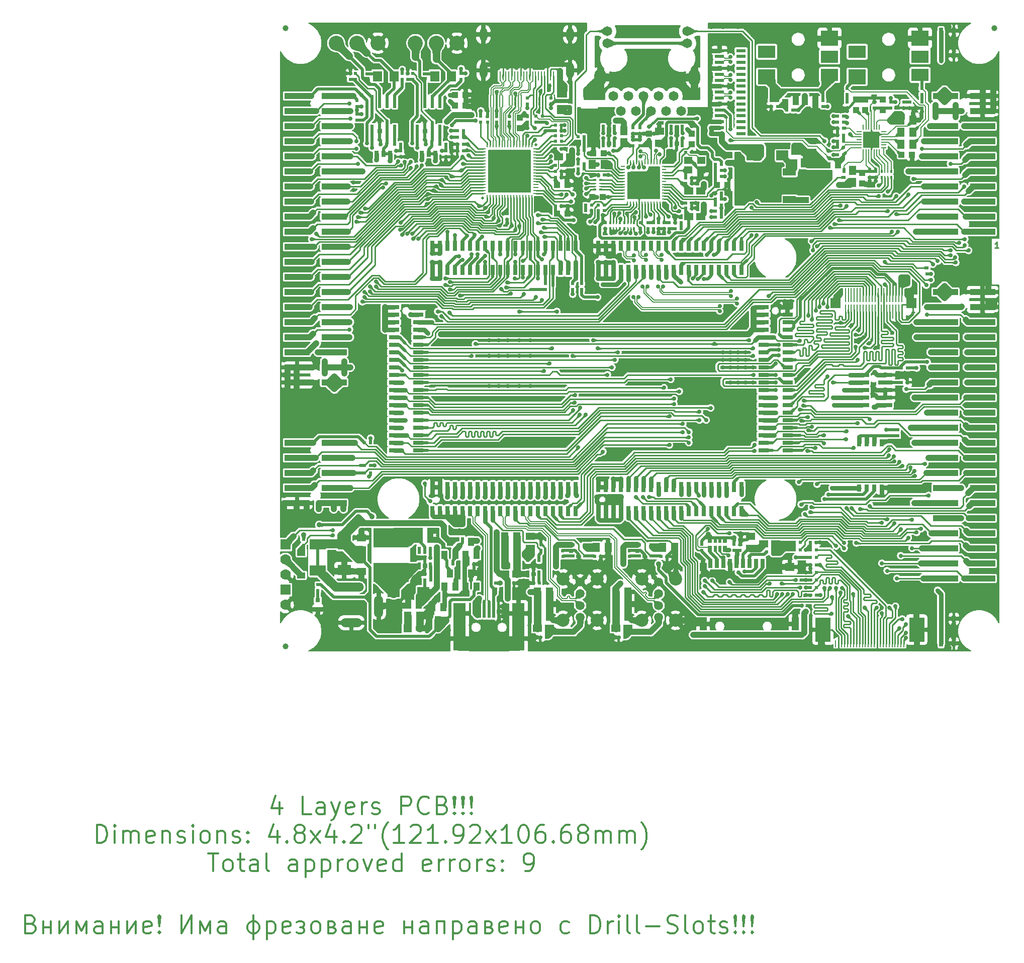
<source format=gbr>
G04 #@! TF.GenerationSoftware,KiCad,Pcbnew,5.1.0-rc2-unknown-036be7d~80~ubuntu16.04.1*
G04 #@! TF.CreationDate,2023-04-10T13:57:59+03:00*
G04 #@! TF.ProjectId,STMP15x-BASE-SOM-EVB_Rev_B,53544d50-3135-4782-9d42-4153452d534f,B*
G04 #@! TF.SameCoordinates,Original*
G04 #@! TF.FileFunction,Copper,L1,Top*
G04 #@! TF.FilePolarity,Positive*
%FSLAX46Y46*%
G04 Gerber Fmt 4.6, Leading zero omitted, Abs format (unit mm)*
G04 Created by KiCad (PCBNEW 5.1.0-rc2-unknown-036be7d~80~ubuntu16.04.1) date 2023-04-10 13:57:59*
%MOMM*%
%LPD*%
G04 APERTURE LIST*
%ADD10C,0.254000*%
%ADD11C,0.300000*%
%ADD12C,0.508000*%
%ADD13R,0.700000X1.600000*%
%ADD14R,1.200000X1.400000*%
%ADD15R,1.600000X1.400000*%
%ADD16R,1.200000X2.200000*%
%ADD17R,0.760000X1.270000*%
%ADD18R,2.400000X0.760000*%
%ADD19R,0.650000X1.050000*%
%ADD20R,0.250000X1.200000*%
%ADD21R,2.500000X4.100000*%
%ADD22C,1.500000*%
%ADD23C,2.200000*%
%ADD24R,2.100000X3.500000*%
%ADD25R,2.100000X4.000000*%
%ADD26R,0.500000X2.250000*%
%ADD27R,1.400000X1.400000*%
%ADD28C,1.400000*%
%ADD29O,1.500000X3.700000*%
%ADD30O,3.600000X1.500000*%
%ADD31O,3.900000X1.500000*%
%ADD32C,1.778000*%
%ADD33R,1.778000X1.778000*%
%ADD34C,2.540000*%
%ADD35C,0.500000*%
%ADD36C,0.700000*%
%ADD37R,0.250000X0.900000*%
%ADD38R,0.900000X0.250000*%
%ADD39R,1.600000X1.600000*%
%ADD40R,4.500000X4.500000*%
%ADD41O,2.000000X2.800000*%
%ADD42C,1.650000*%
%ADD43R,1.650000X0.600000*%
%ADD44R,0.500000X0.550000*%
%ADD45R,1.422400X1.422400*%
%ADD46R,4.000000X4.000000*%
%ADD47R,0.650000X0.250000*%
%ADD48R,0.250000X0.650000*%
%ADD49R,2.999999X2.100000*%
%ADD50R,2.999999X2.500000*%
%ADD51R,1.270000X1.524000*%
%ADD52R,0.250000X2.400000*%
%ADD53R,1.800000X1.800000*%
%ADD54R,1.800000X0.700000*%
%ADD55C,1.000000*%
%ADD56R,1.016000X1.016000*%
%ADD57R,0.325000X0.625000*%
%ADD58R,0.250000X0.625000*%
%ADD59R,0.625000X0.325000*%
%ADD60R,0.625000X0.250000*%
%ADD61R,1.524000X1.270000*%
%ADD62R,1.200000X0.550000*%
%ADD63R,0.550000X0.500000*%
%ADD64O,1.300000X2.300000*%
%ADD65R,0.250000X1.600000*%
%ADD66O,1.300000X2.700000*%
%ADD67R,0.762000X1.016000*%
%ADD68R,0.508000X0.762000*%
%ADD69R,0.762000X0.508000*%
%ADD70R,2.000000X1.700000*%
%ADD71R,1.000000X1.400000*%
%ADD72R,0.800000X0.800000*%
%ADD73R,0.200000X0.675000*%
%ADD74R,0.300000X0.775000*%
%ADD75R,0.600000X2.200000*%
%ADD76R,2.235200X1.219200*%
%ADD77R,2.200000X3.600000*%
%ADD78R,1.778000X1.016000*%
%ADD79R,2.286000X1.778000*%
%ADD80R,1.400000X1.000000*%
%ADD81R,4.250000X1.000000*%
%ADD82R,2.700000X1.800000*%
%ADD83R,1.800000X1.600000*%
%ADD84R,0.700000X1.800000*%
%ADD85R,6.000000X3.200000*%
%ADD86R,1.400000X1.200000*%
%ADD87R,1.524000X1.778000*%
%ADD88R,1.778000X1.524000*%
%ADD89R,0.508000X1.016000*%
%ADD90R,0.550000X1.200000*%
%ADD91R,2.700000X2.700000*%
%ADD92C,0.890000*%
%ADD93C,1.600000*%
%ADD94R,0.900000X0.200000*%
%ADD95R,0.200000X0.900000*%
%ADD96C,0.900000*%
%ADD97C,1.524000*%
%ADD98C,0.762000*%
%ADD99C,1.016000*%
%ADD100C,1.270000*%
%ADD101C,0.203200*%
%ADD102C,0.406400*%
%ADD103C,0.304800*%
%ADD104C,2.032000*%
%ADD105C,0.457200*%
%ADD106C,0.152400*%
%ADD107C,0.177800*%
%ADD108C,0.025400*%
G04 APERTURE END LIST*
D10*
X197575285Y-76405619D02*
X196994714Y-76405619D01*
X197285000Y-76405619D02*
X197285000Y-75389619D01*
X197188238Y-75534761D01*
X197091476Y-75631523D01*
X196994714Y-75679904D01*
D11*
X34654714Y-190285714D02*
X35083285Y-190428571D01*
X35226142Y-190571428D01*
X35368999Y-190857142D01*
X35368999Y-191285714D01*
X35226142Y-191571428D01*
X35083285Y-191714285D01*
X34797571Y-191857142D01*
X33654714Y-191857142D01*
X33654714Y-188857142D01*
X34654714Y-188857142D01*
X34940428Y-189000000D01*
X35083285Y-189142857D01*
X35226142Y-189428571D01*
X35226142Y-189714285D01*
X35083285Y-190000000D01*
X34940428Y-190142857D01*
X34654714Y-190285714D01*
X33654714Y-190285714D01*
X36654714Y-190857142D02*
X37940428Y-190857142D01*
X36654714Y-189857142D02*
X36654714Y-191857142D01*
X37940428Y-189857142D02*
X37940428Y-191857142D01*
X39368999Y-189857142D02*
X39368999Y-191857142D01*
X40797571Y-189857142D01*
X40797571Y-191857142D01*
X42226142Y-191857142D02*
X42226142Y-189857142D01*
X43083285Y-191428571D01*
X43940428Y-189857142D01*
X43940428Y-191857142D01*
X46654714Y-191857142D02*
X46654714Y-190285714D01*
X46511857Y-190000000D01*
X46226142Y-189857142D01*
X45654714Y-189857142D01*
X45368999Y-190000000D01*
X46654714Y-191714285D02*
X46368999Y-191857142D01*
X45654714Y-191857142D01*
X45368999Y-191714285D01*
X45226142Y-191428571D01*
X45226142Y-191142857D01*
X45368999Y-190857142D01*
X45654714Y-190714285D01*
X46368999Y-190714285D01*
X46654714Y-190571428D01*
X48083285Y-190857142D02*
X49368999Y-190857142D01*
X48083285Y-189857142D02*
X48083285Y-191857142D01*
X49368999Y-189857142D02*
X49368999Y-191857142D01*
X50797571Y-189857142D02*
X50797571Y-191857142D01*
X52226142Y-189857142D01*
X52226142Y-191857142D01*
X54797571Y-191714285D02*
X54511857Y-191857142D01*
X53940428Y-191857142D01*
X53654714Y-191714285D01*
X53511857Y-191428571D01*
X53511857Y-190285714D01*
X53654714Y-190000000D01*
X53940428Y-189857142D01*
X54511857Y-189857142D01*
X54797571Y-190000000D01*
X54940428Y-190285714D01*
X54940428Y-190571428D01*
X53511857Y-190857142D01*
X56226142Y-191571428D02*
X56368999Y-191714285D01*
X56226142Y-191857142D01*
X56083285Y-191714285D01*
X56226142Y-191571428D01*
X56226142Y-191857142D01*
X56226142Y-190714285D02*
X56083285Y-189000000D01*
X56226142Y-188857142D01*
X56368999Y-189000000D01*
X56226142Y-190714285D01*
X56226142Y-188857142D01*
X59940428Y-188857142D02*
X59940428Y-191857142D01*
X61654714Y-188857142D01*
X61654714Y-191857142D01*
X63083285Y-191857142D02*
X63083285Y-189857142D01*
X63940428Y-191428571D01*
X64797571Y-189857142D01*
X64797571Y-191857142D01*
X67511857Y-191857142D02*
X67511857Y-190285714D01*
X67368999Y-190000000D01*
X67083285Y-189857142D01*
X66511857Y-189857142D01*
X66226142Y-190000000D01*
X67511857Y-191714285D02*
X67226142Y-191857142D01*
X66511857Y-191857142D01*
X66226142Y-191714285D01*
X66083285Y-191428571D01*
X66083285Y-191142857D01*
X66226142Y-190857142D01*
X66511857Y-190714285D01*
X67226142Y-190714285D01*
X67511857Y-190571428D01*
X72083285Y-188857142D02*
X72083285Y-192857142D01*
X71797571Y-189857142D02*
X72368999Y-189857142D01*
X72654714Y-190000000D01*
X72940428Y-190285714D01*
X73083285Y-190571428D01*
X73083285Y-191142857D01*
X72940428Y-191428571D01*
X72654714Y-191714285D01*
X72368999Y-191857142D01*
X71797571Y-191857142D01*
X71511857Y-191714285D01*
X71226142Y-191428571D01*
X71083285Y-191142857D01*
X71083285Y-190571428D01*
X71226142Y-190285714D01*
X71511857Y-190000000D01*
X71797571Y-189857142D01*
X74368999Y-189857142D02*
X74368999Y-192857142D01*
X74368999Y-190000000D02*
X74654714Y-189857142D01*
X75226142Y-189857142D01*
X75511857Y-190000000D01*
X75654714Y-190142857D01*
X75797571Y-190428571D01*
X75797571Y-191285714D01*
X75654714Y-191571428D01*
X75511857Y-191714285D01*
X75226142Y-191857142D01*
X74654714Y-191857142D01*
X74368999Y-191714285D01*
X78226142Y-191714285D02*
X77940428Y-191857142D01*
X77368999Y-191857142D01*
X77083285Y-191714285D01*
X76940428Y-191428571D01*
X76940428Y-190285714D01*
X77083285Y-190000000D01*
X77368999Y-189857142D01*
X77940428Y-189857142D01*
X78226142Y-190000000D01*
X78368999Y-190285714D01*
X78368999Y-190571428D01*
X76940428Y-190857142D01*
X79940428Y-190857142D02*
X80226142Y-190857142D01*
X79368999Y-190000000D02*
X79654714Y-189857142D01*
X80226142Y-189857142D01*
X80511857Y-190000000D01*
X80654714Y-190285714D01*
X80654714Y-190428571D01*
X80511857Y-190714285D01*
X80226142Y-190857142D01*
X80511857Y-191000000D01*
X80654714Y-191285714D01*
X80654714Y-191428571D01*
X80511857Y-191714285D01*
X80226142Y-191857142D01*
X79654714Y-191857142D01*
X79368999Y-191714285D01*
X82368999Y-191857142D02*
X82083285Y-191714285D01*
X81940428Y-191571428D01*
X81797571Y-191285714D01*
X81797571Y-190428571D01*
X81940428Y-190142857D01*
X82083285Y-190000000D01*
X82368999Y-189857142D01*
X82797571Y-189857142D01*
X83083285Y-190000000D01*
X83226142Y-190142857D01*
X83368999Y-190428571D01*
X83368999Y-191285714D01*
X83226142Y-191571428D01*
X83083285Y-191714285D01*
X82797571Y-191857142D01*
X82368999Y-191857142D01*
X85368999Y-190857142D02*
X85797571Y-191000000D01*
X85940428Y-191285714D01*
X85940428Y-191428571D01*
X85797571Y-191714285D01*
X85511857Y-191857142D01*
X84654714Y-191857142D01*
X84654714Y-189857142D01*
X85368999Y-189857142D01*
X85654714Y-190000000D01*
X85797571Y-190285714D01*
X85797571Y-190428571D01*
X85654714Y-190714285D01*
X85368999Y-190857142D01*
X84654714Y-190857142D01*
X88511857Y-191857142D02*
X88511857Y-190285714D01*
X88369000Y-190000000D01*
X88083285Y-189857142D01*
X87511857Y-189857142D01*
X87226142Y-190000000D01*
X88511857Y-191714285D02*
X88226142Y-191857142D01*
X87511857Y-191857142D01*
X87226142Y-191714285D01*
X87083285Y-191428571D01*
X87083285Y-191142857D01*
X87226142Y-190857142D01*
X87511857Y-190714285D01*
X88226142Y-190714285D01*
X88511857Y-190571428D01*
X89940428Y-190857142D02*
X91226142Y-190857142D01*
X89940428Y-189857142D02*
X89940428Y-191857142D01*
X91226142Y-189857142D02*
X91226142Y-191857142D01*
X93797571Y-191714285D02*
X93511857Y-191857142D01*
X92940428Y-191857142D01*
X92654714Y-191714285D01*
X92511857Y-191428571D01*
X92511857Y-190285714D01*
X92654714Y-190000000D01*
X92940428Y-189857142D01*
X93511857Y-189857142D01*
X93797571Y-190000000D01*
X93940428Y-190285714D01*
X93940428Y-190571428D01*
X92511857Y-190857142D01*
X97511857Y-190857142D02*
X98797571Y-190857142D01*
X97511857Y-189857142D02*
X97511857Y-191857142D01*
X98797571Y-189857142D02*
X98797571Y-191857142D01*
X101511857Y-191857142D02*
X101511857Y-190285714D01*
X101369000Y-190000000D01*
X101083285Y-189857142D01*
X100511857Y-189857142D01*
X100226142Y-190000000D01*
X101511857Y-191714285D02*
X101226142Y-191857142D01*
X100511857Y-191857142D01*
X100226142Y-191714285D01*
X100083285Y-191428571D01*
X100083285Y-191142857D01*
X100226142Y-190857142D01*
X100511857Y-190714285D01*
X101226142Y-190714285D01*
X101511857Y-190571428D01*
X102940428Y-191857142D02*
X102940428Y-189857142D01*
X104226142Y-189857142D01*
X104226142Y-191857142D01*
X105654714Y-189857142D02*
X105654714Y-192857142D01*
X105654714Y-190000000D02*
X105940428Y-189857142D01*
X106511857Y-189857142D01*
X106797571Y-190000000D01*
X106940428Y-190142857D01*
X107083285Y-190428571D01*
X107083285Y-191285714D01*
X106940428Y-191571428D01*
X106797571Y-191714285D01*
X106511857Y-191857142D01*
X105940428Y-191857142D01*
X105654714Y-191714285D01*
X109654714Y-191857142D02*
X109654714Y-190285714D01*
X109511857Y-190000000D01*
X109226142Y-189857142D01*
X108654714Y-189857142D01*
X108369000Y-190000000D01*
X109654714Y-191714285D02*
X109369000Y-191857142D01*
X108654714Y-191857142D01*
X108369000Y-191714285D01*
X108226142Y-191428571D01*
X108226142Y-191142857D01*
X108369000Y-190857142D01*
X108654714Y-190714285D01*
X109369000Y-190714285D01*
X109654714Y-190571428D01*
X111797571Y-190857142D02*
X112226142Y-191000000D01*
X112369000Y-191285714D01*
X112369000Y-191428571D01*
X112226142Y-191714285D01*
X111940428Y-191857142D01*
X111083285Y-191857142D01*
X111083285Y-189857142D01*
X111797571Y-189857142D01*
X112083285Y-190000000D01*
X112226142Y-190285714D01*
X112226142Y-190428571D01*
X112083285Y-190714285D01*
X111797571Y-190857142D01*
X111083285Y-190857142D01*
X114797571Y-191714285D02*
X114511857Y-191857142D01*
X113940428Y-191857142D01*
X113654714Y-191714285D01*
X113511857Y-191428571D01*
X113511857Y-190285714D01*
X113654714Y-190000000D01*
X113940428Y-189857142D01*
X114511857Y-189857142D01*
X114797571Y-190000000D01*
X114940428Y-190285714D01*
X114940428Y-190571428D01*
X113511857Y-190857142D01*
X116226142Y-190857142D02*
X117511857Y-190857142D01*
X116226142Y-189857142D02*
X116226142Y-191857142D01*
X117511857Y-189857142D02*
X117511857Y-191857142D01*
X119369000Y-191857142D02*
X119083285Y-191714285D01*
X118940428Y-191571428D01*
X118797571Y-191285714D01*
X118797571Y-190428571D01*
X118940428Y-190142857D01*
X119083285Y-190000000D01*
X119369000Y-189857142D01*
X119797571Y-189857142D01*
X120083285Y-190000000D01*
X120226142Y-190142857D01*
X120369000Y-190428571D01*
X120369000Y-191285714D01*
X120226142Y-191571428D01*
X120083285Y-191714285D01*
X119797571Y-191857142D01*
X119369000Y-191857142D01*
X125226142Y-191714285D02*
X124940428Y-191857142D01*
X124369000Y-191857142D01*
X124083285Y-191714285D01*
X123940428Y-191571428D01*
X123797571Y-191285714D01*
X123797571Y-190428571D01*
X123940428Y-190142857D01*
X124083285Y-190000000D01*
X124369000Y-189857142D01*
X124940428Y-189857142D01*
X125226142Y-190000000D01*
X128797571Y-191857142D02*
X128797571Y-188857142D01*
X129511857Y-188857142D01*
X129940428Y-189000000D01*
X130226142Y-189285714D01*
X130369000Y-189571428D01*
X130511857Y-190142857D01*
X130511857Y-190571428D01*
X130369000Y-191142857D01*
X130226142Y-191428571D01*
X129940428Y-191714285D01*
X129511857Y-191857142D01*
X128797571Y-191857142D01*
X131797571Y-191857142D02*
X131797571Y-189857142D01*
X131797571Y-190428571D02*
X131940428Y-190142857D01*
X132083285Y-190000000D01*
X132369000Y-189857142D01*
X132654714Y-189857142D01*
X133654714Y-191857142D02*
X133654714Y-189857142D01*
X133654714Y-188857142D02*
X133511857Y-189000000D01*
X133654714Y-189142857D01*
X133797571Y-189000000D01*
X133654714Y-188857142D01*
X133654714Y-189142857D01*
X135511857Y-191857142D02*
X135226142Y-191714285D01*
X135083285Y-191428571D01*
X135083285Y-188857142D01*
X137083285Y-191857142D02*
X136797571Y-191714285D01*
X136654714Y-191428571D01*
X136654714Y-188857142D01*
X138226142Y-190714285D02*
X140511857Y-190714285D01*
X141797571Y-191714285D02*
X142226142Y-191857142D01*
X142940428Y-191857142D01*
X143226142Y-191714285D01*
X143369000Y-191571428D01*
X143511857Y-191285714D01*
X143511857Y-191000000D01*
X143369000Y-190714285D01*
X143226142Y-190571428D01*
X142940428Y-190428571D01*
X142369000Y-190285714D01*
X142083285Y-190142857D01*
X141940428Y-190000000D01*
X141797571Y-189714285D01*
X141797571Y-189428571D01*
X141940428Y-189142857D01*
X142083285Y-189000000D01*
X142369000Y-188857142D01*
X143083285Y-188857142D01*
X143511857Y-189000000D01*
X145226142Y-191857142D02*
X144940428Y-191714285D01*
X144797571Y-191428571D01*
X144797571Y-188857142D01*
X146797571Y-191857142D02*
X146511857Y-191714285D01*
X146368999Y-191571428D01*
X146226142Y-191285714D01*
X146226142Y-190428571D01*
X146368999Y-190142857D01*
X146511857Y-190000000D01*
X146797571Y-189857142D01*
X147226142Y-189857142D01*
X147511857Y-190000000D01*
X147654714Y-190142857D01*
X147797571Y-190428571D01*
X147797571Y-191285714D01*
X147654714Y-191571428D01*
X147511857Y-191714285D01*
X147226142Y-191857142D01*
X146797571Y-191857142D01*
X148654714Y-189857142D02*
X149797571Y-189857142D01*
X149083285Y-188857142D02*
X149083285Y-191428571D01*
X149226142Y-191714285D01*
X149511857Y-191857142D01*
X149797571Y-191857142D01*
X150654714Y-191714285D02*
X150940428Y-191857142D01*
X151511857Y-191857142D01*
X151797571Y-191714285D01*
X151940428Y-191428571D01*
X151940428Y-191285714D01*
X151797571Y-191000000D01*
X151511857Y-190857142D01*
X151083285Y-190857142D01*
X150797571Y-190714285D01*
X150654714Y-190428571D01*
X150654714Y-190285714D01*
X150797571Y-190000000D01*
X151083285Y-189857142D01*
X151511857Y-189857142D01*
X151797571Y-190000000D01*
X153226142Y-191571428D02*
X153368999Y-191714285D01*
X153226142Y-191857142D01*
X153083285Y-191714285D01*
X153226142Y-191571428D01*
X153226142Y-191857142D01*
X153226142Y-190714285D02*
X153083285Y-189000000D01*
X153226142Y-188857142D01*
X153368999Y-189000000D01*
X153226142Y-190714285D01*
X153226142Y-188857142D01*
X154654714Y-191571428D02*
X154797571Y-191714285D01*
X154654714Y-191857142D01*
X154511857Y-191714285D01*
X154654714Y-191571428D01*
X154654714Y-191857142D01*
X154654714Y-190714285D02*
X154511857Y-189000000D01*
X154654714Y-188857142D01*
X154797571Y-189000000D01*
X154654714Y-190714285D01*
X154654714Y-188857142D01*
X156083285Y-191571428D02*
X156226142Y-191714285D01*
X156083285Y-191857142D01*
X155940428Y-191714285D01*
X156083285Y-191571428D01*
X156083285Y-191857142D01*
X156083285Y-190714285D02*
X155940428Y-189000000D01*
X156083285Y-188857142D01*
X156226142Y-189000000D01*
X156083285Y-190714285D01*
X156083285Y-188857142D01*
X76511505Y-169817144D02*
X76511505Y-171817143D01*
X75797219Y-168674287D02*
X75082934Y-170817143D01*
X76940076Y-170817143D01*
X81797217Y-171817143D02*
X80368646Y-171817143D01*
X80368646Y-168817144D01*
X84082931Y-171817143D02*
X84082931Y-170245715D01*
X83940074Y-169960001D01*
X83654359Y-169817144D01*
X83082931Y-169817144D01*
X82797217Y-169960001D01*
X84082931Y-171674286D02*
X83797217Y-171817143D01*
X83082931Y-171817143D01*
X82797217Y-171674286D01*
X82654360Y-171388572D01*
X82654360Y-171102857D01*
X82797217Y-170817143D01*
X83082931Y-170674286D01*
X83797217Y-170674286D01*
X84082931Y-170531429D01*
X85225787Y-169817144D02*
X85940073Y-171817143D01*
X86654358Y-169817144D02*
X85940073Y-171817143D01*
X85654359Y-172531428D01*
X85511502Y-172674285D01*
X85225787Y-172817143D01*
X88940072Y-171674286D02*
X88654358Y-171817143D01*
X88082929Y-171817143D01*
X87797215Y-171674286D01*
X87654358Y-171388572D01*
X87654358Y-170245715D01*
X87797215Y-169960001D01*
X88082929Y-169817144D01*
X88654358Y-169817144D01*
X88940072Y-169960001D01*
X89082929Y-170245715D01*
X89082929Y-170531429D01*
X87654358Y-170817143D01*
X90368643Y-171817143D02*
X90368643Y-169817144D01*
X90368643Y-170388572D02*
X90511500Y-170102858D01*
X90654357Y-169960001D01*
X90940071Y-169817144D01*
X91225785Y-169817144D01*
X92082928Y-171674286D02*
X92368642Y-171817143D01*
X92940071Y-171817143D01*
X93225785Y-171674286D01*
X93368642Y-171388572D01*
X93368642Y-171245715D01*
X93225785Y-170960000D01*
X92940071Y-170817143D01*
X92511499Y-170817143D01*
X92225785Y-170674286D01*
X92082928Y-170388572D01*
X92082928Y-170245715D01*
X92225785Y-169960001D01*
X92511499Y-169817144D01*
X92940071Y-169817144D01*
X93225785Y-169960001D01*
X96940069Y-171817143D02*
X96940069Y-168817144D01*
X98082926Y-168817144D01*
X98368640Y-168960001D01*
X98511497Y-169102858D01*
X98654354Y-169388572D01*
X98654354Y-169817144D01*
X98511497Y-170102858D01*
X98368640Y-170245715D01*
X98082926Y-170388572D01*
X96940069Y-170388572D01*
X101654353Y-171531429D02*
X101511496Y-171674286D01*
X101082925Y-171817143D01*
X100797211Y-171817143D01*
X100368640Y-171674286D01*
X100082925Y-171388572D01*
X99940068Y-171102857D01*
X99797211Y-170531429D01*
X99797211Y-170102858D01*
X99940068Y-169531429D01*
X100082925Y-169245715D01*
X100368640Y-168960001D01*
X100797211Y-168817144D01*
X101082925Y-168817144D01*
X101511496Y-168960001D01*
X101654353Y-169102858D01*
X103940067Y-170245715D02*
X104368638Y-170388572D01*
X104511495Y-170531429D01*
X104654352Y-170817143D01*
X104654352Y-171245715D01*
X104511495Y-171531429D01*
X104368638Y-171674286D01*
X104082924Y-171817143D01*
X102940067Y-171817143D01*
X102940067Y-168817144D01*
X103940067Y-168817144D01*
X104225781Y-168960001D01*
X104368638Y-169102858D01*
X104511495Y-169388572D01*
X104511495Y-169674286D01*
X104368638Y-169960001D01*
X104225781Y-170102858D01*
X103940067Y-170245715D01*
X102940067Y-170245715D01*
X105940066Y-171531429D02*
X106082923Y-171674286D01*
X105940066Y-171817143D01*
X105797209Y-171674286D01*
X105940066Y-171531429D01*
X105940066Y-171817143D01*
X105940066Y-170674286D02*
X105797209Y-168960001D01*
X105940066Y-168817144D01*
X106082923Y-168960001D01*
X105940066Y-170674286D01*
X105940066Y-168817144D01*
X107368637Y-171531429D02*
X107511494Y-171674286D01*
X107368637Y-171817143D01*
X107225780Y-171674286D01*
X107368637Y-171531429D01*
X107368637Y-171817143D01*
X107368637Y-170674286D02*
X107225780Y-168960001D01*
X107368637Y-168817144D01*
X107511494Y-168960001D01*
X107368637Y-170674286D01*
X107368637Y-168817144D01*
X108797208Y-171531429D02*
X108940065Y-171674286D01*
X108797208Y-171817143D01*
X108654351Y-171674286D01*
X108797208Y-171531429D01*
X108797208Y-171817143D01*
X108797208Y-170674286D02*
X108654351Y-168960001D01*
X108797208Y-168817144D01*
X108940065Y-168960001D01*
X108797208Y-170674286D01*
X108797208Y-168817144D01*
X45725801Y-176617142D02*
X45725801Y-173617143D01*
X46440086Y-173617143D01*
X46868657Y-173760000D01*
X47154372Y-174045714D01*
X47297229Y-174331428D01*
X47440086Y-174902857D01*
X47440086Y-175331428D01*
X47297229Y-175902856D01*
X47154372Y-176188571D01*
X46868657Y-176474285D01*
X46440086Y-176617142D01*
X45725801Y-176617142D01*
X48725800Y-176617142D02*
X48725800Y-174617143D01*
X48725800Y-173617143D02*
X48582943Y-173760000D01*
X48725800Y-173902857D01*
X48868657Y-173760000D01*
X48725800Y-173617143D01*
X48725800Y-173902857D01*
X50154371Y-176617142D02*
X50154371Y-174617143D01*
X50154371Y-174902857D02*
X50297228Y-174760000D01*
X50582942Y-174617143D01*
X51011513Y-174617143D01*
X51297227Y-174760000D01*
X51440084Y-175045714D01*
X51440084Y-176617142D01*
X51440084Y-175045714D02*
X51582942Y-174760000D01*
X51868656Y-174617143D01*
X52297227Y-174617143D01*
X52582941Y-174760000D01*
X52725798Y-175045714D01*
X52725798Y-176617142D01*
X55297226Y-176474285D02*
X55011512Y-176617142D01*
X54440083Y-176617142D01*
X54154369Y-176474285D01*
X54011512Y-176188571D01*
X54011512Y-175045714D01*
X54154369Y-174760000D01*
X54440083Y-174617143D01*
X55011512Y-174617143D01*
X55297226Y-174760000D01*
X55440083Y-175045714D01*
X55440083Y-175331428D01*
X54011512Y-175617142D01*
X56725797Y-174617143D02*
X56725797Y-176617142D01*
X56725797Y-174902857D02*
X56868654Y-174760000D01*
X57154368Y-174617143D01*
X57582940Y-174617143D01*
X57868654Y-174760000D01*
X58011511Y-175045714D01*
X58011511Y-176617142D01*
X59297225Y-176474285D02*
X59582939Y-176617142D01*
X60154367Y-176617142D01*
X60440081Y-176474285D01*
X60582939Y-176188571D01*
X60582939Y-176045714D01*
X60440081Y-175759999D01*
X60154367Y-175617142D01*
X59725796Y-175617142D01*
X59440082Y-175474285D01*
X59297225Y-175188571D01*
X59297225Y-175045714D01*
X59440082Y-174760000D01*
X59725796Y-174617143D01*
X60154367Y-174617143D01*
X60440081Y-174760000D01*
X61868652Y-176617142D02*
X61868652Y-174617143D01*
X61868652Y-173617143D02*
X61725795Y-173760000D01*
X61868652Y-173902857D01*
X62011510Y-173760000D01*
X61868652Y-173617143D01*
X61868652Y-173902857D01*
X63725795Y-176617142D02*
X63440080Y-176474285D01*
X63297223Y-176331428D01*
X63154366Y-176045714D01*
X63154366Y-175188571D01*
X63297223Y-174902857D01*
X63440080Y-174760000D01*
X63725795Y-174617143D01*
X64154366Y-174617143D01*
X64440080Y-174760000D01*
X64582937Y-174902857D01*
X64725794Y-175188571D01*
X64725794Y-176045714D01*
X64582937Y-176331428D01*
X64440080Y-176474285D01*
X64154366Y-176617142D01*
X63725795Y-176617142D01*
X66011508Y-174617143D02*
X66011508Y-176617142D01*
X66011508Y-174902857D02*
X66154365Y-174760000D01*
X66440079Y-174617143D01*
X66868651Y-174617143D01*
X67154365Y-174760000D01*
X67297222Y-175045714D01*
X67297222Y-176617142D01*
X68582936Y-176474285D02*
X68868650Y-176617142D01*
X69440078Y-176617142D01*
X69725793Y-176474285D01*
X69868650Y-176188571D01*
X69868650Y-176045714D01*
X69725793Y-175759999D01*
X69440078Y-175617142D01*
X69011507Y-175617142D01*
X68725793Y-175474285D01*
X68582936Y-175188571D01*
X68582936Y-175045714D01*
X68725793Y-174760000D01*
X69011507Y-174617143D01*
X69440078Y-174617143D01*
X69725793Y-174760000D01*
X71154364Y-176331428D02*
X71297221Y-176474285D01*
X71154364Y-176617142D01*
X71011507Y-176474285D01*
X71154364Y-176331428D01*
X71154364Y-176617142D01*
X71154364Y-174760000D02*
X71297221Y-174902857D01*
X71154364Y-175045714D01*
X71011507Y-174902857D01*
X71154364Y-174760000D01*
X71154364Y-175045714D01*
X76154362Y-174617143D02*
X76154362Y-176617142D01*
X75440076Y-173474286D02*
X74725791Y-175617142D01*
X76582933Y-175617142D01*
X77725790Y-176331428D02*
X77868647Y-176474285D01*
X77725790Y-176617142D01*
X77582933Y-176474285D01*
X77725790Y-176331428D01*
X77725790Y-176617142D01*
X79582932Y-174902857D02*
X79297218Y-174760000D01*
X79154361Y-174617143D01*
X79011504Y-174331428D01*
X79011504Y-174188571D01*
X79154361Y-173902857D01*
X79297218Y-173760000D01*
X79582932Y-173617143D01*
X80154361Y-173617143D01*
X80440075Y-173760000D01*
X80582932Y-173902857D01*
X80725789Y-174188571D01*
X80725789Y-174331428D01*
X80582932Y-174617143D01*
X80440075Y-174760000D01*
X80154361Y-174902857D01*
X79582932Y-174902857D01*
X79297218Y-175045714D01*
X79154361Y-175188571D01*
X79011504Y-175474285D01*
X79011504Y-176045714D01*
X79154361Y-176331428D01*
X79297218Y-176474285D01*
X79582932Y-176617142D01*
X80154361Y-176617142D01*
X80440075Y-176474285D01*
X80582932Y-176331428D01*
X80725789Y-176045714D01*
X80725789Y-175474285D01*
X80582932Y-175188571D01*
X80440075Y-175045714D01*
X80154361Y-174902857D01*
X81725789Y-176617142D02*
X83297217Y-174617143D01*
X81725789Y-174617143D02*
X83297217Y-176617142D01*
X85725787Y-174617143D02*
X85725787Y-176617142D01*
X85011502Y-173474286D02*
X84297216Y-175617142D01*
X86154359Y-175617142D01*
X87297215Y-176331428D02*
X87440072Y-176474285D01*
X87297215Y-176617142D01*
X87154358Y-176474285D01*
X87297215Y-176331428D01*
X87297215Y-176617142D01*
X88582929Y-173902857D02*
X88725786Y-173760000D01*
X89011501Y-173617143D01*
X89725786Y-173617143D01*
X90011500Y-173760000D01*
X90154357Y-173902857D01*
X90297214Y-174188571D01*
X90297214Y-174474285D01*
X90154357Y-174902857D01*
X88440072Y-176617142D01*
X90297214Y-176617142D01*
X91440071Y-173617143D02*
X91440071Y-174188571D01*
X92582928Y-173617143D02*
X92582928Y-174188571D01*
X94725784Y-177759999D02*
X94582927Y-177617142D01*
X94297213Y-177188570D01*
X94154356Y-176902856D01*
X94011499Y-176474285D01*
X93868642Y-175759999D01*
X93868642Y-175188571D01*
X94011499Y-174474285D01*
X94154356Y-174045714D01*
X94297213Y-173760000D01*
X94582927Y-173331429D01*
X94725784Y-173188572D01*
X97440069Y-176617142D02*
X95725784Y-176617142D01*
X96582927Y-176617142D02*
X96582927Y-173617143D01*
X96297212Y-174045714D01*
X96011498Y-174331428D01*
X95725784Y-174474285D01*
X98582926Y-173902857D02*
X98725783Y-173760000D01*
X99011497Y-173617143D01*
X99725783Y-173617143D01*
X100011497Y-173760000D01*
X100154354Y-173902857D01*
X100297211Y-174188571D01*
X100297211Y-174474285D01*
X100154354Y-174902857D01*
X98440069Y-176617142D01*
X100297211Y-176617142D01*
X103154353Y-176617142D02*
X101440068Y-176617142D01*
X102297210Y-176617142D02*
X102297210Y-173617143D01*
X102011496Y-174045714D01*
X101725782Y-174331428D01*
X101440068Y-174474285D01*
X104440067Y-176331428D02*
X104582924Y-176474285D01*
X104440067Y-176617142D01*
X104297210Y-176474285D01*
X104440067Y-176331428D01*
X104440067Y-176617142D01*
X106011495Y-176617142D02*
X106582923Y-176617142D01*
X106868637Y-176474285D01*
X107011495Y-176331428D01*
X107297209Y-175902856D01*
X107440066Y-175331428D01*
X107440066Y-174188571D01*
X107297209Y-173902857D01*
X107154352Y-173760000D01*
X106868637Y-173617143D01*
X106297209Y-173617143D01*
X106011495Y-173760000D01*
X105868638Y-173902857D01*
X105725781Y-174188571D01*
X105725781Y-174902857D01*
X105868638Y-175188571D01*
X106011495Y-175331428D01*
X106297209Y-175474285D01*
X106868637Y-175474285D01*
X107154352Y-175331428D01*
X107297209Y-175188571D01*
X107440066Y-174902857D01*
X108582923Y-173902857D02*
X108725780Y-173760000D01*
X109011494Y-173617143D01*
X109725779Y-173617143D01*
X110011494Y-173760000D01*
X110154351Y-173902857D01*
X110297208Y-174188571D01*
X110297208Y-174474285D01*
X110154351Y-174902857D01*
X108440065Y-176617142D01*
X110297208Y-176617142D01*
X111297207Y-176617142D02*
X112868635Y-174617143D01*
X111297207Y-174617143D02*
X112868635Y-176617142D01*
X115582920Y-176617142D02*
X113868635Y-176617142D01*
X114725778Y-176617142D02*
X114725778Y-173617143D01*
X114440063Y-174045714D01*
X114154349Y-174331428D01*
X113868635Y-174474285D01*
X117440062Y-173617143D02*
X117725777Y-173617143D01*
X118011491Y-173760000D01*
X118154348Y-173902857D01*
X118297205Y-174188571D01*
X118440062Y-174760000D01*
X118440062Y-175474285D01*
X118297205Y-176045714D01*
X118154348Y-176331428D01*
X118011491Y-176474285D01*
X117725777Y-176617142D01*
X117440062Y-176617142D01*
X117154348Y-176474285D01*
X117011491Y-176331428D01*
X116868634Y-176045714D01*
X116725777Y-175474285D01*
X116725777Y-174760000D01*
X116868634Y-174188571D01*
X117011491Y-173902857D01*
X117154348Y-173760000D01*
X117440062Y-173617143D01*
X121011490Y-173617143D02*
X120440061Y-173617143D01*
X120154347Y-173760000D01*
X120011490Y-173902857D01*
X119725776Y-174331428D01*
X119582919Y-174902857D01*
X119582919Y-176045714D01*
X119725776Y-176331428D01*
X119868633Y-176474285D01*
X120154347Y-176617142D01*
X120725776Y-176617142D01*
X121011490Y-176474285D01*
X121154347Y-176331428D01*
X121297204Y-176045714D01*
X121297204Y-175331428D01*
X121154347Y-175045714D01*
X121011490Y-174902857D01*
X120725776Y-174760000D01*
X120154347Y-174760000D01*
X119868633Y-174902857D01*
X119725776Y-175045714D01*
X119582919Y-175331428D01*
X122582918Y-176331428D02*
X122725775Y-176474285D01*
X122582918Y-176617142D01*
X122440061Y-176474285D01*
X122582918Y-176331428D01*
X122582918Y-176617142D01*
X125297203Y-173617143D02*
X124725774Y-173617143D01*
X124440060Y-173760000D01*
X124297203Y-173902857D01*
X124011489Y-174331428D01*
X123868632Y-174902857D01*
X123868632Y-176045714D01*
X124011489Y-176331428D01*
X124154346Y-176474285D01*
X124440060Y-176617142D01*
X125011489Y-176617142D01*
X125297203Y-176474285D01*
X125440060Y-176331428D01*
X125582917Y-176045714D01*
X125582917Y-175331428D01*
X125440060Y-175045714D01*
X125297203Y-174902857D01*
X125011489Y-174760000D01*
X124440060Y-174760000D01*
X124154346Y-174902857D01*
X124011489Y-175045714D01*
X123868632Y-175331428D01*
X127297202Y-174902857D02*
X127011488Y-174760000D01*
X126868631Y-174617143D01*
X126725774Y-174331428D01*
X126725774Y-174188571D01*
X126868631Y-173902857D01*
X127011488Y-173760000D01*
X127297202Y-173617143D01*
X127868630Y-173617143D01*
X128154345Y-173760000D01*
X128297202Y-173902857D01*
X128440059Y-174188571D01*
X128440059Y-174331428D01*
X128297202Y-174617143D01*
X128154345Y-174760000D01*
X127868630Y-174902857D01*
X127297202Y-174902857D01*
X127011488Y-175045714D01*
X126868631Y-175188571D01*
X126725774Y-175474285D01*
X126725774Y-176045714D01*
X126868631Y-176331428D01*
X127011488Y-176474285D01*
X127297202Y-176617142D01*
X127868630Y-176617142D01*
X128154345Y-176474285D01*
X128297202Y-176331428D01*
X128440059Y-176045714D01*
X128440059Y-175474285D01*
X128297202Y-175188571D01*
X128154345Y-175045714D01*
X127868630Y-174902857D01*
X129725773Y-176617142D02*
X129725773Y-174617143D01*
X129725773Y-174902857D02*
X129868630Y-174760000D01*
X130154344Y-174617143D01*
X130582915Y-174617143D01*
X130868629Y-174760000D01*
X131011487Y-175045714D01*
X131011487Y-176617142D01*
X131011487Y-175045714D02*
X131154344Y-174760000D01*
X131440058Y-174617143D01*
X131868629Y-174617143D01*
X132154343Y-174760000D01*
X132297200Y-175045714D01*
X132297200Y-176617142D01*
X133725771Y-176617142D02*
X133725771Y-174617143D01*
X133725771Y-174902857D02*
X133868628Y-174760000D01*
X134154343Y-174617143D01*
X134582914Y-174617143D01*
X134868628Y-174760000D01*
X135011485Y-175045714D01*
X135011485Y-176617142D01*
X135011485Y-175045714D02*
X135154342Y-174760000D01*
X135440056Y-174617143D01*
X135868628Y-174617143D01*
X136154342Y-174760000D01*
X136297199Y-175045714D01*
X136297199Y-176617142D01*
X137440056Y-177759999D02*
X137582913Y-177617142D01*
X137868627Y-177188570D01*
X138011484Y-176902856D01*
X138154341Y-176474285D01*
X138297198Y-175759999D01*
X138297198Y-175188571D01*
X138154341Y-174474285D01*
X138011484Y-174045714D01*
X137868627Y-173760000D01*
X137582913Y-173331429D01*
X137440056Y-173188572D01*
X64440080Y-178417142D02*
X66154365Y-178417142D01*
X65297223Y-181417141D02*
X65297223Y-178417142D01*
X67582936Y-181417141D02*
X67297222Y-181274284D01*
X67154365Y-181131427D01*
X67011508Y-180845713D01*
X67011508Y-179988570D01*
X67154365Y-179702856D01*
X67297222Y-179559999D01*
X67582936Y-179417142D01*
X68011508Y-179417142D01*
X68297222Y-179559999D01*
X68440079Y-179702856D01*
X68582936Y-179988570D01*
X68582936Y-180845713D01*
X68440079Y-181131427D01*
X68297222Y-181274284D01*
X68011508Y-181417141D01*
X67582936Y-181417141D01*
X69440078Y-179417142D02*
X70582935Y-179417142D01*
X69868650Y-178417142D02*
X69868650Y-180988570D01*
X70011507Y-181274284D01*
X70297221Y-181417141D01*
X70582935Y-181417141D01*
X72868649Y-181417141D02*
X72868649Y-179845713D01*
X72725792Y-179559999D01*
X72440077Y-179417142D01*
X71868649Y-179417142D01*
X71582935Y-179559999D01*
X72868649Y-181274284D02*
X72582935Y-181417141D01*
X71868649Y-181417141D01*
X71582935Y-181274284D01*
X71440078Y-180988570D01*
X71440078Y-180702855D01*
X71582935Y-180417141D01*
X71868649Y-180274284D01*
X72582935Y-180274284D01*
X72868649Y-180131427D01*
X74725791Y-181417141D02*
X74440077Y-181274284D01*
X74297220Y-180988570D01*
X74297220Y-178417142D01*
X79440075Y-181417141D02*
X79440075Y-179845713D01*
X79297218Y-179559999D01*
X79011504Y-179417142D01*
X78440075Y-179417142D01*
X78154361Y-179559999D01*
X79440075Y-181274284D02*
X79154361Y-181417141D01*
X78440075Y-181417141D01*
X78154361Y-181274284D01*
X78011504Y-180988570D01*
X78011504Y-180702855D01*
X78154361Y-180417141D01*
X78440075Y-180274284D01*
X79154361Y-180274284D01*
X79440075Y-180131427D01*
X80868646Y-179417142D02*
X80868646Y-182417141D01*
X80868646Y-179559999D02*
X81154360Y-179417142D01*
X81725789Y-179417142D01*
X82011503Y-179559999D01*
X82154360Y-179702856D01*
X82297217Y-179988570D01*
X82297217Y-180845713D01*
X82154360Y-181131427D01*
X82011503Y-181274284D01*
X81725789Y-181417141D01*
X81154360Y-181417141D01*
X80868646Y-181274284D01*
X83582931Y-179417142D02*
X83582931Y-182417141D01*
X83582931Y-179559999D02*
X83868645Y-179417142D01*
X84440073Y-179417142D01*
X84725788Y-179559999D01*
X84868645Y-179702856D01*
X85011502Y-179988570D01*
X85011502Y-180845713D01*
X84868645Y-181131427D01*
X84725788Y-181274284D01*
X84440073Y-181417141D01*
X83868645Y-181417141D01*
X83582931Y-181274284D01*
X86297216Y-181417141D02*
X86297216Y-179417142D01*
X86297216Y-179988570D02*
X86440073Y-179702856D01*
X86582930Y-179559999D01*
X86868644Y-179417142D01*
X87154358Y-179417142D01*
X88582929Y-181417141D02*
X88297215Y-181274284D01*
X88154358Y-181131427D01*
X88011501Y-180845713D01*
X88011501Y-179988570D01*
X88154358Y-179702856D01*
X88297215Y-179559999D01*
X88582929Y-179417142D01*
X89011501Y-179417142D01*
X89297215Y-179559999D01*
X89440072Y-179702856D01*
X89582929Y-179988570D01*
X89582929Y-180845713D01*
X89440072Y-181131427D01*
X89297215Y-181274284D01*
X89011501Y-181417141D01*
X88582929Y-181417141D01*
X90582929Y-179417142D02*
X91297214Y-181417141D01*
X92011500Y-179417142D01*
X94297213Y-181274284D02*
X94011499Y-181417141D01*
X93440070Y-181417141D01*
X93154356Y-181274284D01*
X93011499Y-180988570D01*
X93011499Y-179845713D01*
X93154356Y-179559999D01*
X93440070Y-179417142D01*
X94011499Y-179417142D01*
X94297213Y-179559999D01*
X94440070Y-179845713D01*
X94440070Y-180131427D01*
X93011499Y-180417141D01*
X97011498Y-181417141D02*
X97011498Y-178417142D01*
X97011498Y-181274284D02*
X96725784Y-181417141D01*
X96154355Y-181417141D01*
X95868641Y-181274284D01*
X95725784Y-181131427D01*
X95582927Y-180845713D01*
X95582927Y-179988570D01*
X95725784Y-179702856D01*
X95868641Y-179559999D01*
X96154355Y-179417142D01*
X96725784Y-179417142D01*
X97011498Y-179559999D01*
X101868639Y-181274284D02*
X101582925Y-181417141D01*
X101011496Y-181417141D01*
X100725782Y-181274284D01*
X100582925Y-180988570D01*
X100582925Y-179845713D01*
X100725782Y-179559999D01*
X101011496Y-179417142D01*
X101582925Y-179417142D01*
X101868639Y-179559999D01*
X102011496Y-179845713D01*
X102011496Y-180131427D01*
X100582925Y-180417141D01*
X103297210Y-181417141D02*
X103297210Y-179417142D01*
X103297210Y-179988570D02*
X103440067Y-179702856D01*
X103582924Y-179559999D01*
X103868638Y-179417142D01*
X104154353Y-179417142D01*
X105154352Y-181417141D02*
X105154352Y-179417142D01*
X105154352Y-179988570D02*
X105297209Y-179702856D01*
X105440066Y-179559999D01*
X105725781Y-179417142D01*
X106011495Y-179417142D01*
X107440066Y-181417141D02*
X107154352Y-181274284D01*
X107011495Y-181131427D01*
X106868637Y-180845713D01*
X106868637Y-179988570D01*
X107011495Y-179702856D01*
X107154352Y-179559999D01*
X107440066Y-179417142D01*
X107868637Y-179417142D01*
X108154351Y-179559999D01*
X108297208Y-179702856D01*
X108440065Y-179988570D01*
X108440065Y-180845713D01*
X108297208Y-181131427D01*
X108154351Y-181274284D01*
X107868637Y-181417141D01*
X107440066Y-181417141D01*
X109725779Y-181417141D02*
X109725779Y-179417142D01*
X109725779Y-179988570D02*
X109868636Y-179702856D01*
X110011493Y-179559999D01*
X110297208Y-179417142D01*
X110582922Y-179417142D01*
X111440064Y-181274284D02*
X111725779Y-181417141D01*
X112297207Y-181417141D01*
X112582921Y-181274284D01*
X112725778Y-180988570D01*
X112725778Y-180845713D01*
X112582921Y-180559998D01*
X112297207Y-180417141D01*
X111868636Y-180417141D01*
X111582922Y-180274284D01*
X111440064Y-179988570D01*
X111440064Y-179845713D01*
X111582922Y-179559999D01*
X111868636Y-179417142D01*
X112297207Y-179417142D01*
X112582921Y-179559999D01*
X114011492Y-181131427D02*
X114154349Y-181274284D01*
X114011492Y-181417141D01*
X113868635Y-181274284D01*
X114011492Y-181131427D01*
X114011492Y-181417141D01*
X114011492Y-179559999D02*
X114154349Y-179702856D01*
X114011492Y-179845713D01*
X113868635Y-179702856D01*
X114011492Y-179559999D01*
X114011492Y-179845713D01*
X117868634Y-181417141D02*
X118440062Y-181417141D01*
X118725776Y-181274284D01*
X118868633Y-181131427D01*
X119154348Y-180702855D01*
X119297205Y-180131427D01*
X119297205Y-178988570D01*
X119154348Y-178702856D01*
X119011491Y-178559999D01*
X118725776Y-178417142D01*
X118154348Y-178417142D01*
X117868634Y-178559999D01*
X117725777Y-178702856D01*
X117582920Y-178988570D01*
X117582920Y-179702856D01*
X117725777Y-179988570D01*
X117868634Y-180131427D01*
X118154348Y-180274284D01*
X118725776Y-180274284D01*
X119011491Y-180131427D01*
X119154348Y-179988570D01*
X119297205Y-179702856D01*
D12*
X95123000Y-60579000D02*
X93980000Y-60579000D01*
X102743000Y-60579000D02*
X101600000Y-60579000D01*
D13*
X157825000Y-129525000D03*
X156725000Y-129525000D03*
X155625000Y-129525000D03*
X154525000Y-129525000D03*
X153425000Y-129525000D03*
X152325000Y-129525000D03*
X151225000Y-129525000D03*
X150125000Y-129525000D03*
X149025000Y-129525000D03*
D14*
X147825000Y-130155000D03*
D15*
X162425000Y-130155000D03*
D16*
X147825000Y-139755000D03*
X163325000Y-139755000D03*
D17*
X177927000Y-116840000D03*
X176657000Y-116840000D03*
X175387000Y-116840000D03*
X174117000Y-116840000D03*
X174117000Y-109220000D03*
X175387000Y-109220000D03*
X176657000Y-109220000D03*
X177927000Y-109220000D03*
D18*
X174579500Y-101600000D03*
X174579500Y-100330000D03*
X174579500Y-97790000D03*
X174579500Y-99060000D03*
X174579500Y-102870000D03*
X178480500Y-97790000D03*
X178480500Y-99060000D03*
X178480500Y-100330000D03*
X178480500Y-101600000D03*
X178480500Y-102870000D03*
D19*
X187901000Y-43985000D03*
X187901000Y-39835000D03*
X190051000Y-43985000D03*
X190051000Y-39835000D03*
X187901000Y-143045000D03*
X187901000Y-138895000D03*
X190051000Y-143045000D03*
X190051000Y-138895000D03*
D20*
X181645000Y-143070000D03*
X181145000Y-143070000D03*
X180645000Y-143070000D03*
X180145000Y-143070000D03*
X179645000Y-143070000D03*
X179145000Y-143070000D03*
X178645000Y-143070000D03*
X178145000Y-143070000D03*
X177645000Y-143070000D03*
X177145000Y-143070000D03*
X176645000Y-143070000D03*
X176145000Y-143070000D03*
X175645000Y-143070000D03*
X175145000Y-143070000D03*
X174645000Y-143070000D03*
X174145000Y-143070000D03*
X173645000Y-143070000D03*
X173145000Y-143070000D03*
X172645000Y-143070000D03*
X172145000Y-143070000D03*
X171645000Y-143070000D03*
X171145000Y-143070000D03*
X170645000Y-143070000D03*
X170145000Y-143070000D03*
D21*
X183795000Y-140720000D03*
X167995000Y-140720000D03*
D22*
X140335000Y-132658600D03*
X140335000Y-134658600D03*
X140335000Y-136658600D03*
X140335000Y-138658600D03*
D23*
X143185000Y-139158600D03*
X137485000Y-139158600D03*
X143185000Y-132158600D03*
X137485000Y-132158600D03*
D22*
X127101600Y-132658601D03*
X127101600Y-134658601D03*
X127101600Y-136658601D03*
X127101600Y-138658601D03*
D23*
X129951600Y-139158601D03*
X124251600Y-139158601D03*
X129951600Y-132158601D03*
X124251600Y-132158601D03*
D24*
X116710000Y-137985000D03*
X106810000Y-137985000D03*
D25*
X116710000Y-142235000D03*
X106810000Y-142235000D03*
D26*
X113360000Y-137629000D03*
X112560000Y-137629000D03*
X111760000Y-137629000D03*
X110960000Y-137629000D03*
X110160000Y-137629000D03*
D27*
X98051620Y-140484860D03*
D28*
X100063300Y-140482320D03*
D29*
X93171999Y-136800000D03*
D30*
X88571999Y-139546000D03*
D31*
X88721999Y-133546000D03*
D32*
X77470000Y-136525000D03*
D33*
X77470000Y-133985000D03*
D32*
X77470000Y-131445000D03*
X77470000Y-128905000D03*
D33*
X77470000Y-126365000D03*
D34*
X93035000Y-41910000D03*
X86035000Y-41910000D03*
X89535000Y-41910000D03*
X106370000Y-41910000D03*
X99370000Y-41910000D03*
X102870000Y-41910000D03*
D35*
X110689000Y-68000000D03*
X119689000Y-59000000D03*
D36*
X115189000Y-65400000D03*
D37*
X111939000Y-67950000D03*
X111439000Y-67950000D03*
D38*
X110739000Y-65250000D03*
X110739000Y-64750000D03*
X110739000Y-64250000D03*
X110739000Y-63750000D03*
X110739000Y-63250000D03*
X110739000Y-62750000D03*
X110739000Y-62250000D03*
X110739000Y-61750000D03*
X110739000Y-61250000D03*
X110739000Y-60750000D03*
X110739000Y-60250000D03*
X110739000Y-59750000D03*
D37*
X113439000Y-59050000D03*
X113939000Y-59050000D03*
X114439000Y-59050000D03*
X114939000Y-59050000D03*
X115439000Y-59050000D03*
X115939000Y-59050000D03*
X116439000Y-59050000D03*
X116939000Y-59050000D03*
X117439000Y-59050000D03*
X117939000Y-59050000D03*
X118439000Y-59050000D03*
X118939000Y-59050000D03*
D38*
X119639000Y-61750000D03*
X119639000Y-62250000D03*
X119639000Y-62750000D03*
X119639000Y-63250000D03*
X119639000Y-63750000D03*
X119639000Y-64250000D03*
X119639000Y-64750000D03*
X119639000Y-65250000D03*
X119639000Y-65750000D03*
X119639000Y-66250000D03*
X119639000Y-66750000D03*
X119639000Y-67250000D03*
D36*
X115189000Y-62350000D03*
X115189000Y-64650000D03*
X115189000Y-61600000D03*
X116339000Y-63500000D03*
X117089000Y-63500000D03*
X113289000Y-63500000D03*
X114039000Y-63500000D03*
D37*
X118439000Y-67950000D03*
X117939000Y-67950000D03*
X117439000Y-67950000D03*
X118939000Y-67950000D03*
D38*
X110739000Y-66750000D03*
X110739000Y-66250000D03*
X110739000Y-67250000D03*
X110739000Y-65750000D03*
D37*
X112439000Y-59050000D03*
X112939000Y-59050000D03*
X111439000Y-59050000D03*
X111939000Y-59050000D03*
D38*
X119639000Y-59750000D03*
X119639000Y-61250000D03*
X119639000Y-60250000D03*
X119639000Y-60750000D03*
D39*
X115189000Y-63500000D03*
D40*
X115189000Y-63500000D03*
D37*
X116939000Y-67950000D03*
X116439000Y-67950000D03*
X115939000Y-67950000D03*
X115439000Y-67950000D03*
X114939000Y-67950000D03*
X114439000Y-67950000D03*
X113939000Y-67950000D03*
X113439000Y-67950000D03*
X112939000Y-67950000D03*
X112439000Y-67950000D03*
D41*
X146330000Y-47650000D03*
X130530000Y-47650000D03*
D42*
X145161000Y-39878000D03*
X145161000Y-41910000D03*
X131699000Y-39878000D03*
X131699000Y-41910000D03*
X144145000Y-53340000D03*
X142875000Y-50800000D03*
X141605000Y-53340000D03*
X140335000Y-50800000D03*
X139065000Y-53340000D03*
X137795000Y-50800000D03*
X136525000Y-53340000D03*
X135255000Y-50800000D03*
X133985000Y-53340000D03*
X132715000Y-50800000D03*
D43*
X154225000Y-48165000D03*
X154225000Y-49165000D03*
X154225000Y-45165000D03*
X154225000Y-51165000D03*
X154225000Y-44165000D03*
X154225000Y-47165000D03*
X154225000Y-57165000D03*
X154225000Y-43165000D03*
X154225000Y-53165000D03*
X154225000Y-54165000D03*
X154225000Y-52165000D03*
X154225000Y-55165000D03*
X154225000Y-50165000D03*
X154225000Y-46165000D03*
X154225000Y-56165000D03*
X150575000Y-57165000D03*
X150575000Y-53165000D03*
X150575000Y-54165000D03*
X150575000Y-56165000D03*
X150575000Y-55165000D03*
X150575000Y-50165000D03*
X150575000Y-49165000D03*
X150575000Y-51165000D03*
X150575000Y-52165000D03*
X150575000Y-48165000D03*
X150575000Y-47165000D03*
X150575000Y-46165000D03*
X150575000Y-45165000D03*
X150575000Y-44165000D03*
X150575000Y-43165000D03*
D44*
X164211000Y-127254000D03*
X163195000Y-127254000D03*
X164211000Y-125984000D03*
X163195000Y-125984000D03*
D45*
X137795000Y-65430400D03*
D46*
X137795000Y-65430400D03*
D47*
X141270000Y-62680400D03*
X141270000Y-63180400D03*
X141270000Y-63680400D03*
X141270000Y-64180400D03*
X141270000Y-64680400D03*
X141270000Y-65180400D03*
X141270000Y-65680400D03*
X141270000Y-66180400D03*
X141270000Y-66680400D03*
X141270000Y-67180400D03*
X141270000Y-67680400D03*
X141270000Y-68180400D03*
D48*
X140545000Y-68905400D03*
X140045000Y-68905400D03*
X139545000Y-68905400D03*
X139045000Y-68905400D03*
X138545000Y-68905400D03*
X138045000Y-68905400D03*
X137545000Y-68905400D03*
X137045000Y-68905400D03*
X136545000Y-68905400D03*
X136045000Y-68905400D03*
X135545000Y-68905400D03*
X135045000Y-68905400D03*
D47*
X134320000Y-68180400D03*
X134320000Y-67680400D03*
X134320000Y-67180400D03*
X134320000Y-66680400D03*
X134320000Y-66180400D03*
X134320000Y-65680400D03*
X134320000Y-65180400D03*
X134320000Y-64680400D03*
X134320000Y-64180400D03*
X134320000Y-63680400D03*
X134320000Y-63180400D03*
X134320000Y-62680400D03*
D48*
X135045000Y-61955400D03*
X135545000Y-61955400D03*
X136045000Y-61955400D03*
X136545000Y-61955400D03*
X137045000Y-61955400D03*
X137545000Y-61955400D03*
X138045000Y-61955400D03*
X138545000Y-61955400D03*
X139045000Y-61955400D03*
X139545000Y-61955400D03*
X140045000Y-61955400D03*
X140545000Y-61955400D03*
D49*
X169130000Y-44175000D03*
X158530000Y-43375000D03*
X169130000Y-47275000D03*
D50*
X158530000Y-47575000D03*
X169130000Y-41075000D03*
D49*
X184370000Y-44175000D03*
X173770000Y-43375000D03*
X184370000Y-47275000D03*
D50*
X173770000Y-47575000D03*
X184370000Y-41075000D03*
D51*
X129794000Y-126873000D03*
X131826000Y-126873000D03*
D44*
X123952000Y-63500000D03*
X122936000Y-63500000D03*
D52*
X171780000Y-87125000D03*
X172280000Y-87125000D03*
X172780000Y-87125000D03*
X173280000Y-87125000D03*
X173780000Y-87125000D03*
X174280000Y-87125000D03*
X174780000Y-87125000D03*
X175280000Y-87125000D03*
X175780000Y-87125000D03*
X176280000Y-87125000D03*
X176780000Y-87125000D03*
X177280000Y-87125000D03*
X177780000Y-87125000D03*
X178280000Y-87125000D03*
X178780000Y-87125000D03*
X179280000Y-87125000D03*
X179780000Y-87125000D03*
X180280000Y-87125000D03*
X180780000Y-87125000D03*
X171780000Y-84325000D03*
X172280000Y-84325000D03*
X172780000Y-84325000D03*
X173280000Y-84325000D03*
X173780000Y-84325000D03*
X174280000Y-84325000D03*
X174780000Y-84325000D03*
X175280000Y-84325000D03*
X175780000Y-84325000D03*
X176280000Y-84325000D03*
X176780000Y-84325000D03*
X177280000Y-84325000D03*
X177780000Y-84325000D03*
X178280000Y-84325000D03*
X178780000Y-84325000D03*
X179280000Y-84325000D03*
X179780000Y-84325000D03*
X180280000Y-84325000D03*
X180780000Y-84325000D03*
X181280000Y-87125000D03*
X181280000Y-84325000D03*
D53*
X170130000Y-85725000D03*
X182930000Y-85725000D03*
D54*
X162052000Y-110490000D03*
X157988000Y-110490000D03*
X162052000Y-109220000D03*
X157988000Y-109220000D03*
X162052000Y-107950000D03*
X157988000Y-107950000D03*
X162052000Y-106680000D03*
X157988000Y-106680000D03*
X162052000Y-105410000D03*
X157988000Y-105410000D03*
X162052000Y-104140000D03*
X157988000Y-104140000D03*
X162052000Y-102870000D03*
X157988000Y-102870000D03*
X162052000Y-101600000D03*
X157988000Y-101600000D03*
X162052000Y-100330000D03*
X157988000Y-100330000D03*
X162052000Y-99060000D03*
X157988000Y-99060000D03*
X157988000Y-86360000D03*
X162052000Y-86360000D03*
X157988000Y-87630000D03*
X162052000Y-87630000D03*
X157988000Y-88900000D03*
X162052000Y-88900000D03*
X157988000Y-90170000D03*
X162052000Y-90170000D03*
X157988000Y-91440000D03*
X162052000Y-91440000D03*
X157988000Y-92710000D03*
X162052000Y-92710000D03*
X157988000Y-93980000D03*
X162052000Y-93980000D03*
X157988000Y-95250000D03*
X162052000Y-95250000D03*
X157988000Y-96520000D03*
X162052000Y-96520000D03*
X157988000Y-97790000D03*
X162052000Y-97790000D03*
D55*
X167259000Y-64770000D03*
D44*
X182245000Y-96647000D03*
X181229000Y-96647000D03*
D56*
X129286000Y-60452000D03*
X131064000Y-60452000D03*
D44*
X159512000Y-127635000D03*
X158496000Y-127635000D03*
D57*
X136172000Y-72131500D03*
X136172000Y-73156500D03*
D58*
X135632000Y-72131500D03*
X135632000Y-73156500D03*
X135132000Y-72131500D03*
X135132000Y-73156500D03*
D57*
X134592000Y-72131500D03*
X134592000Y-73156500D03*
D59*
X130560500Y-66576000D03*
X129535500Y-66576000D03*
D60*
X130560500Y-66036000D03*
X129535500Y-66036000D03*
X130560500Y-65536000D03*
X129535500Y-65536000D03*
D59*
X130560500Y-64996000D03*
X129535500Y-64996000D03*
D44*
X131191000Y-69215000D03*
X130175000Y-69215000D03*
X150876000Y-71247000D03*
X149860000Y-71247000D03*
D61*
X116459000Y-131318000D03*
X114427000Y-131318000D03*
D62*
X139349001Y-128331000D03*
X139349001Y-126431000D03*
X136749001Y-128331000D03*
X136749001Y-127381000D03*
X136749001Y-126431000D03*
D44*
X122936000Y-57531000D03*
X123952000Y-57531000D03*
X120396000Y-141986000D03*
X121412000Y-141986000D03*
X143129000Y-73152000D03*
X144145000Y-73152000D03*
X149860000Y-67183000D03*
X150876000Y-67183000D03*
D63*
X136017000Y-56134000D03*
X136017000Y-57150000D03*
X137160000Y-56134000D03*
X137160000Y-57150000D03*
D64*
X125410000Y-40460000D03*
D65*
X122610000Y-47460000D03*
X122110000Y-47460000D03*
X121610000Y-47460000D03*
X121110000Y-47460000D03*
X120610000Y-47460000D03*
X120110000Y-47460000D03*
X119610000Y-47460000D03*
X119110000Y-47460000D03*
X118610000Y-47460000D03*
X118110000Y-47460000D03*
X117610000Y-47460000D03*
X117110000Y-47460000D03*
X116610000Y-47460000D03*
X116110000Y-47460000D03*
X115610000Y-47460000D03*
X115110000Y-47460000D03*
X114610000Y-47460000D03*
X114110000Y-47460000D03*
X113610000Y-47460000D03*
D64*
X110810000Y-40460000D03*
D66*
X110810000Y-46510000D03*
X125410000Y-46510000D03*
D67*
X95123000Y-60579000D03*
X93980000Y-60579000D03*
X92837000Y-60579000D03*
D68*
X106553000Y-125476000D03*
X107315000Y-125476000D03*
D56*
X98171000Y-136652000D03*
X99949000Y-136652000D03*
X101854000Y-124079000D03*
X100076000Y-124079000D03*
D63*
X118237000Y-55245000D03*
X118237000Y-54229000D03*
D44*
X122936000Y-59690000D03*
X123952000Y-59690000D03*
X123952000Y-69342000D03*
X122936000Y-69342000D03*
X106426000Y-58928000D03*
X107442000Y-58928000D03*
X123952000Y-64516000D03*
X122936000Y-64516000D03*
X106426000Y-60071000D03*
X107442000Y-60071000D03*
D63*
X114808000Y-71628000D03*
X114808000Y-70612000D03*
X113030000Y-55245000D03*
X113030000Y-54229000D03*
X115189000Y-54229000D03*
X115189000Y-55245000D03*
D44*
X123952000Y-56642000D03*
X122936000Y-56642000D03*
D63*
X172085000Y-52832000D03*
X172085000Y-51816000D03*
X175895000Y-63500000D03*
X175895000Y-64516000D03*
X176911000Y-64516000D03*
X176911000Y-63500000D03*
D44*
X171450000Y-56261000D03*
X170434000Y-56261000D03*
D63*
X176657000Y-51816000D03*
X176657000Y-52832000D03*
D56*
X178054000Y-51435000D03*
X178054000Y-53213000D03*
D63*
X168021000Y-52578000D03*
X168021000Y-51562000D03*
D44*
X166878000Y-134874000D03*
X165862000Y-134874000D03*
X165862000Y-131064000D03*
X166878000Y-131064000D03*
X165862000Y-129794000D03*
X166878000Y-129794000D03*
X165862000Y-125984000D03*
X166878000Y-125984000D03*
D63*
X159258000Y-52578000D03*
X159258000Y-51562000D03*
D56*
X138684000Y-58928000D03*
X138684000Y-57150000D03*
D63*
X137160000Y-59182000D03*
X137160000Y-58166000D03*
D44*
X145923000Y-65532000D03*
X144907000Y-65532000D03*
D63*
X140335000Y-72136000D03*
X140335000Y-73152000D03*
D44*
X145923000Y-68834000D03*
X144907000Y-68834000D03*
X131191000Y-64135000D03*
X130175000Y-64135000D03*
D63*
X137287000Y-73152000D03*
X137287000Y-72136000D03*
D56*
X151892000Y-65786000D03*
X150114000Y-65786000D03*
D44*
X114935000Y-132842000D03*
X115951000Y-132842000D03*
X128016000Y-70104000D03*
X129032000Y-70104000D03*
D69*
X91313000Y-47879000D03*
X91313000Y-47117000D03*
D70*
X95671000Y-134366000D03*
X100671000Y-134366000D03*
D71*
X104206040Y-133441440D03*
X106108500Y-133441440D03*
X105153460Y-131231640D03*
D51*
X172974000Y-65405000D03*
X172974000Y-63373000D03*
D61*
X123444000Y-61087000D03*
X125476000Y-61087000D03*
X145415000Y-66802000D03*
X147447000Y-66802000D03*
D72*
X82931000Y-135763000D03*
X82931000Y-137287000D03*
D44*
X108204000Y-134874000D03*
X109220000Y-134874000D03*
X100965000Y-132334000D03*
X101981000Y-132334000D03*
X100965000Y-131318000D03*
X101981000Y-131318000D03*
X104648000Y-129667000D03*
X105664000Y-129667000D03*
D63*
X89535000Y-53848000D03*
X89535000Y-54864000D03*
X180594000Y-107061000D03*
X180594000Y-108077000D03*
X82931000Y-134112000D03*
X82931000Y-133096000D03*
D44*
X171450000Y-60706000D03*
X170434000Y-60706000D03*
X171450000Y-59436000D03*
X170434000Y-59436000D03*
X107442000Y-57785000D03*
X106426000Y-57785000D03*
X106426000Y-56642000D03*
X107442000Y-56642000D03*
X123952000Y-62484000D03*
X122936000Y-62484000D03*
X170434000Y-58420000D03*
X171450000Y-58420000D03*
X170434000Y-57404000D03*
X171450000Y-57404000D03*
D63*
X171577000Y-64516000D03*
X171577000Y-63500000D03*
D44*
X122936000Y-58420000D03*
X123952000Y-58420000D03*
X122936000Y-55753000D03*
X123952000Y-55753000D03*
D63*
X111506000Y-55245000D03*
X111506000Y-54229000D03*
X184658000Y-50546000D03*
X184658000Y-49530000D03*
X181610000Y-52832000D03*
X181610000Y-51816000D03*
X172085000Y-50546000D03*
X172085000Y-49530000D03*
X118237000Y-52197000D03*
X118237000Y-51181000D03*
X119634000Y-54229000D03*
X119634000Y-55245000D03*
X120777000Y-55245000D03*
X120777000Y-54229000D03*
X122174000Y-52197000D03*
X122174000Y-51181000D03*
X110363000Y-55245000D03*
X110363000Y-54229000D03*
X179451000Y-52832000D03*
X179451000Y-51816000D03*
D44*
X161925000Y-53213000D03*
X162941000Y-53213000D03*
X166878000Y-133604000D03*
X165862000Y-133604000D03*
X166878000Y-132334000D03*
X165862000Y-132334000D03*
D63*
X160401000Y-51562000D03*
X160401000Y-52578000D03*
X89280999Y-48006000D03*
X89280999Y-46990000D03*
X88391999Y-46990000D03*
X88391999Y-48006000D03*
X98933000Y-48006000D03*
X98933000Y-46990000D03*
X98044000Y-46990000D03*
X98044000Y-48006000D03*
D44*
X165862000Y-127254000D03*
X166878000Y-127254000D03*
D63*
X97155000Y-46990000D03*
X97155000Y-48006000D03*
X107061000Y-48006000D03*
X107061000Y-46990000D03*
D44*
X90805000Y-114300000D03*
X91821000Y-114300000D03*
X104521000Y-58928000D03*
X103505000Y-58928000D03*
D63*
X96901000Y-61087000D03*
X96901000Y-60071000D03*
X104521000Y-60071000D03*
X104521000Y-61087000D03*
D44*
X91821000Y-113030000D03*
X90805000Y-113030000D03*
X90805000Y-109220000D03*
X91821000Y-109220000D03*
X149860000Y-62357000D03*
X150876000Y-62357000D03*
X149860000Y-63373000D03*
X150876000Y-63373000D03*
D63*
X120523000Y-126365000D03*
X120523000Y-127381000D03*
D44*
X140716000Y-128397000D03*
X141732000Y-128397000D03*
D63*
X80518000Y-125476000D03*
X80518000Y-126492000D03*
D44*
X119253000Y-132842000D03*
X120269000Y-132842000D03*
D63*
X124206000Y-127381001D03*
X124206000Y-128397001D03*
X135382000Y-128397000D03*
X135382000Y-127381000D03*
D44*
X181229000Y-99060000D03*
X182245000Y-99060000D03*
X150876000Y-68199000D03*
X149860000Y-68199000D03*
X149860000Y-69215000D03*
X150876000Y-69215000D03*
X127762000Y-62230000D03*
X126746000Y-62230000D03*
X127762000Y-63119000D03*
X126746000Y-63119000D03*
X127762000Y-57658000D03*
X126746000Y-57658000D03*
X126746000Y-59944000D03*
X127762000Y-59944000D03*
D63*
X112903000Y-133858000D03*
X112903000Y-132842000D03*
X141224000Y-72136000D03*
X141224000Y-73152000D03*
X142113000Y-73152000D03*
X142113000Y-72136000D03*
X139446000Y-73152000D03*
X139446000Y-72136000D03*
X138557000Y-73152000D03*
X138557000Y-72136000D03*
X185547000Y-80772000D03*
X185547000Y-79756000D03*
D57*
X133759000Y-72131500D03*
X133759000Y-73156500D03*
D58*
X133219000Y-72131500D03*
X133219000Y-73156500D03*
X132719000Y-72131500D03*
X132719000Y-73156500D03*
D57*
X132179000Y-72131500D03*
X132179000Y-73156500D03*
D73*
X119269000Y-52126500D03*
X119769000Y-52126500D03*
D74*
X120269000Y-52076500D03*
D73*
X120769000Y-52126500D03*
X121269000Y-52126500D03*
X121269000Y-51251500D03*
X120769000Y-51251500D03*
D74*
X120269000Y-51301500D03*
D73*
X119769000Y-51251500D03*
X119269000Y-51251500D03*
D75*
X99695000Y-56729000D03*
X100965000Y-56729000D03*
X102235000Y-56729000D03*
X103505000Y-56729000D03*
X103505000Y-51729000D03*
X102235000Y-51729000D03*
X100965000Y-51729000D03*
X99695000Y-51729000D03*
D76*
X162356800Y-68224400D03*
X162356800Y-65913000D03*
X162356800Y-63601600D03*
D77*
X156159000Y-65913000D03*
D71*
X104206040Y-128107440D03*
X106108500Y-128107440D03*
X105153460Y-125897640D03*
D55*
X77470000Y-143510000D03*
X77470000Y-39370000D03*
X196850000Y-39370000D03*
D44*
X166878000Y-128524000D03*
X165862000Y-128524000D03*
X131191000Y-70104000D03*
X130175000Y-70104000D03*
D63*
X147574000Y-127381000D03*
X147574000Y-126365000D03*
D44*
X95885000Y-58928000D03*
X96901000Y-58928000D03*
D67*
X102743000Y-60579000D03*
X101600000Y-60579000D03*
X100457000Y-60579000D03*
D51*
X100076000Y-138430000D03*
X98044000Y-138430000D03*
D61*
X90297000Y-127254000D03*
X90297000Y-125222000D03*
X90297000Y-130937000D03*
X90297000Y-128905000D03*
D56*
X101854000Y-125603000D03*
X100076000Y-125603000D03*
X173609000Y-53213000D03*
X173609000Y-51435000D03*
X175133000Y-51435001D03*
X175133000Y-53213001D03*
X116967000Y-56261000D03*
X116967000Y-54483000D03*
X123190000Y-70612000D03*
X124968000Y-70612000D03*
X123190000Y-65786000D03*
X124968000Y-65786000D03*
D63*
X184658000Y-52832000D03*
X184658000Y-51816000D03*
X182626000Y-51816000D03*
X182626000Y-52832000D03*
D56*
X174625000Y-63754000D03*
X174625000Y-65532000D03*
X181229001Y-60706000D03*
X183007001Y-60706000D03*
D51*
X181102001Y-56896000D03*
X183134001Y-56896000D03*
X181102001Y-58928000D03*
X183134001Y-58928000D03*
X183134001Y-54864000D03*
X181102001Y-54864000D03*
D56*
X164973000Y-51816000D03*
X166751000Y-51816000D03*
X161671000Y-51816000D03*
X163449000Y-51816000D03*
D44*
X94488000Y-58928000D03*
X93472000Y-58928000D03*
X102108000Y-58928000D03*
X101092000Y-58928000D03*
D56*
X165100000Y-68326000D03*
X165100000Y-66548000D03*
D44*
X145923000Y-60274200D03*
X144907000Y-60274200D03*
X144907000Y-64643000D03*
X145923000Y-64643000D03*
D56*
X163195000Y-60198000D03*
X163195000Y-61976000D03*
D61*
X140462000Y-58801000D03*
X140462000Y-56769000D03*
D63*
X136017000Y-59182000D03*
X136017000Y-58166000D03*
D51*
X129159000Y-62357000D03*
X131191000Y-62357000D03*
D56*
X129159000Y-67818000D03*
X130937000Y-67818000D03*
D63*
X131318000Y-73152000D03*
X131318000Y-72136000D03*
D44*
X145923000Y-69723000D03*
X144907000Y-69723000D03*
D61*
X118745000Y-127000000D03*
X118745000Y-124968000D03*
D51*
X143002000Y-126873000D03*
X140970000Y-126873000D03*
X114427000Y-129159000D03*
X116459000Y-129159000D03*
X121920000Y-138430000D03*
X119888000Y-138430000D03*
X133096000Y-138430000D03*
X135128000Y-138430000D03*
X114427000Y-127127000D03*
X116459000Y-127127000D03*
X119888000Y-136398000D03*
X121920000Y-136398000D03*
X135128000Y-136398000D03*
X133096000Y-136398000D03*
X116459000Y-125095000D03*
X114427000Y-125095000D03*
X121920000Y-134366000D03*
X119888000Y-134366000D03*
X135128000Y-134366000D03*
X133096000Y-134366000D03*
D44*
X134620000Y-141986000D03*
X133604000Y-141986000D03*
D78*
X128651000Y-53467000D03*
X128651000Y-49911000D03*
D61*
X155829000Y-124968000D03*
X155829000Y-127000000D03*
D69*
X100965000Y-47879000D03*
X100965000Y-47117000D03*
D79*
X87376000Y-126347000D03*
X87376000Y-130701000D03*
D70*
X156123000Y-60833000D03*
X161123000Y-60833000D03*
D80*
X80137000Y-131567000D03*
X80137000Y-127767000D03*
D81*
X188645000Y-83820000D03*
X194895000Y-83820000D03*
X188645000Y-86360000D03*
X194895000Y-86360000D03*
X188645000Y-88900000D03*
X194895000Y-88900000D03*
X188645000Y-91440000D03*
X194895000Y-91440000D03*
X188645000Y-93980000D03*
X194895000Y-93980000D03*
X188645000Y-96520000D03*
X194895000Y-96520000D03*
X188645000Y-99060000D03*
X194895000Y-99060000D03*
X188645000Y-101600000D03*
X194895000Y-101600000D03*
X188645000Y-104140000D03*
X194895000Y-104140000D03*
X188645000Y-106680000D03*
X194895000Y-106680000D03*
X188645000Y-109220000D03*
X194895000Y-109220000D03*
X188645000Y-111760000D03*
X194895000Y-111760000D03*
X188645000Y-114300000D03*
X194895000Y-114300000D03*
X188645000Y-116840000D03*
X194895000Y-116840000D03*
X188645000Y-119380000D03*
X194895000Y-119380000D03*
X188645000Y-121920000D03*
X194895000Y-121920000D03*
X188645000Y-124460000D03*
X194895000Y-124460000D03*
X188645000Y-127000000D03*
X194895000Y-127000000D03*
X188645000Y-129540000D03*
X194895000Y-129540000D03*
X188645000Y-132080000D03*
X194895000Y-132080000D03*
X188645000Y-50800000D03*
X194895000Y-50800000D03*
X188645000Y-53340000D03*
X194895000Y-53340000D03*
X188645000Y-55880000D03*
X194895000Y-55880000D03*
X188645000Y-58420000D03*
X194895000Y-58420000D03*
X188645000Y-60960000D03*
X194895000Y-60960000D03*
X188645000Y-63500000D03*
X194895000Y-63500000D03*
X188645000Y-66040000D03*
X194895000Y-66040000D03*
X188645000Y-68580000D03*
X194895000Y-68580000D03*
X188645000Y-71120000D03*
X194895000Y-71120000D03*
X188645000Y-73660000D03*
X194895000Y-73660000D03*
D71*
X108709460Y-125897640D03*
X109664500Y-128107440D03*
X107762040Y-128107440D03*
D82*
X82931000Y-126324000D03*
X82931000Y-130724000D03*
D83*
X124079000Y-53089000D03*
X124079000Y-50289000D03*
D54*
X99822000Y-110490000D03*
X95758000Y-110490000D03*
X99822000Y-109220000D03*
X95758000Y-109220000D03*
X99822000Y-107950000D03*
X95758000Y-107950000D03*
X99822000Y-106680000D03*
X95758000Y-106680000D03*
X99822000Y-105410000D03*
X95758000Y-105410000D03*
X99822000Y-104140000D03*
X95758000Y-104140000D03*
X99822000Y-102870000D03*
X95758000Y-102870000D03*
X99822000Y-101600000D03*
X95758000Y-101600000D03*
X99822000Y-100330000D03*
X95758000Y-100330000D03*
X99822000Y-99060000D03*
X95758000Y-99060000D03*
X95758000Y-86360000D03*
X99822000Y-86360000D03*
X95758000Y-87630000D03*
X99822000Y-87630000D03*
X95758000Y-88900000D03*
X99822000Y-88900000D03*
X95758000Y-90170000D03*
X99822000Y-90170000D03*
X95758000Y-91440000D03*
X99822000Y-91440000D03*
X95758000Y-92710000D03*
X99822000Y-92710000D03*
X95758000Y-93980000D03*
X99822000Y-93980000D03*
X95758000Y-95250000D03*
X99822000Y-95250000D03*
X95758000Y-96520000D03*
X99822000Y-96520000D03*
X95758000Y-97790000D03*
X99822000Y-97790000D03*
D84*
X113665000Y-116713000D03*
X113665000Y-120777000D03*
X112395000Y-116713000D03*
X112395000Y-120777000D03*
X111125000Y-116713000D03*
X111125000Y-120777000D03*
X109855000Y-116713000D03*
X109855000Y-120777000D03*
X108585000Y-116713000D03*
X108585000Y-120777000D03*
X107315000Y-116713000D03*
X107315000Y-120777000D03*
X106045000Y-116713000D03*
X106045000Y-120777000D03*
X104775000Y-116713000D03*
X104775000Y-120777000D03*
X103505000Y-116713000D03*
X103505000Y-120777000D03*
X102235000Y-116713000D03*
X102235000Y-120777000D03*
X114935000Y-120777000D03*
X114935000Y-116713000D03*
X116205000Y-120777000D03*
X116205000Y-116713000D03*
X117475000Y-120777000D03*
X117475000Y-116713000D03*
X118745000Y-120777000D03*
X118745000Y-116713000D03*
X120015000Y-120777000D03*
X120015000Y-116713000D03*
X121285000Y-120777000D03*
X121285000Y-116713000D03*
X122555000Y-120777000D03*
X122555000Y-116713000D03*
X123825000Y-120777000D03*
X123825000Y-116713000D03*
X125095000Y-120777000D03*
X125095000Y-116713000D03*
X126365000Y-120777000D03*
X126365000Y-116713000D03*
X154305000Y-116713000D03*
X154305000Y-120777000D03*
X153035000Y-116713000D03*
X153035000Y-120777000D03*
X151765000Y-116713000D03*
X151765000Y-120777000D03*
X150495000Y-116713000D03*
X150495000Y-120777000D03*
X149225000Y-116713000D03*
X149225000Y-120777000D03*
X147955000Y-116713000D03*
X147955000Y-120777000D03*
X146685000Y-116713000D03*
X146685000Y-120777000D03*
X145415000Y-116713000D03*
X145415000Y-120777000D03*
X144145000Y-116713000D03*
X144145000Y-120777000D03*
X142875000Y-116713000D03*
X142875000Y-120777000D03*
X130175000Y-120777000D03*
X130175000Y-116713000D03*
X131445000Y-120777000D03*
X131445000Y-116713000D03*
X132715000Y-120777000D03*
X132715000Y-116713000D03*
X133985000Y-120777000D03*
X133985000Y-116713000D03*
X135255000Y-120777000D03*
X135255000Y-116713000D03*
X136525000Y-120777000D03*
X136525000Y-116713000D03*
X137795000Y-120777000D03*
X137795000Y-116713000D03*
X139065000Y-120777000D03*
X139065000Y-116713000D03*
X140335000Y-120777000D03*
X140335000Y-116713000D03*
X141605000Y-120777000D03*
X141605000Y-116713000D03*
X141605000Y-76073000D03*
X141605000Y-80137000D03*
X140335000Y-76073000D03*
X140335000Y-80137000D03*
X139065000Y-76073000D03*
X139065000Y-80137000D03*
X137795000Y-76073000D03*
X137795000Y-80137000D03*
X136525000Y-76073000D03*
X136525000Y-80137000D03*
X135255000Y-76073000D03*
X135255000Y-80137000D03*
X133985000Y-76073000D03*
X133985000Y-80137000D03*
X132715000Y-76073000D03*
X132715000Y-80137000D03*
X131445000Y-76073000D03*
X131445000Y-80137000D03*
X130175000Y-76073000D03*
X130175000Y-80137000D03*
X142875000Y-80137000D03*
X142875000Y-76073000D03*
X144145000Y-80137000D03*
X144145000Y-76073000D03*
X145415000Y-80137000D03*
X145415000Y-76073000D03*
X146685000Y-80137000D03*
X146685000Y-76073000D03*
X147955000Y-80137000D03*
X147955000Y-76073000D03*
X149225000Y-80137000D03*
X149225000Y-76073000D03*
X150495000Y-80137000D03*
X150495000Y-76073000D03*
X151765000Y-80137000D03*
X151765000Y-76073000D03*
X153035000Y-80137000D03*
X153035000Y-76073000D03*
X154305000Y-80137000D03*
X154305000Y-76073000D03*
X113665000Y-76073000D03*
X113665000Y-80137000D03*
X112395000Y-76073000D03*
X112395000Y-80137000D03*
X111125000Y-76073000D03*
X111125000Y-80137000D03*
X109855000Y-76073000D03*
X109855000Y-80137000D03*
X108585000Y-76073000D03*
X108585000Y-80137000D03*
X107315000Y-76073000D03*
X107315000Y-80137000D03*
X106045000Y-76073000D03*
X106045000Y-80137000D03*
X104775000Y-76073000D03*
X104775000Y-80137000D03*
X103505000Y-76073000D03*
X103505000Y-80137000D03*
X102235000Y-76073000D03*
X102235000Y-80137000D03*
X114935000Y-80137000D03*
X114935000Y-76073000D03*
X116205000Y-80137000D03*
X116205000Y-76073000D03*
X117475000Y-80137000D03*
X117475000Y-76073000D03*
X118745000Y-80137000D03*
X118745000Y-76073000D03*
X120015000Y-80137000D03*
X120015000Y-76073000D03*
X121285000Y-80137000D03*
X121285000Y-76073000D03*
X122555000Y-80137000D03*
X122555000Y-76073000D03*
X123825000Y-80137000D03*
X123825000Y-76073000D03*
X125095000Y-80137000D03*
X125095000Y-76073000D03*
X126365000Y-80137000D03*
X126365000Y-76073000D03*
D85*
X95250000Y-125243000D03*
X95250000Y-131043000D03*
D61*
X145415000Y-71120000D03*
X147447000Y-71120000D03*
D51*
X134493000Y-58674000D03*
X134493000Y-56642000D03*
D61*
X121920000Y-140462000D03*
X119888000Y-140462000D03*
X135128000Y-140462000D03*
X133096000Y-140462000D03*
D44*
X143129000Y-72136000D03*
X144145000Y-72136000D03*
X128016000Y-69215000D03*
X129032000Y-69215000D03*
D61*
X157988000Y-126238000D03*
X160020000Y-126238000D03*
D81*
X79425000Y-50800000D03*
X85675000Y-50800000D03*
X79425000Y-53340000D03*
X85675000Y-53340000D03*
X79425000Y-55880000D03*
X85675000Y-55880000D03*
X79425000Y-58420000D03*
X85675000Y-58420000D03*
X79425000Y-60960000D03*
X85675000Y-60960000D03*
X79425000Y-63500000D03*
X85675000Y-63500000D03*
X79425000Y-66040000D03*
X85675000Y-66040000D03*
X79425000Y-68580000D03*
X85675000Y-68580000D03*
X79425000Y-71120000D03*
X85675000Y-71120000D03*
X79425000Y-73660000D03*
X85675000Y-73660000D03*
X79425000Y-76200000D03*
X85675000Y-76200000D03*
X79425000Y-78740000D03*
X85675000Y-78740000D03*
X79425000Y-81280000D03*
X85675000Y-81280000D03*
X79425000Y-83820000D03*
X85675000Y-83820000D03*
X79425000Y-86360000D03*
X85675000Y-86360000D03*
X79425000Y-88900000D03*
X85675000Y-88900000D03*
X79425000Y-91440000D03*
X85675000Y-91440000D03*
X79425000Y-93980000D03*
X85675000Y-93980000D03*
X79425000Y-96520000D03*
X85675000Y-96520000D03*
X79425000Y-99060000D03*
X85675000Y-99060000D03*
D86*
X147531000Y-61684000D03*
X145331000Y-63284000D03*
X145331000Y-61684000D03*
X147531000Y-63284000D03*
D44*
X109220000Y-129667000D03*
X108204000Y-129667000D03*
D63*
X89535000Y-51562000D03*
X89535000Y-52578000D03*
D87*
X92964000Y-47498000D03*
X95758000Y-47498000D03*
X105410000Y-47498000D03*
X102616000Y-47498000D03*
D88*
X165100000Y-64897000D03*
X165100000Y-62103000D03*
D56*
X145923000Y-57150000D03*
X145923000Y-58928000D03*
D44*
X149860000Y-64389000D03*
X150876000Y-64389000D03*
X149860000Y-70231000D03*
X150876000Y-70231000D03*
X130556000Y-128397000D03*
X129540000Y-128397000D03*
D63*
X153035000Y-126365000D03*
X153035000Y-127381000D03*
X154051000Y-127381000D03*
X154051000Y-126365000D03*
D57*
X177899000Y-64520500D03*
X177899000Y-63495500D03*
D58*
X178439000Y-64520500D03*
X178439000Y-63495500D03*
X178939000Y-64520500D03*
X178939000Y-63495500D03*
D57*
X179479000Y-64520500D03*
X179479000Y-63495500D03*
D67*
X151511000Y-127127000D03*
X151511000Y-125603000D03*
X148971000Y-127127000D03*
X148971000Y-125603000D03*
D89*
X150622000Y-127127000D03*
X149860000Y-127127000D03*
X150622000Y-125603000D03*
X149860000Y-125603000D03*
D90*
X132903000Y-56231000D03*
X131003000Y-56231000D03*
X132903000Y-58831000D03*
X131953000Y-58831000D03*
X131003000Y-58831000D03*
X142433000Y-58831000D03*
X143383000Y-58831000D03*
X144333000Y-58831000D03*
X142433000Y-56231000D03*
X144333000Y-56231000D03*
D71*
X107762000Y-133434000D03*
X109662000Y-133434000D03*
X108712000Y-131234000D03*
D90*
X100014999Y-127350900D03*
X100964999Y-127350900D03*
X101914999Y-127350900D03*
X101914999Y-129951100D03*
X100964999Y-129951100D03*
X100014999Y-129951100D03*
D73*
X112030000Y-52126500D03*
X112530000Y-52126500D03*
D74*
X113030000Y-52076500D03*
D73*
X113530000Y-52126500D03*
X114030000Y-52126500D03*
X114030000Y-51251500D03*
X113530000Y-51251500D03*
D74*
X113030000Y-51301500D03*
D73*
X112530000Y-51251500D03*
X112030000Y-51251500D03*
X115205000Y-51251500D03*
X115705000Y-51251500D03*
D74*
X116205000Y-51301500D03*
D73*
X116705000Y-51251500D03*
X117205000Y-51251500D03*
X117205000Y-52126500D03*
X116705000Y-52126500D03*
D74*
X116205000Y-52076500D03*
D73*
X115705000Y-52126500D03*
X115205000Y-52126500D03*
D91*
X176149000Y-58166000D03*
D92*
X177049000Y-57266000D03*
X175249000Y-57266000D03*
X177049000Y-59066000D03*
X175249000Y-59066000D03*
D93*
X176149000Y-58166000D03*
D94*
X174065180Y-59516000D03*
X174065180Y-59066000D03*
X174065180Y-58616000D03*
X174065180Y-58166000D03*
X174065180Y-57716000D03*
X174065180Y-57266000D03*
X174065180Y-56816000D03*
D95*
X174799000Y-56082180D03*
X175249000Y-56082180D03*
X175699000Y-56082180D03*
X176149000Y-56082180D03*
X176599000Y-56082180D03*
X177049000Y-56082180D03*
X177499000Y-56082180D03*
D94*
X178232820Y-56816000D03*
X178232820Y-57266000D03*
X178232820Y-57716000D03*
X178232820Y-58166000D03*
X178232820Y-58616000D03*
X178232820Y-59066000D03*
X178232820Y-59516000D03*
D95*
X177499000Y-60249820D03*
X177049000Y-60249820D03*
X176599000Y-60249820D03*
X176149000Y-60249820D03*
X175699000Y-60249820D03*
X175249000Y-60249820D03*
X174799000Y-60249820D03*
D75*
X92075000Y-56729000D03*
X93345000Y-56729000D03*
X94615000Y-56729000D03*
X95885000Y-56729000D03*
X95885000Y-51729000D03*
X94615000Y-51729000D03*
X93345000Y-51729000D03*
X92075000Y-51729000D03*
D90*
X120203000Y-128748000D03*
X118303000Y-128748000D03*
X120203000Y-131348000D03*
X119253000Y-131348000D03*
X118303000Y-131348000D03*
D62*
X125573000Y-126431000D03*
X125573000Y-127381000D03*
X125573000Y-128331000D03*
X128173000Y-126431000D03*
X128173000Y-128331000D03*
D81*
X79425000Y-109220000D03*
X85675000Y-109220000D03*
X79425000Y-111760000D03*
X85675000Y-111760000D03*
X79425000Y-114300000D03*
X85675000Y-114300000D03*
X79425000Y-116840000D03*
X85675000Y-116840000D03*
X79425000Y-119380000D03*
X85675000Y-119380000D03*
D63*
X121285000Y-83439000D03*
X121285000Y-82423000D03*
D56*
X168783000Y-62484000D03*
X170561000Y-62484000D03*
X166370000Y-58420000D03*
X166370000Y-60198000D03*
D63*
X125857000Y-82423000D03*
X125857000Y-83439000D03*
X127381000Y-83439000D03*
X127381000Y-82423000D03*
D44*
X171450000Y-54229000D03*
X170434000Y-54229000D03*
X170434000Y-55245000D03*
X171450000Y-55245000D03*
D56*
X106045000Y-52451000D03*
X107823000Y-52451000D03*
X106045000Y-50673000D03*
X107823000Y-50673000D03*
D71*
X104074000Y-136949000D03*
X102174000Y-136949000D03*
X103124000Y-139149000D03*
D96*
X94234000Y-86360000D03*
X94234000Y-87630000D03*
X94234000Y-88900000D03*
X94234000Y-90170000D03*
X89789000Y-121793000D03*
X88773000Y-122809000D03*
X109855000Y-127000000D03*
X106426000Y-127000000D03*
X117729000Y-127889000D03*
X128651000Y-127127000D03*
X139827000Y-127127000D03*
X188468000Y-82804000D03*
X188468000Y-49784000D03*
X165100000Y-137668000D03*
D36*
X121539004Y-55372000D03*
X125349000Y-52705000D03*
X125349000Y-53594000D03*
D96*
X102743000Y-61722000D03*
X95123000Y-61722000D03*
X108808001Y-54006001D03*
X85725000Y-100203000D03*
X104648008Y-55118000D03*
X146176983Y-141604983D03*
X85725000Y-98044000D03*
X188468000Y-51816000D03*
X188468000Y-84836000D03*
X83947000Y-137287000D03*
X82931000Y-138176000D03*
X89027000Y-130937000D03*
X90297000Y-132080000D03*
X90297000Y-124079000D03*
X102870000Y-124079000D03*
X102870000Y-125603000D03*
X100076000Y-131318000D03*
X97028000Y-136652000D03*
X98171000Y-135636000D03*
X106172000Y-132334000D03*
X114173000Y-136779000D03*
X114173000Y-138430000D03*
X113411000Y-139319000D03*
X109982000Y-129667000D03*
X109982000Y-131191000D03*
D36*
X114173000Y-130149599D03*
D96*
X114427000Y-126111000D03*
X100076000Y-128650998D03*
X116713000Y-132842000D03*
X118491000Y-132842000D03*
X119253000Y-130175000D03*
X119634000Y-141986000D03*
X123063000Y-136398000D03*
D36*
X121920000Y-135382000D03*
X121920000Y-137414000D03*
D96*
X126873000Y-129159000D03*
X130556000Y-129159000D03*
X132842000Y-141986000D03*
X136271000Y-136398000D03*
D36*
X135128000Y-135382000D03*
X135128000Y-137414000D03*
D96*
X131826000Y-128237410D03*
X138049000Y-129159000D03*
X154087413Y-124587000D03*
X103632000Y-118110000D03*
X130175000Y-115316000D03*
X131445000Y-115316000D03*
D36*
X165100000Y-129794000D03*
X165862000Y-130429000D03*
D96*
X154095154Y-125603057D03*
X161036000Y-130175000D03*
D36*
X167513000Y-125984000D03*
X177927000Y-117856000D03*
D96*
X176657000Y-101219000D03*
X176657000Y-100076000D03*
X190051000Y-142054000D03*
X190051000Y-139895000D03*
X170815000Y-84328000D03*
X182245000Y-84328000D03*
D36*
X176657000Y-51181000D03*
X183134000Y-53721000D03*
X183896000Y-52832000D03*
X174371000Y-51435000D03*
X184658000Y-53467000D03*
X171323000Y-52832000D03*
X183007000Y-61722000D03*
D96*
X182245000Y-41148000D03*
D36*
X169799000Y-56261000D03*
X169799000Y-57404000D03*
X160655000Y-87630000D03*
D96*
X160693450Y-86200000D03*
X162560000Y-85471000D03*
X163449000Y-50800000D03*
X166751000Y-50800000D03*
X166751000Y-41148000D03*
D36*
X159258000Y-53340000D03*
X158496000Y-52578000D03*
D96*
X181229000Y-91821000D03*
X163195000Y-59182000D03*
X165100000Y-60833000D03*
X164084000Y-68326000D03*
D36*
X136017000Y-57658000D03*
X137160000Y-57658000D03*
X137795000Y-57150000D03*
X139509500Y-57150000D03*
D96*
X131953000Y-55372000D03*
X141986000Y-60198000D03*
D36*
X146328600Y-62279226D03*
X147066000Y-60325000D03*
X147066000Y-64643000D03*
X145161000Y-56388000D03*
X128524000Y-60452000D03*
X130053598Y-62357000D03*
X129540000Y-64135000D03*
X129895599Y-67818000D03*
D96*
X130175000Y-77343000D03*
X131445000Y-77343000D03*
X132715000Y-77343000D03*
X102235000Y-77343000D03*
D36*
X141224000Y-73787000D03*
X143129000Y-71501000D03*
X146558000Y-68834000D03*
D96*
X161544000Y-85471000D03*
D36*
X176911000Y-65151000D03*
X175895000Y-65151000D03*
X146558000Y-69703179D03*
D96*
X190051000Y-40835000D03*
X190051000Y-42867000D03*
X195834000Y-82804000D03*
X195834000Y-85344000D03*
D36*
X146653050Y-65532014D03*
X152146000Y-66675000D03*
X152146000Y-64897000D03*
D96*
X194945000Y-49784000D03*
X194945000Y-52324000D03*
D36*
X165100000Y-132334000D03*
X165100000Y-134874000D03*
X165100000Y-131064000D03*
D96*
X163321992Y-137668000D03*
D36*
X178689000Y-108966000D03*
D96*
X79375000Y-120396000D03*
X81026000Y-120396000D03*
X149225000Y-43180000D03*
X149225000Y-46164500D03*
X149225000Y-49149000D03*
X149225000Y-52197000D03*
X149225000Y-55145087D03*
D36*
X129286000Y-59436000D03*
X126746000Y-60579000D03*
X126746000Y-59309000D03*
D96*
X128143000Y-54483000D03*
X129159000Y-54483000D03*
X130175000Y-53467000D03*
X130175000Y-54483000D03*
D36*
X124587000Y-59690000D03*
X125984000Y-65786000D03*
X125984000Y-70612000D03*
D96*
X166751000Y-52832000D03*
D36*
X124714000Y-64516000D03*
X124714000Y-63500000D03*
X120398410Y-50038540D03*
X120078500Y-53467000D03*
X124440158Y-55753000D03*
X124440158Y-56641992D03*
X116205000Y-50419000D03*
X122174561Y-52831439D03*
X121920000Y-49149000D03*
X121666000Y-45466000D03*
X113030000Y-53340000D03*
X113030000Y-50165000D03*
X111506000Y-53340000D03*
X125989535Y-69357843D03*
X118618000Y-45466000D03*
X117094000Y-45466000D03*
X115570000Y-45466000D03*
X114173000Y-45466000D03*
D96*
X127127000Y-53467000D03*
X127127000Y-54483000D03*
D36*
X100965020Y-58166020D03*
X98044000Y-46355000D03*
X88392000Y-46355000D03*
X104521000Y-61722000D03*
X93345000Y-58166000D03*
X87757000Y-46990000D03*
X105617002Y-61061860D03*
X105649777Y-60071000D03*
X97597975Y-61076229D03*
X128524000Y-68453000D03*
X93345000Y-55245000D03*
X100965000Y-55245000D03*
D96*
X82042000Y-96520000D03*
X82042000Y-99060000D03*
X79375000Y-100076000D03*
X79375000Y-97536000D03*
X87376000Y-129286000D03*
X85725000Y-130937000D03*
D36*
X117729000Y-53720990D03*
D96*
X83947000Y-139700000D03*
X83947000Y-142240000D03*
X83947000Y-143764000D03*
X86360000Y-143764000D03*
X88900000Y-143764000D03*
X91440000Y-143764000D03*
X93980000Y-143764000D03*
X96520000Y-143764000D03*
X99060000Y-143764000D03*
X101600000Y-143764000D03*
X103505000Y-143764000D03*
X109220000Y-143764000D03*
X111760000Y-143764000D03*
X114300000Y-143764000D03*
X119380000Y-143764000D03*
X121920000Y-143764000D03*
X124460000Y-143764000D03*
X127000000Y-143764000D03*
X129540000Y-143764000D03*
X132080000Y-143764000D03*
X134620000Y-143764000D03*
X137160000Y-143764000D03*
X139700000Y-143764000D03*
X142240000Y-143764000D03*
X144780000Y-143764000D03*
X147320000Y-143764000D03*
X149860000Y-143764000D03*
X152400000Y-143764000D03*
X154940000Y-143764000D03*
X157480000Y-143764000D03*
X160020000Y-143764000D03*
X162560000Y-143764000D03*
X165100000Y-143764000D03*
X167640000Y-143764000D03*
X182880000Y-143764000D03*
X186690000Y-143764000D03*
X189230000Y-143764000D03*
X191135000Y-143764000D03*
X184785000Y-143764000D03*
X190500000Y-137160000D03*
X193040000Y-137160000D03*
X195580000Y-137160000D03*
X197104000Y-137160000D03*
X197104000Y-134620000D03*
X195580000Y-134620000D03*
X193040000Y-134620000D03*
X190500000Y-134620000D03*
X194310000Y-135890000D03*
X191770000Y-135890000D03*
X186690000Y-142240000D03*
X186690000Y-140335000D03*
X186690000Y-138430000D03*
X186690000Y-137160000D03*
X197104000Y-130810000D03*
X197104000Y-128270000D03*
X197104000Y-125730000D03*
X197104000Y-123190000D03*
X197104000Y-120650000D03*
X197104000Y-118110000D03*
X197104000Y-115570000D03*
X197104000Y-113030000D03*
X197104000Y-110490000D03*
X197104000Y-107950000D03*
X197104000Y-105410000D03*
X197104000Y-102870000D03*
X197104000Y-100330000D03*
X197104000Y-97790000D03*
X197104000Y-95250000D03*
X197104000Y-92710000D03*
X197104000Y-90170000D03*
X197104000Y-87630000D03*
X196850000Y-85344000D03*
X197104000Y-133350000D03*
X195580000Y-135890000D03*
X197104000Y-135890000D03*
X197104000Y-72390000D03*
X197104000Y-69850000D03*
X197104000Y-67310000D03*
X197104000Y-64770000D03*
X197104000Y-62230000D03*
X197104000Y-59690000D03*
X197104000Y-57150000D03*
X197104000Y-54610000D03*
X197104000Y-52070000D03*
X197104000Y-49530000D03*
X197104000Y-47625000D03*
X197104000Y-45720000D03*
X195580000Y-45720000D03*
X193040000Y-45720000D03*
X191135000Y-45720000D03*
X195580000Y-47625000D03*
X193040000Y-47625000D03*
X191135000Y-47625000D03*
X189230000Y-47625000D03*
X191135000Y-44450000D03*
X191135000Y-39116000D03*
X189230000Y-39116000D03*
X186690000Y-39116000D03*
X184150000Y-39116000D03*
X181610000Y-39116000D03*
X179070000Y-39116000D03*
X176530000Y-39116000D03*
X173990000Y-39116000D03*
X171450000Y-39116000D03*
X168910000Y-39116000D03*
X166370000Y-39116000D03*
X163830000Y-39116000D03*
X161290000Y-39116000D03*
X158750000Y-39116000D03*
X156210000Y-39116000D03*
X153670000Y-39116000D03*
X151130000Y-39116000D03*
X149225000Y-39116000D03*
X149225000Y-41275000D03*
X151130000Y-41275000D03*
X153670000Y-41275000D03*
X127000000Y-40640000D03*
X127000000Y-39116000D03*
X127000000Y-42545000D03*
X127000000Y-46355000D03*
X127000000Y-44450000D03*
X121920000Y-39116000D03*
X119380000Y-39116000D03*
X116840000Y-39116000D03*
X114300000Y-39116000D03*
X109220000Y-39116000D03*
X106680000Y-39116000D03*
X104140000Y-39116000D03*
X101600000Y-39116000D03*
X99060000Y-39116000D03*
X96520000Y-39116000D03*
X93980000Y-39116000D03*
X91440000Y-39116000D03*
X88900000Y-39116000D03*
X86360000Y-39116000D03*
X83820000Y-39116000D03*
X114300000Y-41910000D03*
X113030000Y-40640000D03*
X116840000Y-41910000D03*
X115570000Y-40640000D03*
X118110000Y-40640000D03*
X119380000Y-41910000D03*
X120650000Y-40640000D03*
X121920000Y-41910000D03*
X123190000Y-40640000D03*
X83820000Y-40640000D03*
X83820000Y-43180000D03*
X83820000Y-45720000D03*
X81280000Y-45720000D03*
X78740000Y-45720000D03*
X77216000Y-45720000D03*
X77216000Y-48260000D03*
X77216000Y-52070000D03*
X78740000Y-48260000D03*
X81280000Y-48260000D03*
X83820000Y-48260000D03*
X82550000Y-46990000D03*
X80010000Y-46990000D03*
X77216000Y-54610000D03*
X77216000Y-57150000D03*
X77216000Y-59690000D03*
X77216000Y-62230000D03*
X77216000Y-64770000D03*
X77216000Y-67310000D03*
X77216000Y-69850000D03*
X77216000Y-72390000D03*
X77216000Y-74930000D03*
X77216000Y-77470000D03*
X77216000Y-80010000D03*
X77216000Y-82550000D03*
X77216000Y-85090000D03*
X77216000Y-87630000D03*
X77216000Y-90170000D03*
X77216000Y-92710000D03*
X77216000Y-95250000D03*
X77216000Y-97790000D03*
X77216000Y-100330000D03*
X77216000Y-102870000D03*
X77216000Y-105410000D03*
X77216000Y-107950000D03*
X77216000Y-110490000D03*
X77216000Y-113030000D03*
X77216000Y-115570000D03*
X77216000Y-118110000D03*
X77216000Y-120650000D03*
X78105000Y-122555000D03*
X78105000Y-123825000D03*
X79375000Y-136525000D03*
X80899000Y-136525000D03*
X86360000Y-48260000D03*
X86360000Y-45720000D03*
X85090000Y-46990000D03*
X80010000Y-105410000D03*
X80010000Y-102870000D03*
X82550000Y-105410000D03*
X82550000Y-102870000D03*
X78740000Y-104140000D03*
X81280000Y-104140000D03*
X78740000Y-106680000D03*
X81280000Y-106680000D03*
D36*
X184150000Y-54864000D03*
D96*
X181229000Y-90551000D03*
X194945000Y-72390000D03*
X194945000Y-74930000D03*
X194945000Y-77470000D03*
X194945000Y-80010000D03*
X194945000Y-81915000D03*
X176752166Y-97381981D03*
X152328988Y-131445006D03*
X158750000Y-41275000D03*
X161290000Y-41275000D03*
X173990000Y-41275000D03*
X176530000Y-41275000D03*
X86360000Y-105410000D03*
X86360000Y-102870000D03*
X88900000Y-105410000D03*
X88900000Y-102870000D03*
X91440000Y-102870000D03*
X91440000Y-105410000D03*
X92710000Y-104140000D03*
X90170000Y-104140000D03*
X87630000Y-104140000D03*
X87630000Y-106680000D03*
X90170000Y-106680000D03*
X92710000Y-106680000D03*
X91440000Y-100330000D03*
X92710000Y-101600000D03*
X90170000Y-101600000D03*
X92710000Y-99060000D03*
X90170000Y-99060000D03*
X91440000Y-97790000D03*
X92710000Y-96520000D03*
X91440000Y-95250000D03*
X90170000Y-96520000D03*
X92710000Y-93980000D03*
X91440000Y-92710000D03*
X90170000Y-93980000D03*
X90170000Y-91440000D03*
X92710000Y-91440000D03*
X91440000Y-90170000D03*
X90170000Y-88900000D03*
X92710000Y-88900000D03*
X91440000Y-87630000D03*
X79375000Y-122555000D03*
X81280000Y-122555000D03*
X106680000Y-44450000D03*
X111760000Y-44450000D03*
X114300000Y-44450000D03*
X116840000Y-44450000D03*
X119380000Y-44450000D03*
X121920000Y-44450000D03*
X124460000Y-44450000D03*
X110490000Y-43180000D03*
X113030000Y-43180000D03*
X115570000Y-43180000D03*
X118110000Y-43180000D03*
X120650000Y-43180000D03*
X123190000Y-43180000D03*
X125730000Y-43180000D03*
X110363000Y-48895000D03*
X110363000Y-51435000D03*
X111633000Y-48895000D03*
X107823000Y-48895000D03*
X109093000Y-48895000D03*
X95250000Y-53975000D03*
X97790000Y-53975000D03*
X102870000Y-53975000D03*
X91440000Y-60960000D03*
D36*
X88900000Y-66675000D03*
X88900000Y-65405000D03*
D96*
X103505000Y-77343000D03*
X98552000Y-86360000D03*
X152400000Y-140081000D03*
X154686000Y-140081000D03*
X156845000Y-140081000D03*
X152400000Y-107950000D03*
X154940000Y-107950000D03*
X152400000Y-105410000D03*
X154940000Y-105410000D03*
X153670000Y-106680000D03*
X152400000Y-102870000D03*
X153670000Y-101600000D03*
X154940000Y-102870000D03*
X153670000Y-104140000D03*
X137160000Y-88265000D03*
X139446000Y-88265000D03*
X103505000Y-92329000D03*
X105410000Y-92329000D03*
X107315000Y-92329000D03*
D36*
X170942000Y-89027000D03*
X175514000Y-65913000D03*
X172847000Y-89408032D03*
X173990000Y-90297000D03*
X174879000Y-91440000D03*
X179705000Y-90678000D03*
X175768000Y-92456000D03*
X176901270Y-93208276D03*
D96*
X109220000Y-141859000D03*
X111760000Y-141859000D03*
X114300000Y-141859000D03*
D36*
X128778000Y-70992992D03*
X153670000Y-99060000D03*
X156210000Y-99060000D03*
X152400000Y-99060000D03*
X154940000Y-99060000D03*
X154940000Y-96520000D03*
X152400000Y-96520000D03*
X153670000Y-96520000D03*
X151130000Y-96520000D03*
X156210000Y-96520000D03*
X152400000Y-95250000D03*
X153670000Y-95250000D03*
X151130000Y-95250000D03*
X154940000Y-95250000D03*
X137287000Y-73787000D03*
X140335561Y-73786439D03*
X131278880Y-73928621D03*
X149161500Y-67564000D03*
D96*
X183769000Y-137922000D03*
X119984990Y-125006138D03*
D36*
X177890411Y-137033176D03*
D96*
X106807000Y-124079000D03*
X101219000Y-86360000D03*
X102235000Y-86360000D03*
X102235000Y-115316000D03*
X103505000Y-115316000D03*
X161290000Y-43180000D03*
X161290000Y-45085000D03*
X163830000Y-45085000D03*
X163830000Y-43180000D03*
X166370000Y-45085000D03*
X166370000Y-43180000D03*
X176530000Y-43180000D03*
X176530000Y-45085000D03*
X179070000Y-45085000D03*
X179070000Y-43180000D03*
X181610000Y-45085000D03*
X181610000Y-43180000D03*
X137160000Y-96520000D03*
X139446000Y-96520000D03*
X151130000Y-104140000D03*
X151130000Y-106680000D03*
X151130000Y-101600000D03*
X151130000Y-109220000D03*
X102108000Y-118110000D03*
D36*
X114935000Y-130149599D03*
X114802410Y-72263000D03*
D96*
X91440000Y-45720000D03*
X96520000Y-44450000D03*
X90170000Y-44450000D03*
X101219000Y-44450000D03*
D36*
X105649777Y-58928000D03*
D96*
X120523000Y-68199000D03*
X120904000Y-69977000D03*
D36*
X144780000Y-77597000D03*
X146050000Y-77597000D03*
X147320000Y-77597000D03*
D96*
X154940000Y-88265000D03*
X154940000Y-89535000D03*
X153670000Y-89535000D03*
X156845000Y-80645000D03*
X116205000Y-109220000D03*
X118745000Y-109220000D03*
X121285000Y-109220000D03*
X118745000Y-101815900D03*
X121285000Y-101815900D03*
X116205000Y-101815900D03*
D36*
X152400000Y-93980000D03*
X153670000Y-93980000D03*
X151130000Y-93980000D03*
X154940000Y-93980000D03*
D96*
X99949000Y-115316000D03*
D36*
X113411000Y-94615000D03*
X114935000Y-94615000D03*
X111760000Y-94615000D03*
X116840000Y-94615000D03*
X118745000Y-94615000D03*
X111760000Y-91948000D03*
X113411000Y-91948000D03*
X118745000Y-91948000D03*
X116840000Y-91948000D03*
X114935000Y-91948000D03*
X111760000Y-99695000D03*
X113411000Y-99695000D03*
X118745000Y-99695000D03*
X116840000Y-99695000D03*
X114935000Y-99695000D03*
D96*
X113665000Y-101815900D03*
X111125000Y-101815900D03*
X108585000Y-101815900D03*
X106045000Y-101815900D03*
X98806000Y-115316000D03*
X156083000Y-116332000D03*
X156083000Y-117602000D03*
X163957000Y-120650000D03*
X163195000Y-121412000D03*
X180975000Y-119126000D03*
X179705000Y-119126000D03*
X185166000Y-125095000D03*
X94107000Y-109728000D03*
X141986000Y-61468000D03*
X163576000Y-75311000D03*
X163576000Y-76327000D03*
D36*
X163474400Y-98552000D03*
D96*
X86995000Y-137287000D03*
X166624000Y-62357000D03*
X166624000Y-61341000D03*
D36*
X172085000Y-53376587D03*
X107823000Y-51562000D03*
D96*
X109093000Y-51435000D03*
D36*
X107823000Y-49784000D03*
X109093000Y-50546000D03*
X109093000Y-52578000D03*
D96*
X104902000Y-140843000D03*
X102997000Y-135509000D03*
X98933000Y-124079000D03*
X98933000Y-125603000D03*
X103632000Y-90932000D03*
X104648000Y-90932000D03*
X129921000Y-118364000D03*
X131699000Y-118364000D03*
X132715000Y-118364000D03*
X133985000Y-118364000D03*
D36*
X183388000Y-109220000D03*
X183387788Y-113945402D03*
D96*
X104775000Y-118364000D03*
X106045000Y-118364000D03*
X140335004Y-129667000D03*
D36*
X167614965Y-134874000D03*
X170942000Y-134493000D03*
X164465000Y-136652000D03*
X185547000Y-87630000D03*
X187896500Y-44894500D03*
X151480378Y-64364502D03*
X149733000Y-92583014D03*
X109468410Y-92583000D03*
X164084000Y-92075000D03*
X164758862Y-102152919D03*
X185547000Y-95631000D03*
X186182000Y-80772000D03*
X105383137Y-56668863D03*
X138684000Y-58166000D03*
X146812000Y-54610000D03*
X144272000Y-65532000D03*
X138684000Y-56007000D03*
X131953000Y-60452000D03*
X131826000Y-64135000D03*
X130937000Y-70881438D03*
X131816932Y-67809745D03*
D96*
X123063000Y-130048000D03*
X118745000Y-134366000D03*
X134366000Y-129667000D03*
X133858000Y-132969000D03*
D36*
X134989206Y-70592179D03*
X132854543Y-70670580D03*
X136490771Y-70395549D03*
X138174410Y-71165567D03*
X133697741Y-70545621D03*
X138959230Y-70832905D03*
X136271561Y-71247561D03*
X133906992Y-71439768D03*
X136144000Y-77678800D03*
X136951200Y-84709000D03*
X150622000Y-86187800D03*
X152400000Y-50238800D03*
X140843000Y-77551800D03*
X152527000Y-83647800D03*
X152400000Y-47238800D03*
X141102590Y-82931000D03*
X152400000Y-44238800D03*
X153543000Y-84917800D03*
X138475200Y-82931000D03*
X138176000Y-77551800D03*
X152400000Y-45091200D03*
X153543000Y-85770200D03*
X137622800Y-82931000D03*
X138176000Y-78404200D03*
X136144000Y-78531200D03*
X152400000Y-51091200D03*
X150622000Y-87040200D03*
X136098800Y-84709000D03*
X140250177Y-82931000D03*
X152400000Y-48091200D03*
X152527000Y-84500200D03*
X140843000Y-78404200D03*
X169672000Y-101600000D03*
X161148583Y-134738468D03*
X160258742Y-134738187D03*
X169672000Y-99060000D03*
X162041651Y-134735521D03*
X169825187Y-102870000D03*
X183388000Y-119380000D03*
X183451432Y-114795434D03*
X182372000Y-125222000D03*
X183769000Y-96647000D03*
X171577000Y-100330000D03*
X171577561Y-126110439D03*
X183769000Y-88900000D03*
X179998824Y-112357419D03*
X183769000Y-91440000D03*
X180841787Y-112483983D03*
X182728232Y-113405410D03*
X182772876Y-106680000D03*
X184658000Y-60960000D03*
X183769000Y-124333000D03*
X180467000Y-132080000D03*
X180013417Y-122803410D03*
X181102000Y-128270000D03*
X181102006Y-123825006D03*
X185039012Y-58420000D03*
X184531000Y-123698000D03*
D96*
X133985000Y-115316000D03*
X132715000Y-115316000D03*
D36*
X122936000Y-65024000D03*
X115189000Y-55880000D03*
X113030000Y-55880000D03*
X121285000Y-56768996D03*
X108095025Y-59995995D03*
X116840000Y-87122000D03*
X123190000Y-87122000D03*
X105502588Y-55692357D03*
X109458808Y-54974687D03*
X152273561Y-132714439D03*
X114173000Y-70612000D03*
X90805455Y-84708334D03*
X89408000Y-58420006D03*
X88293480Y-58419992D03*
X90424000Y-85471000D03*
X186182000Y-96520000D03*
X186182000Y-81787992D03*
X186182000Y-93980000D03*
X185420000Y-82677012D03*
X121031000Y-97155000D03*
X122174561Y-60960561D03*
X122175122Y-61850122D03*
X121914410Y-95885000D03*
X140335000Y-117983000D03*
X125612255Y-68593471D03*
X120777000Y-71628000D03*
X88900000Y-50800000D03*
X105156000Y-51689000D03*
X120015000Y-70866000D03*
X90297000Y-50673000D03*
X105156000Y-50673000D03*
X185547000Y-104140000D03*
X185171590Y-112776000D03*
X183424591Y-101600000D03*
X181350027Y-113168306D03*
X154305000Y-117983008D03*
X126799747Y-110035747D03*
X192278000Y-91440000D03*
X169164000Y-73025000D03*
X191896994Y-74930000D03*
X160563340Y-92742532D03*
X178435000Y-82550000D03*
X178435000Y-78739992D03*
D96*
X147955000Y-69088000D03*
X147955000Y-65659000D03*
X152019000Y-62103000D03*
X160655000Y-65913000D03*
X158115000Y-65913000D03*
X159385000Y-65913000D03*
X158115000Y-64643000D03*
X159385000Y-64643000D03*
X158115000Y-63373000D03*
X159385000Y-63373000D03*
X158115000Y-62103000D03*
X159385000Y-62103000D03*
X158115000Y-67056000D03*
X159385000Y-67056000D03*
X166370000Y-66040000D03*
X166370000Y-67310000D03*
X160655000Y-67056000D03*
X160655000Y-64770000D03*
X158115000Y-68199000D03*
X159385000Y-68199000D03*
X83185000Y-123063000D03*
X92075000Y-121666000D03*
X98552006Y-87630000D03*
D36*
X169545000Y-116840000D03*
X169160768Y-133736590D03*
X168910004Y-117983004D03*
X168240130Y-133736590D03*
X162941000Y-134747000D03*
X168275843Y-118744157D03*
D96*
X102997000Y-126873000D03*
X109601000Y-125729996D03*
D36*
X122428000Y-60071000D03*
X118237000Y-56261000D03*
X118237559Y-57525410D03*
X168783000Y-52578000D03*
X172593000Y-57277000D03*
D96*
X122555000Y-118364000D03*
D36*
X148082000Y-133350000D03*
X164211000Y-133604000D03*
X165100000Y-127254000D03*
X135445500Y-59182000D03*
X144272000Y-68834000D03*
X141605006Y-59182000D03*
X145922994Y-55880000D03*
X132207000Y-62357000D03*
X132715421Y-60070790D03*
X132333986Y-73914000D03*
X138557000Y-73787000D03*
X140335000Y-71501000D03*
X150876000Y-69723004D03*
X126746000Y-61468038D03*
D96*
X110109000Y-135509000D03*
X114935000Y-135509000D03*
X113030000Y-124332988D03*
X107315000Y-122935972D03*
X106045000Y-122935972D03*
X113030000Y-125349000D03*
X109474000Y-136271000D03*
X114935000Y-134493000D03*
X106680000Y-122174000D03*
D36*
X142113000Y-73787000D03*
X142367000Y-98552000D03*
X151511000Y-68199000D03*
X149098000Y-103378000D03*
D96*
X132715000Y-47625000D03*
X135255000Y-47625000D03*
X137795000Y-47625000D03*
X140335000Y-47625000D03*
X142875000Y-47625000D03*
X137795000Y-45720000D03*
X140335000Y-45720000D03*
X135509000Y-45720000D03*
X140335000Y-43815000D03*
X137795000Y-43815000D03*
X135509000Y-43815000D03*
X135255000Y-40005000D03*
X140335000Y-40005000D03*
X137795000Y-40005000D03*
X142875000Y-40005000D03*
X133985000Y-48895000D03*
X136525000Y-48895000D03*
X139065000Y-48895000D03*
X141605000Y-48895000D03*
X144145000Y-48895000D03*
X146685000Y-50800000D03*
X145034000Y-50800000D03*
X130556000Y-50927000D03*
X130556000Y-49784000D03*
X129413000Y-50927000D03*
X128270000Y-50927000D03*
D36*
X148463000Y-77583865D03*
X145414439Y-108330439D03*
X170964256Y-69282546D03*
X170180000Y-133731000D03*
X170180000Y-126619000D03*
X171958000Y-69342000D03*
X145415000Y-109220000D03*
X149606000Y-77597000D03*
X171255456Y-133700314D03*
X171577000Y-127000000D03*
D96*
X120015000Y-118364000D03*
D36*
X147841455Y-134352334D03*
D96*
X124968000Y-118110000D03*
D36*
X172212000Y-138430006D03*
D96*
X121285000Y-118364000D03*
D36*
X159003951Y-132968999D03*
X161036001Y-132968999D03*
X148081442Y-132460436D03*
D96*
X126492000Y-118110000D03*
D36*
X169418000Y-138049000D03*
X173101000Y-134747000D03*
X169545000Y-135255000D03*
D96*
X118745000Y-118364000D03*
D36*
X175006000Y-137027410D03*
D96*
X117475000Y-118364000D03*
D36*
X177016463Y-137010900D03*
D96*
X116205000Y-118364000D03*
D36*
X177927000Y-137922000D03*
D96*
X114935000Y-118364000D03*
D36*
X179197000Y-137033000D03*
D96*
X109855000Y-118364000D03*
D36*
X180213000Y-136779000D03*
D96*
X113665000Y-118364000D03*
D36*
X181356016Y-138938000D03*
D96*
X111125000Y-118364000D03*
D36*
X180848000Y-140462000D03*
D96*
X112395000Y-118364000D03*
D36*
X181991000Y-139827008D03*
D96*
X108585000Y-118364000D03*
D36*
X181991000Y-141224000D03*
D96*
X107315000Y-118364000D03*
D36*
X181991000Y-142125700D03*
X97155000Y-97033590D03*
X85471000Y-124841000D03*
X97155000Y-99060000D03*
X85471000Y-123952000D03*
X192277996Y-93980000D03*
X192531992Y-76835000D03*
X160529406Y-93598719D03*
X166985949Y-76177062D03*
X192278000Y-96520000D03*
X191896439Y-75946561D03*
X160528566Y-94488008D03*
X166313643Y-76835000D03*
X182010821Y-100204022D03*
X179968757Y-111497365D03*
X192278000Y-99060000D03*
X190970691Y-75559410D03*
X160020000Y-95886122D03*
X166073188Y-75268188D03*
X164719000Y-103004398D03*
X160020000Y-97790000D03*
X164069946Y-103633808D03*
X160020000Y-99060000D03*
X164395239Y-105526367D03*
X160020000Y-100330000D03*
X165542998Y-107166352D03*
X160020000Y-101600000D03*
X185801000Y-111760000D03*
X139030988Y-81407000D03*
X185801000Y-118110000D03*
X164338000Y-119634000D03*
X165354000Y-110597179D03*
X160020000Y-102870000D03*
X141605000Y-81407000D03*
X163957000Y-115824562D03*
X167005000Y-116205000D03*
X160020000Y-104140000D03*
X191262000Y-116840000D03*
X190259584Y-77984182D03*
X175895000Y-105283002D03*
X175895000Y-119888000D03*
X174244000Y-120396000D03*
X173877778Y-105932778D03*
X191262000Y-121920000D03*
X189483757Y-77631054D03*
X172847000Y-120263410D03*
X171958000Y-107315000D03*
X171958010Y-120269000D03*
X171896820Y-108608575D03*
X183007000Y-122174000D03*
X183007000Y-127000000D03*
X164973000Y-121285000D03*
X142945643Y-102697776D03*
X173609000Y-126110994D03*
X173191409Y-110109000D03*
X177921289Y-122676410D03*
X177926997Y-129539997D03*
X142945692Y-101824717D03*
X165862561Y-120934891D03*
X178816000Y-130810000D03*
X178816000Y-122143001D03*
X143798044Y-100584000D03*
X166073589Y-120109014D03*
X186055000Y-55880000D03*
X186526419Y-79147173D03*
X156336998Y-97790000D03*
X158827221Y-84512400D03*
X191770012Y-66040000D03*
X191770000Y-55880000D03*
X184658000Y-59690000D03*
X180594000Y-73660000D03*
X189484000Y-62230000D03*
X189484559Y-76778643D03*
X182372007Y-63499993D03*
X182372000Y-67437000D03*
X183261000Y-64770000D03*
X179578000Y-73659994D03*
X180339992Y-70739000D03*
X180318181Y-67669181D03*
X191770000Y-68580000D03*
X190373000Y-78866992D03*
X179070000Y-111379000D03*
X184277000Y-71120000D03*
X183642561Y-73660561D03*
X179183153Y-110375725D03*
X173482000Y-91059000D03*
X173482000Y-93091000D03*
X175006000Y-93218000D03*
X173863000Y-95250000D03*
X168727580Y-86353626D03*
X168789374Y-98044000D03*
X168052644Y-85756644D03*
X168159964Y-107955590D03*
X167406401Y-86360000D03*
X168148000Y-109347000D03*
X166738570Y-110121430D03*
X166776999Y-86995000D03*
X166147589Y-88487411D03*
X166144323Y-106562188D03*
X165518187Y-87846813D03*
X165438710Y-104882345D03*
X141986000Y-71119982D03*
X142132821Y-104769410D03*
X143129000Y-69596000D03*
X149225000Y-70231000D03*
X147192439Y-105410561D03*
X143764000Y-70231000D03*
X149225000Y-71247000D03*
X147193000Y-104013000D03*
X151511000Y-63373000D03*
X148336000Y-105410000D03*
X129672590Y-72030819D03*
X128016000Y-104521000D03*
X127000000Y-104521000D03*
X128777439Y-72009000D03*
X91186000Y-58801000D03*
X97028008Y-106680000D03*
X128144129Y-67311115D03*
X127107666Y-103327186D03*
X97662992Y-105410000D03*
X96138996Y-60071000D03*
X128144122Y-66422122D03*
X125940082Y-103731034D03*
X92075000Y-59563000D03*
X97028000Y-104140000D03*
X128143561Y-65532561D03*
X126137592Y-102472222D03*
X128143000Y-64643000D03*
X126238000Y-101213410D03*
X139446000Y-73787000D03*
X141229590Y-99954590D03*
X187325000Y-134112000D03*
X187325000Y-78613000D03*
X101854000Y-128651000D03*
X101469538Y-90813621D03*
X100965000Y-116078000D03*
X101854000Y-119096567D03*
X122301000Y-62865000D03*
X122320821Y-93345000D03*
X108839000Y-94615000D03*
X105410000Y-57785000D03*
X133477000Y-93980000D03*
X136461500Y-74010179D03*
X132969000Y-95250000D03*
X135578218Y-73970661D03*
X132461000Y-96520000D03*
X134725807Y-73971420D03*
X133873396Y-73971412D03*
X131699000Y-97790000D03*
D96*
X123825000Y-118364000D03*
D36*
X149352000Y-132461000D03*
X163449000Y-128524000D03*
X163449000Y-132334000D03*
X151765000Y-118110000D03*
X152273000Y-124460000D03*
X150495000Y-118110000D03*
X155625000Y-128347000D03*
X153543000Y-128143000D03*
X149225000Y-118110000D03*
X147976818Y-118088182D03*
X154830390Y-130937000D03*
X152146000Y-127242138D03*
X125857002Y-67437000D03*
X138684006Y-118364000D03*
X147066561Y-118109439D03*
X152093090Y-128222599D03*
X153741131Y-131076700D03*
X124840994Y-67437000D03*
X137668000Y-118364000D03*
X145415000Y-117982990D03*
X148590000Y-123743232D03*
X123946410Y-67407330D03*
X136525000Y-118364000D03*
X144145000Y-117983000D03*
X151257000Y-128543837D03*
X155956000Y-74295000D03*
X155935882Y-69619517D03*
X98806000Y-58801000D03*
X103758992Y-87884000D03*
X99695000Y-59563000D03*
X103124000Y-87122000D03*
X103822500Y-60071000D03*
X105081775Y-87307334D03*
X130937000Y-82550000D03*
X130937000Y-110744000D03*
X142132821Y-109601000D03*
X144018000Y-82169000D03*
X156845000Y-74295000D03*
X156845000Y-68707000D03*
X177419000Y-67691000D03*
X177419000Y-65913000D03*
X146049996Y-81534000D03*
X144391457Y-106056664D03*
X144399000Y-107442000D03*
X146939000Y-81661000D03*
X145413874Y-107440882D03*
X147932929Y-81664955D03*
X178943000Y-66929000D03*
X178943000Y-70231000D03*
X113665000Y-77470000D03*
X115414569Y-84130357D03*
X102882605Y-66077600D03*
X106842371Y-84427253D03*
X105142842Y-83422222D03*
X102351673Y-66744472D03*
X104394000Y-82677000D03*
X101448368Y-67331870D03*
X105156000Y-82163410D03*
X101445838Y-68184278D03*
X104393723Y-81538443D03*
X101267266Y-69023838D03*
X110109000Y-69341984D03*
X111124993Y-78793734D03*
X111111022Y-69738100D03*
X110623068Y-74549280D03*
X111125000Y-77724000D03*
X111236782Y-71170821D03*
X108336535Y-60819592D03*
X109364257Y-74182164D03*
X109806897Y-77475418D03*
X107315000Y-61087000D03*
X88361054Y-86360000D03*
X90841908Y-69760465D03*
X107373384Y-62250027D03*
X108092793Y-74353212D03*
X108853222Y-77475400D03*
X88265000Y-88900000D03*
X90146062Y-70456311D03*
X107117302Y-63373000D03*
X88265003Y-90170003D03*
X89703884Y-71209589D03*
X106021160Y-74293970D03*
X105452079Y-64379078D03*
X88264994Y-91440000D03*
X89408000Y-72009000D03*
X107288137Y-78459137D03*
X104621218Y-64569538D03*
X82677000Y-74041000D03*
X82677000Y-92456000D03*
X104751938Y-73693037D03*
X103850839Y-64934396D03*
X81915000Y-74930000D03*
X82931000Y-93980000D03*
X106658727Y-77829727D03*
X103677166Y-65768928D03*
X92710000Y-82931000D03*
X93924166Y-66261172D03*
X92745819Y-82076698D03*
X94424698Y-65571191D03*
X116870946Y-72768250D03*
X99805791Y-74892420D03*
X116205000Y-78740000D03*
X100451083Y-62538222D03*
X116205000Y-73386179D03*
X98954875Y-74841774D03*
X116204439Y-77470000D03*
X99593426Y-62636426D03*
X98607551Y-62920551D03*
X117474439Y-81406439D03*
X115548918Y-72684482D03*
X98855585Y-73989385D03*
X116067064Y-81590936D03*
X98552000Y-61912500D03*
X98003174Y-73988202D03*
X113532774Y-72624679D03*
X97124576Y-74162890D03*
X97537327Y-61926481D03*
X114850011Y-82233852D03*
X113353590Y-71791313D03*
X96791486Y-73378252D03*
X96942328Y-62541239D03*
X114651474Y-83062820D03*
X112581374Y-71430356D03*
X120015000Y-81534000D03*
X91715819Y-83798181D03*
X90424000Y-63500000D03*
X119634000Y-84708996D03*
X120650000Y-78359000D03*
X89662004Y-62230000D03*
X90822678Y-83835436D03*
X120650000Y-85217000D03*
X96884440Y-72119440D03*
X96486770Y-61820772D03*
X113792000Y-83312000D03*
X111629832Y-70414436D03*
X91716941Y-82909181D03*
X117475000Y-78613000D03*
X121031000Y-77470000D03*
X117601439Y-84200439D03*
X89407992Y-59690000D03*
X88392000Y-55880000D03*
X121058318Y-74521682D03*
X88392000Y-54610000D03*
X120459496Y-73787000D03*
X88392000Y-53340000D03*
X121030990Y-73025000D03*
X120015000Y-72263000D03*
X88265000Y-52070000D03*
X119444065Y-58165994D03*
X119443500Y-56261000D03*
X168275000Y-58420000D03*
X126746000Y-63881000D03*
X129286000Y-91948000D03*
X155575000Y-91948000D03*
X144362030Y-57111400D03*
X135241800Y-62862083D03*
X144362030Y-57963800D03*
X136094200Y-62862083D03*
X136995800Y-62860798D03*
X142434702Y-57112800D03*
X137848200Y-62860798D03*
X142434702Y-57965200D03*
X137287000Y-61005200D03*
X132905500Y-57957200D03*
X137287000Y-60152800D03*
X132905500Y-57104800D03*
X131000500Y-57104800D03*
X139906631Y-60063233D03*
X131000500Y-57957200D03*
X140509369Y-60665971D03*
D96*
X113665000Y-132842000D03*
D36*
X167513000Y-129794000D03*
D96*
X153042771Y-125221990D03*
X160274000Y-127635000D03*
X176657000Y-103251000D03*
D36*
X179451000Y-51181000D03*
X181102000Y-53721000D03*
X169799000Y-58420000D03*
X169799000Y-59436000D03*
X169799000Y-60706000D03*
D96*
X164973000Y-50800000D03*
D36*
X163830000Y-53213000D03*
D96*
X157607000Y-60833000D03*
X130175000Y-81534000D03*
X131445000Y-81534000D03*
X132715000Y-81534000D03*
X130175000Y-78867000D03*
X131445000Y-78867000D03*
X132715000Y-78867000D03*
X102235000Y-78867000D03*
X103505000Y-78867000D03*
X102235000Y-81534000D03*
D36*
X92456000Y-113030000D03*
X91821000Y-108458000D03*
D96*
X182245000Y-81407000D03*
X181229000Y-82423000D03*
X181229000Y-81407000D03*
X161290000Y-126238000D03*
X171704000Y-65786000D03*
X170688000Y-65786000D03*
X191389000Y-53340000D03*
X186944000Y-52324000D03*
X190373000Y-52324000D03*
X83058000Y-119380000D03*
X83058000Y-120396000D03*
X85598000Y-120396000D03*
X87249000Y-120396000D03*
X149225000Y-56197500D03*
X149225000Y-57150000D03*
X151003000Y-58039000D03*
X157607000Y-59436000D03*
X125730000Y-62230000D03*
X125730000Y-59944000D03*
D36*
X125984000Y-71755000D03*
X107061000Y-46228000D03*
X107823000Y-46990000D03*
X97155000Y-46355000D03*
X108097216Y-58928459D03*
D96*
X103441391Y-81526184D03*
D36*
X89535000Y-53213000D03*
D96*
X92837000Y-61595000D03*
D36*
X110363000Y-53340000D03*
D96*
X88392000Y-96520000D03*
D36*
X118240822Y-52826533D03*
X90296990Y-53848000D03*
X90296999Y-52578001D03*
D96*
X87376000Y-97536000D03*
X87376000Y-95504000D03*
X84074000Y-97536000D03*
X84074000Y-95504000D03*
D36*
X178689000Y-107061000D03*
D96*
X191325500Y-86334870D03*
X182245000Y-82423000D03*
X148731755Y-124685035D03*
D36*
X180213000Y-51816000D03*
X180213000Y-53721000D03*
D96*
X186944000Y-54356000D03*
X190373000Y-54356000D03*
X185547000Y-86360000D03*
X134112000Y-54927500D03*
D36*
X165100000Y-133604000D03*
D96*
X80518000Y-124713964D03*
X100457057Y-61585829D03*
D36*
X91566990Y-114935000D03*
D96*
X133096000Y-54927500D03*
D36*
X152400000Y-56388000D03*
X152400000Y-58292992D03*
X125857000Y-94615000D03*
X156210000Y-94615000D03*
X169056821Y-61341000D03*
X125857000Y-84201000D03*
X169799000Y-54229000D03*
X130047978Y-93345000D03*
X156210000Y-93345000D03*
X130047996Y-84709000D03*
X169799000Y-55245000D03*
X168915590Y-60072977D03*
X156464000Y-110597179D03*
X170690651Y-71760590D03*
X172085000Y-55372000D03*
X156464000Y-109601000D03*
X169926000Y-72390000D03*
X172085000Y-54356000D03*
D97*
X87376000Y-126347000D02*
X87267000Y-126238000D01*
X83017000Y-126238000D02*
X82931000Y-126324000D01*
X87267000Y-126238000D02*
X83017000Y-126238000D01*
D10*
X82931000Y-126324000D02*
X82337000Y-126324000D01*
D97*
X87376000Y-126347000D02*
X87376000Y-126365000D01*
X87376000Y-126365000D02*
X88392000Y-127381000D01*
X88392000Y-127381000D02*
X89789000Y-128778000D01*
X89789000Y-128778000D02*
X90297000Y-128778000D01*
X90297000Y-127381000D02*
X90297000Y-128651000D01*
D12*
X106553000Y-125476000D02*
X106299000Y-125476000D01*
D98*
X106299000Y-125476000D02*
X105156000Y-125476000D01*
X105156000Y-125476000D02*
X105156000Y-125857000D01*
D12*
X109662000Y-133434000D02*
X109662000Y-133797000D01*
X109220000Y-134239000D02*
X109220000Y-134874000D01*
X109662000Y-133797000D02*
X109220000Y-134239000D01*
D99*
X104140000Y-123317000D02*
X103632000Y-122809000D01*
X105153460Y-125897640D02*
X104140000Y-124884180D01*
X104140000Y-124884180D02*
X104140000Y-123317000D01*
D98*
X95758000Y-86360000D02*
X94234000Y-86360000D01*
X95758000Y-87630000D02*
X94234000Y-87630000D01*
X95758000Y-88900000D02*
X94234000Y-88900000D01*
X95758000Y-90170000D02*
X94234000Y-90170000D01*
D99*
X89789000Y-121793000D02*
X89789000Y-122809000D01*
X87376000Y-124206000D02*
X87376000Y-126347000D01*
X89789000Y-122809000D02*
X88773000Y-122809000D01*
X88773000Y-122809000D02*
X87376000Y-124206000D01*
X88773000Y-122809000D02*
X89789000Y-121793000D01*
X90805000Y-122809000D02*
X91313000Y-122809000D01*
X89789000Y-121793000D02*
X90805000Y-122809000D01*
X103632000Y-122809000D02*
X91313000Y-122809000D01*
X91313000Y-122809000D02*
X89789000Y-122809000D01*
D10*
X83058000Y-133096000D02*
X82931000Y-133096000D01*
D97*
X88392000Y-127381000D02*
X88519000Y-127381000D01*
X88519000Y-127381000D02*
X90297000Y-127381000D01*
X83099000Y-130724000D02*
X82931000Y-130724000D01*
X88721999Y-133546000D02*
X85921000Y-133546000D01*
X85921000Y-133546000D02*
X83099000Y-130724000D01*
D12*
X90932000Y-135255000D02*
X91567000Y-135890000D01*
X90932000Y-135255000D02*
X91567000Y-134620000D01*
X90932000Y-135255000D02*
X91567000Y-135255000D01*
X91567000Y-135890000D02*
X91567000Y-135255000D01*
X91567000Y-135255000D02*
X91567000Y-134620000D01*
X85598000Y-135255000D02*
X90932000Y-135255000D01*
X82931000Y-133096000D02*
X83439000Y-133096000D01*
X83439000Y-133096000D02*
X85598000Y-135255000D01*
D99*
X94234000Y-86360000D02*
X94234000Y-90170000D01*
X87376000Y-126347000D02*
X88011000Y-125712000D01*
X88011000Y-124587000D02*
X89789000Y-122809000D01*
X88011000Y-125712000D02*
X88011000Y-124587000D01*
X90297000Y-127254000D02*
X89281000Y-127254000D01*
X89281000Y-127254000D02*
X88011000Y-125984000D01*
X87376000Y-124206000D02*
X86741000Y-124841000D01*
X86741000Y-124841000D02*
X86741000Y-126238000D01*
D12*
X82931000Y-130683000D02*
X82931000Y-130724000D01*
X82931000Y-126324000D02*
X82931000Y-130683000D01*
X105537000Y-126238000D02*
X106299000Y-125476000D01*
X105156000Y-126238000D02*
X105537000Y-126238000D01*
X91694000Y-136017000D02*
X91567000Y-135890000D01*
X90393522Y-128905000D02*
X90297000Y-128905000D01*
X91694000Y-130205478D02*
X90393522Y-128905000D01*
X91567000Y-134620000D02*
X91694000Y-134493000D01*
X91694000Y-134112000D02*
X91694000Y-136017000D01*
X91694000Y-134493000D02*
X91694000Y-134112000D01*
X91694000Y-134112000D02*
X91694000Y-130205478D01*
X109220000Y-135001000D02*
X109220000Y-134874000D01*
X105537000Y-135636000D02*
X108585000Y-135636000D01*
X108585000Y-135636000D02*
X109220000Y-135001000D01*
X105156000Y-136017000D02*
X105537000Y-135636000D01*
X104437000Y-139149000D02*
X105156000Y-138430000D01*
X105156000Y-138430000D02*
X105156000Y-136017000D01*
D100*
X103124000Y-139149000D02*
X104437000Y-139149000D01*
X104437000Y-139149000D02*
X103124000Y-140462000D01*
X103124000Y-139149000D02*
X103124000Y-140462000D01*
D12*
X91694000Y-140716000D02*
X91694000Y-136017000D01*
X92837000Y-141859000D02*
X91694000Y-140716000D01*
X103124000Y-140462000D02*
X101727000Y-141859000D01*
X101727000Y-141859000D02*
X92837000Y-141859000D01*
X105664000Y-129032000D02*
X105664000Y-129667000D01*
X106108500Y-128107440D02*
X106108500Y-128587500D01*
X106108500Y-128587500D02*
X105664000Y-129032000D01*
D99*
X106426000Y-127000000D02*
X106807000Y-126619000D01*
X106108500Y-127317500D02*
X106426000Y-127000000D01*
X106108500Y-128107440D02*
X106108500Y-127317500D01*
D12*
X107315000Y-125476000D02*
X107315000Y-126111000D01*
X107315000Y-126111000D02*
X106807000Y-126619000D01*
D99*
X118618000Y-127000000D02*
X117754401Y-127863599D01*
X118745000Y-127000000D02*
X118618000Y-127000000D01*
X118303000Y-128748000D02*
X118303000Y-127315000D01*
X118303000Y-127315000D02*
X118491000Y-127127000D01*
X118303000Y-128748000D02*
X118394000Y-128748000D01*
X118394000Y-128748000D02*
X118999000Y-128143000D01*
X118999000Y-128143000D02*
X118999000Y-127000000D01*
X117754401Y-128199401D02*
X117754401Y-127914401D01*
X118303000Y-128748000D02*
X117754401Y-128199401D01*
D12*
X128173000Y-126431000D02*
X129352000Y-126431000D01*
X129352000Y-126431000D02*
X129794000Y-126873000D01*
D99*
X129540000Y-127127000D02*
X129794000Y-126873000D01*
X128651000Y-127127000D02*
X129540000Y-127127000D01*
D12*
X128173000Y-126649000D02*
X128651000Y-127127000D01*
X128173000Y-126431000D02*
X128173000Y-126649000D01*
X128173000Y-126431000D02*
X127823000Y-126431000D01*
X127823000Y-126431000D02*
X127762000Y-126492000D01*
X127762000Y-126492000D02*
X127762000Y-126873000D01*
X128016000Y-127127000D02*
X128651000Y-127127000D01*
X127762000Y-126873000D02*
X128016000Y-127127000D01*
X128016000Y-127127000D02*
X128270000Y-127381000D01*
X128270000Y-127381000D02*
X129540000Y-127381000D01*
D99*
X139954000Y-127127000D02*
X140716000Y-127127000D01*
X140716000Y-127127000D02*
X140970000Y-126873000D01*
D12*
X139349001Y-126431000D02*
X140909000Y-126431000D01*
X140909000Y-126431000D02*
X140970000Y-126492000D01*
X140970000Y-126492000D02*
X140970000Y-126873000D01*
X139954000Y-127127000D02*
X139192000Y-127127000D01*
X139192000Y-127127000D02*
X138938000Y-126873000D01*
X138938000Y-126873000D02*
X138938000Y-126492000D01*
X138938000Y-126492000D02*
X139700000Y-126492000D01*
X139192000Y-127127000D02*
X139446000Y-127381000D01*
X139446000Y-127381000D02*
X140716000Y-127381000D01*
X139192000Y-126619000D02*
X139065000Y-126619000D01*
X139954000Y-127127000D02*
X139700000Y-127127000D01*
X139700000Y-127127000D02*
X139192000Y-126619000D01*
X119634000Y-55245000D02*
X120777000Y-55245000D01*
X120777000Y-55245000D02*
X121412004Y-55245000D01*
X121412004Y-55245000D02*
X121539004Y-55372000D01*
D98*
X124460000Y-52705000D02*
X125349000Y-52705000D01*
X124079000Y-53089000D02*
X124079000Y-53086000D01*
X124079000Y-53086000D02*
X124460000Y-52705000D01*
X124079000Y-53089000D02*
X124082000Y-53089000D01*
X124587000Y-53594000D02*
X125349000Y-53594000D01*
X124082000Y-53089000D02*
X124587000Y-53594000D01*
X125349000Y-52705000D02*
X125349000Y-53594000D01*
X102743000Y-60579000D02*
X102743000Y-61722000D01*
X95123000Y-61722000D02*
X95123000Y-60579000D01*
D99*
X85675000Y-99060000D02*
X85725000Y-99110000D01*
X85725000Y-99110000D02*
X85725000Y-100203000D01*
X104648008Y-55118000D02*
X105760007Y-54006001D01*
X105760007Y-54006001D02*
X108808001Y-54006001D01*
X85725000Y-98044000D02*
X85725000Y-100203000D01*
X85725000Y-100203000D02*
X86868000Y-99060000D01*
X85725000Y-98044000D02*
X86741000Y-99060000D01*
X85725000Y-98044000D02*
X84709000Y-99060000D01*
X85725000Y-100203000D02*
X84582000Y-99060000D01*
X188468000Y-50623000D02*
X188468000Y-49784000D01*
X188645000Y-50800000D02*
X188468000Y-50623000D01*
X188468000Y-49784000D02*
X188468000Y-51816000D01*
X188468000Y-51816000D02*
X187452000Y-50800000D01*
X188468000Y-49784000D02*
X187452000Y-50800000D01*
X188468000Y-51816000D02*
X189484000Y-50800000D01*
X188468000Y-49784000D02*
X189484000Y-50800000D01*
X188468000Y-83643000D02*
X188468000Y-82804000D01*
X188645000Y-83820000D02*
X188468000Y-83643000D01*
X188468000Y-82804000D02*
X188468000Y-84836000D01*
X188468000Y-82804000D02*
X187452000Y-83820000D01*
X188468000Y-84836000D02*
X187452000Y-83820000D01*
X188468000Y-84836000D02*
X189484000Y-83820000D01*
X188468000Y-82804000D02*
X189484000Y-83820000D01*
X109664500Y-128107440D02*
X109664500Y-127190500D01*
X109664500Y-127190500D02*
X109855000Y-127000000D01*
X164846000Y-137922000D02*
X164846000Y-141224000D01*
X164846000Y-141224000D02*
X164465017Y-141604983D01*
X165100000Y-137668000D02*
X164846000Y-137922000D01*
X164465017Y-141604983D02*
X146176983Y-141604983D01*
D98*
X82931000Y-137287000D02*
X83947000Y-137287000D01*
X82931000Y-137287000D02*
X82931000Y-138176000D01*
D99*
X90297000Y-130937000D02*
X89027000Y-130937000D01*
X87376000Y-130701000D02*
X87612000Y-130937000D01*
X87612000Y-130937000D02*
X89027000Y-130937000D01*
X90297000Y-130937000D02*
X90297000Y-132080000D01*
X90297000Y-125222000D02*
X90297000Y-124079000D01*
X101854000Y-124079000D02*
X102870000Y-124079000D01*
X101854000Y-125603000D02*
X102870000Y-125603000D01*
X101854000Y-124079000D02*
X101854000Y-125603000D01*
D12*
X100964999Y-129951100D02*
X100964999Y-131317999D01*
X100964999Y-131317999D02*
X100965000Y-131318000D01*
X100965000Y-131318000D02*
X100076000Y-131318000D01*
D99*
X98171000Y-136652000D02*
X97028000Y-136652000D01*
X98171000Y-136652000D02*
X98171000Y-135636000D01*
X98171000Y-133910722D02*
X99187000Y-132894722D01*
X98171000Y-135636000D02*
X98171000Y-133910722D01*
X99187000Y-132208380D02*
X100076690Y-131318690D01*
X99187000Y-132894722D02*
X99187000Y-132208380D01*
D100*
X100063300Y-140482320D02*
X100063300Y-138442700D01*
D99*
X100063300Y-138442700D02*
X100076000Y-138430000D01*
D98*
X106172000Y-133377940D02*
X106172000Y-132334000D01*
X106108500Y-133441440D02*
X106172000Y-133377940D01*
D12*
X113360000Y-137629000D02*
X113360000Y-139268000D01*
X113360000Y-139268000D02*
X113411000Y-139319000D01*
X113360000Y-137629000D02*
X113360000Y-136830000D01*
X113411000Y-136779000D02*
X114173000Y-136779000D01*
X113360000Y-136830000D02*
X113411000Y-136779000D01*
X113538000Y-138430000D02*
X114173000Y-138430000D01*
X113360000Y-137629000D02*
X113360000Y-138252000D01*
X113360000Y-138252000D02*
X113538000Y-138430000D01*
X100964999Y-129951100D02*
X100964999Y-130556001D01*
X100203000Y-131318000D02*
X100076000Y-131318000D01*
X100964999Y-130556001D02*
X100203000Y-131318000D01*
X109220000Y-129667000D02*
X109982000Y-129667000D01*
D99*
X108712000Y-131234000D02*
X108755000Y-131191000D01*
X108755000Y-131191000D02*
X109982000Y-131191000D01*
D12*
X114173000Y-136779000D02*
X114173000Y-138430000D01*
D100*
X114427000Y-129159000D02*
X114427000Y-127127000D01*
X114427000Y-127127000D02*
X114427000Y-126111000D01*
X114427000Y-126111000D02*
X114427000Y-125095000D01*
D12*
X100964999Y-128843100D02*
X100772897Y-128650998D01*
X100964999Y-129951100D02*
X100964999Y-128843100D01*
X100772897Y-128650998D02*
X100076000Y-128650998D01*
X115951000Y-132842000D02*
X116713000Y-132842000D01*
X119253000Y-132842000D02*
X118491000Y-132842000D01*
X119253000Y-131348000D02*
X119253000Y-132842000D01*
X119253000Y-131348000D02*
X119253000Y-130175000D01*
X120396000Y-141986000D02*
X119634000Y-141986000D01*
D99*
X121920000Y-136398000D02*
X123063000Y-136398000D01*
X121920000Y-136398000D02*
X121920000Y-138430000D01*
X124251600Y-139158601D02*
X122648601Y-139158601D01*
X122648601Y-139158601D02*
X121920000Y-138430000D01*
D12*
X125573000Y-127381000D02*
X124206000Y-127381000D01*
X125573000Y-127381000D02*
X126238000Y-127381000D01*
X126873000Y-128016000D02*
X126873000Y-129159000D01*
X126238000Y-127381000D02*
X126873000Y-128016000D01*
X130556000Y-128397000D02*
X130556000Y-129159000D01*
X133604000Y-141986000D02*
X132842000Y-141986000D01*
D100*
X121920000Y-134366000D02*
X121920000Y-135382000D01*
X121920000Y-136398000D02*
X121920000Y-135382000D01*
X121920000Y-136398000D02*
X121920000Y-137414000D01*
X121920000Y-138430000D02*
X121920000Y-137414000D01*
X135128000Y-134366000D02*
X135128000Y-135382000D01*
X135128000Y-136398000D02*
X135128000Y-135382000D01*
X135128000Y-136398000D02*
X135128000Y-137414000D01*
X135128000Y-138430000D02*
X135128000Y-137414000D01*
D99*
X135128000Y-136398000D02*
X136271000Y-136398000D01*
X137485000Y-139158600D02*
X135856600Y-139158600D01*
X135856600Y-139158600D02*
X135128000Y-138430000D01*
D12*
X136749001Y-127381000D02*
X135382000Y-127381000D01*
X131666410Y-128397000D02*
X131826000Y-128237410D01*
X130556000Y-128397000D02*
X131666410Y-128397000D01*
D99*
X131826000Y-126873000D02*
X131826000Y-128237410D01*
D12*
X155448000Y-124587000D02*
X154087413Y-124587000D01*
X155829000Y-124968000D02*
X155448000Y-124587000D01*
X190051000Y-39835000D02*
X190051000Y-40835000D01*
X190051000Y-43985000D02*
X190051000Y-42867000D01*
D99*
X143185000Y-139158600D02*
X147540600Y-139158600D01*
X147540600Y-139158600D02*
X147828000Y-139446000D01*
X147825000Y-139443000D02*
X147540600Y-139158600D01*
X147825000Y-139755000D02*
X147825000Y-139443000D01*
D12*
X143002000Y-126873000D02*
X143002000Y-127127000D01*
X143002000Y-127127000D02*
X141732000Y-128397000D01*
D98*
X103505000Y-116713000D02*
X103505000Y-117983000D01*
X103505000Y-117983000D02*
X103632000Y-118110000D01*
X130175000Y-116713000D02*
X130175000Y-115316000D01*
X131445000Y-116713000D02*
X131445000Y-115316000D01*
D12*
X141732000Y-130683000D02*
X141732000Y-128397000D01*
X143185000Y-132158600D02*
X143185000Y-132136000D01*
X143185000Y-132136000D02*
X141732000Y-130683000D01*
X137294644Y-127381000D02*
X138049000Y-128135356D01*
X138049000Y-128135356D02*
X138049000Y-129159000D01*
X136749001Y-127381000D02*
X137294644Y-127381000D01*
X165862000Y-129794000D02*
X165100000Y-129794000D01*
X165862000Y-129794000D02*
X165862000Y-130429000D01*
X165862000Y-131064000D02*
X165862000Y-130429000D01*
X154087413Y-124587000D02*
X154087413Y-125595316D01*
X155193943Y-125603057D02*
X154095154Y-125603057D01*
X154087413Y-125595316D02*
X154095154Y-125603057D01*
X154051000Y-125647211D02*
X154095154Y-125603057D01*
X155829000Y-124968000D02*
X155193943Y-125603057D01*
X154051000Y-126365000D02*
X154051000Y-125647211D01*
D99*
X162425000Y-130155000D02*
X161056000Y-130155000D01*
X161056000Y-130155000D02*
X161036000Y-130175000D01*
D12*
X166878000Y-125984000D02*
X167513000Y-125984000D01*
D98*
X177927000Y-116840000D02*
X177927000Y-117856000D01*
X176911000Y-100330000D02*
X176657000Y-100076000D01*
X178480500Y-100330000D02*
X176911000Y-100330000D01*
X176784000Y-101219000D02*
X176657000Y-101219000D01*
X178480500Y-101600000D02*
X177165000Y-101600000D01*
X177165000Y-101600000D02*
X176784000Y-101219000D01*
D12*
X178480500Y-97790000D02*
X181356000Y-97790000D01*
X181356000Y-97790000D02*
X182245000Y-98679000D01*
X182245000Y-99060000D02*
X182245000Y-98679000D01*
D10*
X177280000Y-84325000D02*
X177280000Y-85713000D01*
X177280000Y-87125000D02*
X177280000Y-85713000D01*
X178280000Y-84325000D02*
X178280000Y-85697000D01*
X178280000Y-87125000D02*
X178280000Y-85697000D01*
D12*
X190051000Y-143045000D02*
X190051000Y-142054000D01*
X190051000Y-142054000D02*
X190051000Y-140403000D01*
X190051000Y-138895000D02*
X190051000Y-139895000D01*
X190051000Y-139895000D02*
X190051000Y-140403000D01*
D99*
X170130000Y-85013000D02*
X170815000Y-84328000D01*
X170130000Y-85725000D02*
X170130000Y-85013000D01*
X182930000Y-85725000D02*
X182930000Y-85013000D01*
X182930000Y-85013000D02*
X182245000Y-84328000D01*
D12*
X176657000Y-51816000D02*
X176657000Y-51181000D01*
X178054000Y-51435000D02*
X177800000Y-51181000D01*
X177800000Y-51181000D02*
X176657000Y-51181000D01*
X181610000Y-52832000D02*
X182626000Y-52832000D01*
D98*
X183134001Y-54864000D02*
X183134001Y-53721001D01*
X183134001Y-53721001D02*
X183134000Y-53721000D01*
D101*
X176530000Y-51816000D02*
X176657000Y-51816000D01*
X176022000Y-52324000D02*
X176530000Y-51816000D01*
X176022000Y-53179202D02*
X176022000Y-52324000D01*
X176149000Y-56082180D02*
X176149000Y-53306202D01*
X176149000Y-53306202D02*
X176022000Y-53179202D01*
X176149000Y-56082180D02*
X176149000Y-58166000D01*
X178232820Y-57266000D02*
X177049000Y-57266000D01*
X177049000Y-57266000D02*
X177038000Y-57277000D01*
X178954000Y-57266000D02*
X178232820Y-57266000D01*
X180340000Y-55880000D02*
X178954000Y-57266000D01*
X182245000Y-55880000D02*
X180340000Y-55880000D01*
D12*
X183134000Y-52959000D02*
X183007000Y-52832000D01*
X183134000Y-53721000D02*
X183134000Y-52959000D01*
X183007000Y-52832000D02*
X182626000Y-52832000D01*
X184658000Y-52832000D02*
X183896000Y-52832000D01*
X182626000Y-52832000D02*
X183896000Y-52832000D01*
D99*
X175133000Y-51435001D02*
X174371001Y-51435001D01*
X174371001Y-51435001D02*
X174371000Y-51435000D01*
X173609000Y-51435000D02*
X174371000Y-51435000D01*
D12*
X176657000Y-51181000D02*
X175133000Y-51181000D01*
X175133000Y-51181000D02*
X175133000Y-51435000D01*
X184658000Y-52832000D02*
X184658000Y-53467000D01*
X172085000Y-52832000D02*
X171323000Y-52832000D01*
D98*
X183007001Y-60706000D02*
X183007001Y-61721999D01*
X183007001Y-61721999D02*
X183007000Y-61722000D01*
D101*
X176911000Y-64516000D02*
X177165000Y-64262000D01*
X177165000Y-64262000D02*
X177038000Y-64389000D01*
X176149000Y-60249820D02*
X176149000Y-58166000D01*
D99*
X184370000Y-41075000D02*
X184297000Y-41148000D01*
X184297000Y-41148000D02*
X182245000Y-41148000D01*
D12*
X170434000Y-56261000D02*
X169799000Y-56261000D01*
X170434000Y-57404000D02*
X169799000Y-57404000D01*
X170434000Y-56261000D02*
X170434000Y-57404000D01*
X162052000Y-87630000D02*
X160655000Y-87630000D01*
D99*
X163449000Y-51816000D02*
X163449000Y-50800000D01*
X166751000Y-51816000D02*
X166751000Y-50800000D01*
X169130000Y-41075000D02*
X169057000Y-41148000D01*
X169057000Y-41148000D02*
X166751000Y-41148000D01*
D12*
X159258000Y-52578000D02*
X158496000Y-52578000D01*
X159258000Y-52578000D02*
X159258000Y-53340000D01*
D99*
X163195000Y-60198000D02*
X163195000Y-59182000D01*
X165100000Y-62103000D02*
X165100000Y-60833000D01*
X164465000Y-60198000D02*
X165100000Y-60833000D01*
X163195000Y-60198000D02*
X164465000Y-60198000D01*
X165100000Y-68326000D02*
X164084000Y-68326000D01*
X162356800Y-68224400D02*
X162458400Y-68326000D01*
X162458400Y-68326000D02*
X164084000Y-68326000D01*
D98*
X160853450Y-86360000D02*
X160693450Y-86200000D01*
X162052000Y-86360000D02*
X160853450Y-86360000D01*
D12*
X136017000Y-57150000D02*
X136017000Y-57658000D01*
X136017000Y-58166000D02*
X136017000Y-57658000D01*
X137160000Y-57150000D02*
X137160000Y-57658000D01*
X137160000Y-58166000D02*
X137160000Y-57658000D01*
X136017000Y-57150000D02*
X137160000Y-57150000D01*
X136017000Y-58166000D02*
X137160000Y-58166000D01*
X137160000Y-57150000D02*
X137795000Y-57150000D01*
X138684000Y-57150000D02*
X137795000Y-57150000D01*
X138684000Y-57150000D02*
X139509500Y-57150000D01*
X140589000Y-56896000D02*
X140589000Y-56769000D01*
X139509500Y-57150000D02*
X140335000Y-57150000D01*
X140335000Y-57150000D02*
X140589000Y-56896000D01*
X131953000Y-58831000D02*
X131953000Y-55372000D01*
X145331000Y-61684000D02*
X145733374Y-61684000D01*
X145733374Y-61684000D02*
X146328600Y-62279226D01*
D102*
X146328600Y-62421682D02*
X146328600Y-62279226D01*
X147190918Y-63284000D02*
X146328600Y-62421682D01*
X147531000Y-63284000D02*
X147190918Y-63284000D01*
D12*
X145923000Y-64643000D02*
X147066000Y-64643000D01*
X147531000Y-63284000D02*
X147066000Y-63749000D01*
X147066000Y-63749000D02*
X147066000Y-64643000D01*
X148637401Y-60626401D02*
X148336000Y-60325000D01*
X148336000Y-60325000D02*
X147066000Y-60325000D01*
X148637401Y-62563599D02*
X148637401Y-60626401D01*
X147531000Y-63284000D02*
X147917000Y-63284000D01*
X147917000Y-63284000D02*
X148637401Y-62563599D01*
X145923000Y-64643000D02*
X145923000Y-65532000D01*
X143383000Y-58831000D02*
X143383000Y-59817000D01*
X143002000Y-60198000D02*
X141986000Y-60198000D01*
X143383000Y-59817000D02*
X143002000Y-60198000D01*
D98*
X145923000Y-57150000D02*
X145161000Y-56388000D01*
D12*
X130175000Y-64135000D02*
X129540000Y-64135000D01*
D98*
X129159000Y-62357000D02*
X130022599Y-62357000D01*
X129159000Y-67818000D02*
X129895599Y-67818000D01*
X130175000Y-76073000D02*
X130175000Y-77343000D01*
X131445000Y-76073000D02*
X131445000Y-77343000D01*
X132715000Y-76073000D02*
X132715000Y-77343000D01*
X102235000Y-76073000D02*
X102235000Y-77343000D01*
D10*
X137045000Y-66155000D02*
X137045000Y-68905400D01*
X137795000Y-65430400D02*
X137769600Y-65430400D01*
X137769600Y-65430400D02*
X137045000Y-66155000D01*
D12*
X140335000Y-73152000D02*
X141224000Y-73152000D01*
X141224000Y-73152000D02*
X141224000Y-73787000D01*
X143129000Y-72136000D02*
X143129000Y-71501000D01*
X145923000Y-68834000D02*
X146558000Y-68834000D01*
X145923000Y-68834000D02*
X145923000Y-69723000D01*
D98*
X162052000Y-86360000D02*
X162560000Y-86360000D01*
X162560000Y-86360000D02*
X162560000Y-85471000D01*
X161544000Y-85471000D02*
X161544000Y-86360000D01*
D12*
X176911000Y-64516000D02*
X176911000Y-65151000D01*
X175895000Y-64516000D02*
X175895000Y-65151000D01*
X175895000Y-64516000D02*
X176911000Y-64516000D01*
X146538179Y-69723000D02*
X146558000Y-69703179D01*
X145923000Y-69723000D02*
X146538179Y-69723000D01*
X190051000Y-40835000D02*
X190051000Y-42867000D01*
X190051000Y-42867000D02*
X190051000Y-42867000D01*
D99*
X195834000Y-83820000D02*
X195834000Y-82804000D01*
X194895000Y-83820000D02*
X195834000Y-83820000D01*
X196850000Y-86360000D02*
X196850000Y-85344000D01*
X194895000Y-86360000D02*
X196850000Y-86360000D01*
X195834000Y-85344000D02*
X195834000Y-86360000D01*
X195834000Y-85344000D02*
X196850000Y-85344000D01*
D10*
X150342599Y-66573401D02*
X149860000Y-67056000D01*
X151892000Y-65786000D02*
X151104599Y-66573401D01*
X149860000Y-67056000D02*
X149860000Y-67183000D01*
X151104599Y-66573401D02*
X150342599Y-66573401D01*
D12*
X146653036Y-65532000D02*
X146653050Y-65532014D01*
X145923000Y-65532000D02*
X146653036Y-65532000D01*
X151892000Y-65786000D02*
X152146000Y-66040000D01*
X152146000Y-66040000D02*
X152146000Y-66675000D01*
X151892000Y-65786000D02*
X152146000Y-65532000D01*
X152146000Y-65532000D02*
X152146000Y-64897000D01*
D99*
X194895000Y-50800000D02*
X196723000Y-50800000D01*
X196723000Y-50800000D02*
X196723000Y-49784000D01*
X194895000Y-50800000D02*
X194945000Y-50750000D01*
X194945000Y-50750000D02*
X194945000Y-49784000D01*
X194945000Y-49784000D02*
X194945000Y-52324000D01*
X196723000Y-49784000D02*
X196723000Y-52324000D01*
X194895000Y-53340000D02*
X194945000Y-53340000D01*
X194945000Y-53340000D02*
X194945000Y-52324000D01*
X194895000Y-53340000D02*
X196723000Y-53340000D01*
X196723000Y-53340000D02*
X196723000Y-52324000D01*
D12*
X165862000Y-131064000D02*
X165100000Y-131064000D01*
X165862000Y-132334000D02*
X165100000Y-132334000D01*
X165862000Y-134874000D02*
X165100000Y-134874000D01*
D99*
X163325000Y-139755000D02*
X163325000Y-137671008D01*
X163325000Y-137671008D02*
X163321992Y-137668000D01*
X79375000Y-120396000D02*
X79375000Y-119380000D01*
X79425000Y-119380000D02*
X81026000Y-119380000D01*
X81026000Y-119380000D02*
X81026000Y-120396000D01*
D98*
X150575000Y-43165000D02*
X149240000Y-43165000D01*
X149240000Y-43165000D02*
X149225000Y-43180000D01*
X150575000Y-46165000D02*
X149225500Y-46165000D01*
X149225500Y-46165000D02*
X149225000Y-46164500D01*
X150575000Y-49165000D02*
X149241000Y-49165000D01*
X149241000Y-49165000D02*
X149225000Y-49149000D01*
X150575000Y-52165000D02*
X149257000Y-52165000D01*
X149257000Y-52165000D02*
X149225000Y-52197000D01*
X150575000Y-55165000D02*
X149244913Y-55165000D01*
X149244913Y-55165000D02*
X149225000Y-55145087D01*
X129286000Y-60452000D02*
X129286000Y-59436000D01*
X129286000Y-60452000D02*
X128524000Y-60452000D01*
D12*
X126746000Y-59944000D02*
X126746000Y-60579000D01*
X126746000Y-59944000D02*
X126746000Y-59309000D01*
D99*
X129159000Y-54483000D02*
X129159000Y-53467000D01*
X128143000Y-54483000D02*
X128143000Y-53467000D01*
X128143000Y-54483000D02*
X129159000Y-54483000D01*
X129159000Y-54483000D02*
X130175000Y-54483000D01*
X128651000Y-53467000D02*
X130175000Y-53467000D01*
X130175000Y-53467000D02*
X130175000Y-54483000D01*
D12*
X123952000Y-59690000D02*
X124587000Y-59690000D01*
X124968000Y-65786000D02*
X125984000Y-65786000D01*
X124968000Y-70612000D02*
X125984000Y-70612000D01*
D99*
X166751000Y-51816000D02*
X166751000Y-52832000D01*
D12*
X123952000Y-64516000D02*
X124714000Y-64516000D01*
X123952000Y-63500000D02*
X124714000Y-63500000D01*
X124968000Y-69469000D02*
X125095000Y-69342000D01*
X124968000Y-70612000D02*
X124968000Y-69469000D01*
X123952000Y-69342000D02*
X125095000Y-69342000D01*
D10*
X120269000Y-51301500D02*
X120269000Y-51689000D01*
X120269000Y-52076500D02*
X120269000Y-51689000D01*
X120269000Y-50167950D02*
X120398410Y-50038540D01*
X120269000Y-51301500D02*
X120269000Y-50167950D01*
X120269000Y-52076500D02*
X120269000Y-53276500D01*
X120269000Y-53276500D02*
X120078500Y-53467000D01*
D12*
X123952000Y-55753000D02*
X124440158Y-55753000D01*
X123952000Y-56642000D02*
X124440150Y-56642000D01*
D10*
X115189000Y-53721000D02*
X115189000Y-54229000D01*
X116205000Y-52076500D02*
X116205000Y-52705000D01*
X116205000Y-52705000D02*
X115189000Y-53721000D01*
X116205000Y-52076500D02*
X116205000Y-51689000D01*
X116205000Y-51301500D02*
X116205000Y-51689000D01*
D12*
X118237000Y-54229000D02*
X117221000Y-54229000D01*
X122174000Y-52830878D02*
X122174561Y-52831439D01*
X122174000Y-52197000D02*
X122174000Y-52830878D01*
D10*
X121610000Y-47460000D02*
X121610000Y-48839000D01*
X121610000Y-48839000D02*
X121920000Y-49149000D01*
X121610000Y-47460000D02*
X121610000Y-45522000D01*
X121610000Y-45522000D02*
X121666000Y-45466000D01*
D98*
X121666000Y-45466000D02*
X124079000Y-45466000D01*
X125410000Y-46510000D02*
X125410000Y-45527000D01*
X125349000Y-45466000D02*
X124079000Y-45466000D01*
X125410000Y-45527000D02*
X125349000Y-45466000D01*
D103*
X113030000Y-52076500D02*
X113030000Y-51816000D01*
X113030000Y-51301500D02*
X113030000Y-51816000D01*
X113030000Y-51301500D02*
X113030000Y-50165000D01*
D10*
X116205000Y-51301500D02*
X116205000Y-50419000D01*
D12*
X125110843Y-69357843D02*
X125989535Y-69357843D01*
X125095000Y-69342000D02*
X125110843Y-69357843D01*
D10*
X118610000Y-47460000D02*
X118610000Y-45474000D01*
X118610000Y-45474000D02*
X118618000Y-45466000D01*
D98*
X118618000Y-45466000D02*
X121666000Y-45466000D01*
D10*
X117110000Y-45482000D02*
X117094000Y-45466000D01*
X117110000Y-47460000D02*
X117110000Y-45482000D01*
D98*
X118618000Y-45466000D02*
X117094000Y-45466000D01*
D10*
X115610000Y-45506000D02*
X115570000Y-45466000D01*
D98*
X117094000Y-45466000D02*
X115570000Y-45466000D01*
D10*
X115610000Y-47460000D02*
X115610000Y-45506000D01*
X114110000Y-45529000D02*
X114173000Y-45466000D01*
X114110000Y-47460000D02*
X114110000Y-45529000D01*
D98*
X115570000Y-45466000D02*
X114173000Y-45466000D01*
D99*
X128651000Y-53467000D02*
X127127000Y-53467000D01*
X127127000Y-53467000D02*
X127127000Y-54483000D01*
X127127000Y-54483000D02*
X128143000Y-54483000D01*
D12*
X106426000Y-58928000D02*
X106426000Y-60071000D01*
X123952000Y-63500000D02*
X123952000Y-64516000D01*
X124714000Y-65532000D02*
X124714000Y-64516000D01*
X124968000Y-65786000D02*
X124714000Y-65532000D01*
X101092000Y-58928000D02*
X101092000Y-58293000D01*
X100965000Y-56729000D02*
X100965000Y-58166000D01*
X100965000Y-58166000D02*
X100965020Y-58166020D01*
X101092000Y-58293000D02*
X100965020Y-58166020D01*
X98044000Y-46990000D02*
X98044000Y-46355000D01*
X93345000Y-56729000D02*
X93345000Y-58166000D01*
X93472000Y-58293000D02*
X93345000Y-58166000D01*
X93472000Y-58928000D02*
X93472000Y-58293000D01*
X88391999Y-46990000D02*
X88391999Y-46355001D01*
X88391999Y-46355001D02*
X88392000Y-46355000D01*
X88391999Y-46990000D02*
X87757000Y-46990000D01*
X105591862Y-61087000D02*
X105617002Y-61061860D01*
X104521000Y-61087000D02*
X105591862Y-61087000D01*
X106426000Y-60071000D02*
X105649777Y-60071000D01*
X96901000Y-61087000D02*
X97587204Y-61087000D01*
X97587204Y-61087000D02*
X97597975Y-61076229D01*
X129159000Y-67818000D02*
X128524000Y-68453000D01*
X118237000Y-54229000D02*
X117729000Y-53721000D01*
X116967000Y-54483000D02*
X117729000Y-53721000D01*
X93345000Y-56729000D02*
X93345000Y-55245000D01*
X100965000Y-56729000D02*
X100965000Y-55245000D01*
D99*
X79425000Y-96520000D02*
X82042000Y-96520000D01*
X79425000Y-99060000D02*
X82042000Y-99060000D01*
X79425000Y-96520000D02*
X79375000Y-96570000D01*
X79375000Y-96570000D02*
X79375000Y-97536000D01*
X87376000Y-130701000D02*
X87376000Y-129286000D01*
X87376000Y-130937000D02*
X85725000Y-130937000D01*
X87376000Y-130701000D02*
X87376000Y-130937000D01*
X79375000Y-99060000D02*
X79375000Y-100076000D01*
X77851000Y-100076000D02*
X77851000Y-99060000D01*
X77851000Y-99060000D02*
X79375000Y-99060000D01*
X77851000Y-97536000D02*
X77851000Y-100076000D01*
X77851000Y-97536000D02*
X77851000Y-96520000D01*
X77851000Y-96520000D02*
X79375000Y-96520000D01*
X79375000Y-97536000D02*
X79375000Y-100076000D01*
D12*
X111506000Y-54229000D02*
X111506000Y-53340000D01*
X113030000Y-54229000D02*
X113030000Y-53340000D01*
D103*
X113030000Y-52076500D02*
X113030000Y-53340000D01*
D12*
X117729000Y-53721000D02*
X117729000Y-53720990D01*
D99*
X77216000Y-119380000D02*
X77216000Y-120650000D01*
X79425000Y-119380000D02*
X77216000Y-119380000D01*
D98*
X178689000Y-108966000D02*
X177927000Y-108966000D01*
X177927000Y-108966000D02*
X177927000Y-109220000D01*
D10*
X182676000Y-85979000D02*
X182930000Y-85725000D01*
X181356000Y-85979000D02*
X182676000Y-85979000D01*
X181280000Y-87125000D02*
X181280000Y-86055000D01*
X181280000Y-86055000D02*
X181356000Y-85979000D01*
X181280000Y-88316000D02*
X181280000Y-87125000D01*
X181483000Y-88519000D02*
X181280000Y-88316000D01*
X182245000Y-88519000D02*
X181483000Y-88519000D01*
X183134000Y-87630000D02*
X182245000Y-88519000D01*
X182930000Y-85725000D02*
X183134000Y-85929000D01*
X183134000Y-85929000D02*
X183134000Y-87630000D01*
D98*
X183134001Y-54864000D02*
X184150000Y-54864000D01*
D99*
X167995000Y-140720000D02*
X167640000Y-141075000D01*
X167640000Y-141075000D02*
X167640000Y-143764000D01*
D98*
X178480500Y-97790000D02*
X177160185Y-97790000D01*
X177160185Y-97790000D02*
X176752166Y-97381981D01*
X152325000Y-129525000D02*
X152325000Y-131441018D01*
X152325000Y-131441018D02*
X152328988Y-131445006D01*
D99*
X147825000Y-130155000D02*
X147825000Y-130663722D01*
X148606284Y-131445006D02*
X152328988Y-131445006D01*
X147825000Y-130663722D02*
X148606284Y-131445006D01*
D98*
X103505000Y-76073000D02*
X103505000Y-77343000D01*
D99*
X181229000Y-91821000D02*
X181229000Y-90551000D01*
D10*
X180280000Y-88589250D02*
X181229000Y-89538250D01*
X180280000Y-87125000D02*
X180280000Y-88589250D01*
X181229000Y-89538250D02*
X181229000Y-90551000D01*
X179280000Y-88602000D02*
X181229000Y-90551000D01*
X179280000Y-87125000D02*
X179280000Y-88602000D01*
D12*
X174625000Y-65532000D02*
X175006000Y-65913000D01*
X175006000Y-65913000D02*
X175514000Y-65913000D01*
D10*
X171707250Y-89027000D02*
X170942000Y-89027000D01*
X172280000Y-87125000D02*
X172280000Y-88454250D01*
X173280000Y-87125000D02*
X173280000Y-88975032D01*
X173280000Y-88975032D02*
X172847000Y-89408032D01*
X172280000Y-88454250D02*
X171707250Y-89027000D01*
X174280000Y-87125000D02*
X174280000Y-90007000D01*
X174280000Y-90007000D02*
X173990000Y-90297000D01*
X175280000Y-91039000D02*
X174879000Y-91440000D01*
X175280000Y-87125000D02*
X175280000Y-91039000D01*
X178280000Y-89253000D02*
X179705000Y-90678000D01*
X178280000Y-87125000D02*
X178280000Y-89253000D01*
X176280000Y-91944000D02*
X175768000Y-92456000D01*
X176280000Y-87125000D02*
X176280000Y-91944000D01*
X177280000Y-92829546D02*
X176901270Y-93208276D01*
X177280000Y-87125000D02*
X177280000Y-92829546D01*
D12*
X104521000Y-61087000D02*
X104521000Y-61722000D01*
X129032000Y-70738992D02*
X128778000Y-70992992D01*
X129032000Y-70104000D02*
X129032000Y-70738992D01*
X137287000Y-73152000D02*
X137287000Y-73787000D01*
X140335000Y-73785878D02*
X140335561Y-73786439D01*
X140335000Y-73152000D02*
X140335000Y-73785878D01*
X131318000Y-73152000D02*
X131318000Y-73889501D01*
X131318000Y-73889501D02*
X131278880Y-73928621D01*
D10*
X136652000Y-72517000D02*
X137287000Y-73152000D01*
X136652000Y-71797514D02*
X136652000Y-72517000D01*
X137120181Y-71329333D02*
X136652000Y-71797514D01*
X137120181Y-70016819D02*
X137120181Y-71329333D01*
X137045000Y-68905400D02*
X137045000Y-69941638D01*
X137045000Y-69941638D02*
X137120181Y-70016819D01*
D12*
X149860000Y-67183000D02*
X149542500Y-67183000D01*
X149542500Y-67183000D02*
X149161500Y-67564000D01*
D99*
X183795000Y-140720000D02*
X183769000Y-140694000D01*
X183769000Y-140694000D02*
X183769000Y-137922000D01*
D12*
X167640000Y-143764000D02*
X168021000Y-144145000D01*
X182499000Y-144145000D02*
X182880000Y-143764000D01*
D10*
X177145000Y-143998000D02*
X177292000Y-144145000D01*
X177145000Y-143070000D02*
X177145000Y-143998000D01*
D12*
X177292000Y-144145000D02*
X182499000Y-144145000D01*
D10*
X170645000Y-143070000D02*
X170645000Y-144102000D01*
D12*
X168021000Y-144145000D02*
X170688000Y-144145000D01*
D10*
X170645000Y-144102000D02*
X170688000Y-144145000D01*
D12*
X170688000Y-144145000D02*
X177292000Y-144145000D01*
D99*
X118745000Y-124968000D02*
X119946852Y-124968000D01*
X119946852Y-124968000D02*
X119984990Y-125006138D01*
D12*
X120523000Y-126365000D02*
X120523000Y-125544148D01*
X120523000Y-125544148D02*
X119984990Y-125006138D01*
D10*
X177145000Y-143070000D02*
X177145000Y-137778587D01*
X177145000Y-137778587D02*
X177890411Y-137033176D01*
D98*
X156786979Y-132486410D02*
X153370392Y-132486410D01*
X153370392Y-132486410D02*
X152328988Y-131445006D01*
X159098389Y-130175000D02*
X156786979Y-132486410D01*
X161036000Y-130175000D02*
X159098389Y-130175000D01*
D99*
X99822000Y-86360000D02*
X101219000Y-86360000D01*
X99822000Y-86360000D02*
X98650394Y-86360000D01*
X101219000Y-86360000D02*
X102235000Y-86360000D01*
D12*
X102235000Y-77343000D02*
X103505000Y-77343000D01*
X130175000Y-77343000D02*
X131445000Y-77343000D01*
D98*
X131445000Y-77343000D02*
X132715000Y-77343000D01*
X102235000Y-116713000D02*
X102235000Y-115316000D01*
X103505000Y-116713000D02*
X103505000Y-115316000D01*
X102235000Y-115316000D02*
X103505000Y-115316000D01*
X130175000Y-115316000D02*
X131445000Y-115316000D01*
X102235000Y-116713000D02*
X102235000Y-117983000D01*
X102235000Y-117983000D02*
X102108000Y-118110000D01*
D10*
X102108000Y-118110000D02*
X103632000Y-118110000D01*
D98*
X114173000Y-129286000D02*
X114173000Y-130149599D01*
X114173000Y-130149599D02*
X114935000Y-130149599D01*
X114427000Y-129159000D02*
X114935000Y-129667000D01*
X114935000Y-129667000D02*
X114935000Y-130149599D01*
D12*
X114808000Y-72257410D02*
X114802410Y-72263000D01*
X114808000Y-71628000D02*
X114808000Y-72257410D01*
X106426000Y-58928000D02*
X105649777Y-58928000D01*
D10*
X143002000Y-126873000D02*
X143002000Y-126619000D01*
X143002000Y-126619000D02*
X142113000Y-125730000D01*
X142113000Y-125730000D02*
X138303000Y-125730000D01*
X138303000Y-125730000D02*
X136779000Y-124206000D01*
X136779000Y-124206000D02*
X135255000Y-124206000D01*
D98*
X143185000Y-132158600D02*
X143185000Y-127381000D01*
X110998000Y-45466000D02*
X111760000Y-45466000D01*
X111760000Y-45466000D02*
X114173000Y-45466000D01*
X110810000Y-46510000D02*
X110810000Y-45654000D01*
X110810000Y-45654000D02*
X110998000Y-45466000D01*
D12*
X128524000Y-68453000D02*
X127381000Y-68453000D01*
X126476157Y-69357843D02*
X125989535Y-69357843D01*
X127381000Y-68453000D02*
X126476157Y-69357843D01*
D103*
X160693450Y-87591550D02*
X160655000Y-87630000D01*
X160693450Y-86200000D02*
X160693450Y-87591550D01*
D10*
X152044401Y-66573401D02*
X152146000Y-66675000D01*
X151104599Y-66573401D02*
X152044401Y-66573401D01*
X151104599Y-66573401D02*
X151358599Y-66573401D01*
X151358599Y-66573401D02*
X151765000Y-66167000D01*
X151282401Y-66573401D02*
X151892000Y-67183000D01*
X151104599Y-66573401D02*
X151282401Y-66573401D01*
D99*
X183795000Y-143764000D02*
X184785000Y-143764000D01*
X183795000Y-140720000D02*
X183795000Y-143764000D01*
D10*
X167999000Y-140716000D02*
X167995000Y-140720000D01*
X170645000Y-143070000D02*
X170645000Y-141816000D01*
X169545000Y-140716000D02*
X167999000Y-140716000D01*
X170645000Y-141816000D02*
X169545000Y-140716000D01*
D101*
X177440001Y-62616727D02*
X177440001Y-63986999D01*
X176149000Y-61325726D02*
X177440001Y-62616727D01*
X177440001Y-63986999D02*
X177165000Y-64262000D01*
X176149000Y-60249820D02*
X176149000Y-61325726D01*
D12*
X147015200Y-60274200D02*
X147066000Y-60325000D01*
X145923000Y-60274200D02*
X147015200Y-60274200D01*
D104*
X106810000Y-137985000D02*
X106810000Y-139824000D01*
X106810000Y-142235000D02*
X106810000Y-139824000D01*
X116710000Y-137985000D02*
X116710000Y-139951000D01*
X116710000Y-142235000D02*
X116710000Y-139951000D01*
X116707000Y-143256000D02*
X116710000Y-143253000D01*
X106813000Y-143256000D02*
X116707000Y-143256000D01*
X116710000Y-143253000D02*
X116710000Y-142235000D01*
X106810000Y-142235000D02*
X106810000Y-143253000D01*
X106810000Y-143253000D02*
X106813000Y-143256000D01*
D99*
X93171999Y-136800000D02*
X93319999Y-136652000D01*
X93319999Y-136652000D02*
X97028000Y-136652000D01*
D98*
X81661000Y-137287000D02*
X80899000Y-136525000D01*
X82931000Y-137287000D02*
X81661000Y-137287000D01*
D99*
X165608000Y-60325000D02*
X165608000Y-60198000D01*
X165100000Y-60833000D02*
X165608000Y-60325000D01*
X166370000Y-60198000D02*
X165608000Y-60198000D01*
X166624000Y-60579000D02*
X166243000Y-60198000D01*
X166624000Y-62103000D02*
X166624000Y-60579000D01*
X166624000Y-62357000D02*
X166624000Y-62103000D01*
X166751000Y-62484000D02*
X166624000Y-62357000D01*
X166370000Y-62103000D02*
X166624000Y-62357000D01*
X165100000Y-62103000D02*
X166370000Y-62103000D01*
X164211000Y-60198000D02*
X164465000Y-60198000D01*
X163195000Y-59182000D02*
X164211000Y-60198000D01*
X165608000Y-60198000D02*
X165354000Y-60198000D01*
X165354000Y-60198000D02*
X164465000Y-60198000D01*
X165227000Y-60198000D02*
X165354000Y-60198000D01*
X163195000Y-59182000D02*
X164211000Y-59182000D01*
X164211000Y-59182000D02*
X165227000Y-60198000D01*
X167640000Y-62484000D02*
X165481000Y-62484000D01*
X168783000Y-62484000D02*
X167640000Y-62484000D01*
X167640000Y-62484000D02*
X166751000Y-62484000D01*
X165481000Y-62484000D02*
X165100000Y-62103000D01*
D12*
X172085000Y-52832000D02*
X172085000Y-53376587D01*
D98*
X107823000Y-52451000D02*
X107823000Y-51562000D01*
X107823000Y-50673000D02*
X107823000Y-51562000D01*
X107823000Y-50673000D02*
X107823000Y-49784000D01*
X109093000Y-50546000D02*
X107823000Y-50546000D01*
X109093000Y-52578000D02*
X107950000Y-52578000D01*
X107950000Y-52578000D02*
X107823000Y-52451000D01*
X108966000Y-51562000D02*
X109093000Y-51435000D01*
X107823000Y-51562000D02*
X108966000Y-51562000D01*
X109093000Y-51435000D02*
X110363000Y-51435000D01*
X109093000Y-51435000D02*
X109093000Y-50546000D01*
X109093000Y-51435000D02*
X109093000Y-52578000D01*
D99*
X166624000Y-62357000D02*
X167449500Y-61531500D01*
X167449500Y-61531500D02*
X167703500Y-61531500D01*
X166370000Y-60198000D02*
X167703500Y-61531500D01*
X167703500Y-61531500D02*
X168656000Y-62484000D01*
X165100000Y-62103000D02*
X166624000Y-60579000D01*
X100693000Y-138430000D02*
X100076000Y-138430000D01*
X101337000Y-137786000D02*
X100076000Y-139047000D01*
X101337000Y-137786000D02*
X100693000Y-138430000D01*
X100076000Y-139047000D02*
X100076000Y-139065000D01*
X102174000Y-136332000D02*
X102997000Y-135509000D01*
X102174000Y-136949000D02*
X102174000Y-136332000D01*
X100063300Y-140482320D02*
X101452680Y-140482320D01*
X100947000Y-138176000D02*
X100457000Y-138176000D01*
X102174000Y-136949000D02*
X100947000Y-138176000D01*
X100076000Y-138430000D02*
X101600000Y-138430000D01*
X101600000Y-140335000D02*
X101452680Y-140482320D01*
X101600000Y-138430000D02*
X101600000Y-140335000D01*
X101600000Y-138430000D02*
X101600000Y-137541000D01*
X101600000Y-137541000D02*
X101854000Y-137287000D01*
X101600000Y-137541000D02*
X101600000Y-136906000D01*
X101600000Y-136906000D02*
X102235000Y-136271000D01*
D12*
X109220000Y-130746500D02*
X109220000Y-129667000D01*
X108712000Y-131234000D02*
X108732500Y-131234000D01*
X108732500Y-131234000D02*
X109220000Y-130746500D01*
X171323000Y-52832000D02*
X171323000Y-53340000D01*
X172085000Y-53376587D02*
X171286413Y-53376587D01*
X171323000Y-53340000D02*
X171286413Y-53376587D01*
X171286413Y-53376587D02*
X170724587Y-53376587D01*
X122791215Y-51772889D02*
X123238348Y-51772889D01*
X122367104Y-52197000D02*
X122791215Y-51772889D01*
X122174000Y-52197000D02*
X122367104Y-52197000D01*
D103*
X120523000Y-126365000D02*
X120650000Y-126365000D01*
X120650000Y-126365000D02*
X121208800Y-126923800D01*
X121208800Y-126923800D02*
X121208800Y-128016000D01*
D10*
X143129000Y-71501000D02*
X143129000Y-71247000D01*
X143129000Y-71247000D02*
X141732000Y-69850000D01*
D12*
X183134001Y-54990999D02*
X182499000Y-55626000D01*
X183134001Y-54864000D02*
X183134001Y-54990999D01*
D101*
X182499000Y-55626000D02*
X182245000Y-55880000D01*
D105*
X172085000Y-52832000D02*
X172212000Y-52832000D01*
X172212000Y-52832000D02*
X173609000Y-51435000D01*
D12*
X100964999Y-127350900D02*
X100964999Y-126745999D01*
X100964999Y-126745999D02*
X100076000Y-125857000D01*
X100076000Y-125857000D02*
X100076000Y-125603000D01*
D99*
X95250000Y-125243000D02*
X95610000Y-125603000D01*
X95610000Y-125603000D02*
X98933000Y-125603000D01*
X100076000Y-124079000D02*
X98933000Y-124079000D01*
X95885000Y-124079000D02*
X95250000Y-124714000D01*
X98933000Y-124079000D02*
X95885000Y-124079000D01*
X98933000Y-125603000D02*
X100076000Y-125603000D01*
D98*
X156464000Y-88900000D02*
X156337000Y-89027000D01*
X157988000Y-88900000D02*
X156464000Y-88900000D01*
X157988000Y-87630000D02*
X156591000Y-87630000D01*
X156591000Y-87630000D02*
X156337000Y-87376000D01*
D99*
X156337000Y-89027000D02*
X156337000Y-87376000D01*
X156337000Y-87376000D02*
X156337000Y-86614000D01*
X156337000Y-89027000D02*
X156337000Y-90043000D01*
D98*
X156464000Y-90170000D02*
X156337000Y-90043000D01*
X157988000Y-90170000D02*
X156464000Y-90170000D01*
X156591000Y-86360000D02*
X156337000Y-86614000D01*
X157988000Y-86360000D02*
X156591000Y-86360000D01*
D99*
X100076000Y-124841000D02*
X97409000Y-124841000D01*
X100076000Y-125603000D02*
X100076000Y-124841000D01*
X100076000Y-124841000D02*
X100076000Y-124079000D01*
X98933000Y-125603000D02*
X98323410Y-126212590D01*
X98323410Y-126212590D02*
X97599500Y-126212590D01*
X156337000Y-90043000D02*
X155448000Y-90932000D01*
X104648000Y-90932000D02*
X103632000Y-90932000D01*
X155448000Y-90932000D02*
X104648000Y-90932000D01*
D100*
X98051620Y-140484860D02*
X98051620Y-138437620D01*
D99*
X98051620Y-138437620D02*
X98044000Y-138430000D01*
D98*
X130175000Y-120777000D02*
X130175000Y-119380000D01*
X129921000Y-119126000D02*
X129921000Y-118364000D01*
X130175000Y-119380000D02*
X129921000Y-119126000D01*
X131445000Y-120777000D02*
X131445000Y-119380000D01*
X131445000Y-119380000D02*
X131699000Y-119126000D01*
X131699000Y-119126000D02*
X131699000Y-118364000D01*
X132715000Y-120777000D02*
X132715000Y-118364000D01*
D99*
X133985000Y-118364000D02*
X132715000Y-118364000D01*
X132715000Y-118364000D02*
X131820401Y-118364000D01*
D98*
X130175000Y-122047000D02*
X130175000Y-120777000D01*
X130429000Y-122301000D02*
X130175000Y-122047000D01*
X133985000Y-120777000D02*
X133985000Y-122047000D01*
X133985000Y-122047000D02*
X133731000Y-122301000D01*
X132715000Y-120777000D02*
X132715000Y-122301000D01*
X133731000Y-122301000D02*
X132715000Y-122301000D01*
X131445000Y-122047000D02*
X131191000Y-122301000D01*
X131445000Y-120777000D02*
X131445000Y-122047000D01*
X132715000Y-122301000D02*
X131191000Y-122301000D01*
X131191000Y-122301000D02*
X130429000Y-122301000D01*
X131953000Y-118872000D02*
X131699000Y-119126000D01*
X133985000Y-118872000D02*
X131953000Y-118872000D01*
X133985000Y-118872000D02*
X133985000Y-118364000D01*
D103*
X130200400Y-118084600D02*
X129921000Y-118364000D01*
X131699000Y-118364000D02*
X131419600Y-118084600D01*
X131419600Y-118084600D02*
X130200400Y-118084600D01*
D12*
X131323599Y-119501401D02*
X131445000Y-119380000D01*
X130296401Y-119501401D02*
X131323599Y-119501401D01*
X130175000Y-119380000D02*
X130296401Y-119501401D01*
X133979401Y-119501401D02*
X133985000Y-119507000D01*
X131323599Y-119501401D02*
X133979401Y-119501401D01*
D98*
X133985000Y-120777000D02*
X133985000Y-119507000D01*
X133985000Y-119507000D02*
X133985000Y-118872000D01*
D99*
X188645000Y-109220000D02*
X183388000Y-109220000D01*
D98*
X142875000Y-116713000D02*
X142875000Y-115559000D01*
D10*
X153357536Y-114612465D02*
X182720725Y-114612465D01*
X143245000Y-115189000D02*
X152781001Y-115189000D01*
X142875000Y-115559000D02*
X143245000Y-115189000D01*
X152781001Y-115189000D02*
X153357536Y-114612465D01*
X182720725Y-114612465D02*
X183387788Y-113945402D01*
D12*
X82931000Y-134112000D02*
X82931000Y-135763000D01*
X101981000Y-131318000D02*
X101981000Y-132334000D01*
X101914999Y-129951100D02*
X101981000Y-130017101D01*
X101981000Y-130017101D02*
X101981000Y-131318000D01*
D98*
X104775000Y-116713000D02*
X104775000Y-118364000D01*
X106045000Y-116713000D02*
X106045000Y-118364000D01*
D12*
X166878000Y-134874000D02*
X167614965Y-134874000D01*
X140335004Y-129667000D02*
X140335004Y-130683004D01*
X162939859Y-136652000D02*
X164465000Y-136652000D01*
X141605000Y-132787112D02*
X147019354Y-138201466D01*
X141605000Y-131953000D02*
X141605000Y-132787112D01*
X147019354Y-138201466D02*
X161390393Y-138201466D01*
X161390393Y-138201466D02*
X162939859Y-136652000D01*
X140335004Y-130683004D02*
X141605000Y-131953000D01*
D10*
X171645000Y-141612750D02*
X170637178Y-140604929D01*
X171645000Y-143070000D02*
X171645000Y-141612750D01*
X170942000Y-135001000D02*
X170637178Y-135305822D01*
X170942000Y-134493000D02*
X170942000Y-135001000D01*
X170637178Y-140604929D02*
X170637178Y-135305822D01*
D98*
X187901000Y-44890000D02*
X187896500Y-44894500D01*
X187901000Y-43985000D02*
X187901000Y-44890000D01*
D12*
X150876000Y-64389000D02*
X151455880Y-64389000D01*
X151455880Y-64389000D02*
X151480378Y-64364502D01*
D10*
X109468424Y-92583014D02*
X109468410Y-92583000D01*
X149733000Y-92583014D02*
X109468424Y-92583014D01*
D99*
X194895000Y-88900000D02*
X192405000Y-88900000D01*
D98*
X174579500Y-97790000D02*
X174752000Y-97790000D01*
D12*
X181229000Y-96647000D02*
X180848000Y-96647000D01*
D98*
X157988000Y-91440000D02*
X159702500Y-91440000D01*
D10*
X160337500Y-92075000D02*
X164084000Y-92075000D01*
X159702500Y-91440000D02*
X160337500Y-92075000D01*
D98*
X174579500Y-97790000D02*
X172593000Y-97790000D01*
D12*
X177800000Y-96647000D02*
X177546000Y-96393000D01*
X177546000Y-96393000D02*
X176530000Y-96393000D01*
X175133000Y-97790000D02*
X174579500Y-97790000D01*
X176530000Y-96393000D02*
X175133000Y-97790000D01*
X180848000Y-96647000D02*
X177800000Y-96647000D01*
X181864000Y-95631000D02*
X185547000Y-95631000D01*
X180848000Y-96647000D02*
X181864000Y-95631000D01*
D10*
X165253836Y-102152919D02*
X164758862Y-102152919D01*
X168230081Y-102152919D02*
X165253836Y-102152919D01*
X168870944Y-98893944D02*
X168870944Y-101512056D01*
X168870944Y-101512056D02*
X168230081Y-102152919D01*
X172593000Y-97790000D02*
X169974888Y-97790000D01*
X169974888Y-97790000D02*
X168870944Y-98893944D01*
D12*
X185547000Y-80772000D02*
X186182000Y-80772000D01*
X105410000Y-56642000D02*
X105383137Y-56668863D01*
X106426000Y-56642000D02*
X105410000Y-56642000D01*
X187901000Y-39878000D02*
X187901000Y-39835000D01*
D98*
X187901000Y-43985000D02*
X187901000Y-39878000D01*
X157099000Y-91440000D02*
X156591000Y-91948000D01*
X157988000Y-91440000D02*
X157099000Y-91440000D01*
D10*
X155955986Y-92583014D02*
X149733000Y-92583014D01*
X156591000Y-91948000D02*
X155955986Y-92583014D01*
X191135000Y-87630000D02*
X185547000Y-87630000D01*
X192024000Y-88519000D02*
X191135000Y-87630000D01*
D99*
X192405000Y-88900000D02*
X192024000Y-88519000D01*
D10*
X136545000Y-61107000D02*
X136545000Y-61955400D01*
X137160000Y-59182000D02*
X136545000Y-59797000D01*
X136545000Y-59797000D02*
X136545000Y-61107000D01*
D12*
X138684000Y-58928000D02*
X138430000Y-59182000D01*
X138430000Y-59182000D02*
X137160000Y-59182000D01*
X145415000Y-66802000D02*
X144907000Y-66294000D01*
X144907000Y-66294000D02*
X144907000Y-65532000D01*
X137160000Y-59182000D02*
X137668000Y-59182000D01*
X137668000Y-59182000D02*
X138684000Y-58166000D01*
X138684000Y-58166000D02*
X138938000Y-58420000D01*
D10*
X143420400Y-64680400D02*
X141270000Y-64680400D01*
X144272000Y-65532000D02*
X143420400Y-64680400D01*
D12*
X144907000Y-65532000D02*
X144272000Y-65532000D01*
X144272000Y-65532000D02*
X144907000Y-66167000D01*
X144907000Y-65532000D02*
X144907000Y-65786000D01*
X144907000Y-65786000D02*
X145542000Y-66421000D01*
D105*
X140101412Y-54589588D02*
X138684000Y-56007000D01*
X146812000Y-54610000D02*
X146791588Y-54589588D01*
X146791588Y-54589588D02*
X140101412Y-54589588D01*
D10*
X139045000Y-59289000D02*
X138684000Y-58928000D01*
X138684000Y-58928000D02*
X138684000Y-59349000D01*
X139045000Y-61955400D02*
X139045000Y-59710000D01*
X138684000Y-59349000D02*
X139045000Y-59710000D01*
X139045000Y-59710000D02*
X139045000Y-59289000D01*
X134320000Y-65180400D02*
X133379400Y-65180400D01*
X133379400Y-65180400D02*
X132334000Y-64135000D01*
D12*
X131064000Y-60452000D02*
X131953000Y-60452000D01*
D10*
X132334000Y-64135000D02*
X131826000Y-64135000D01*
D12*
X131191000Y-64135000D02*
X131826000Y-64135000D01*
X130937000Y-71755000D02*
X130937000Y-70881438D01*
X131318000Y-72136000D02*
X130937000Y-71755000D01*
X131318000Y-72136000D02*
X130937000Y-72136000D01*
X130937000Y-71755000D02*
X130937000Y-72136000D01*
D10*
X137287000Y-72136000D02*
X137414000Y-72136000D01*
X137545000Y-68905400D02*
X137545000Y-71878000D01*
X137545000Y-71878000D02*
X137287000Y-72136000D01*
D12*
X145415000Y-71120000D02*
X144907000Y-70612000D01*
X144907000Y-70612000D02*
X144907000Y-69723000D01*
X137631599Y-74766599D02*
X138012599Y-74766599D01*
X137922000Y-74676000D02*
X138012599Y-74766599D01*
X137922000Y-74295000D02*
X137922000Y-74676000D01*
D10*
X137922000Y-72771000D02*
X137922000Y-74295000D01*
X143637000Y-68834000D02*
X143637000Y-69172484D01*
X144187516Y-69723000D02*
X144907000Y-69723000D01*
X141270000Y-67180400D02*
X141983400Y-67180400D01*
X143637000Y-69172484D02*
X144187516Y-69723000D01*
X141983400Y-67180400D02*
X143637000Y-68834000D01*
D12*
X137922000Y-74295000D02*
X137450401Y-74766599D01*
X137450401Y-74766599D02*
X137323401Y-74766599D01*
X137323401Y-74766599D02*
X138012599Y-74766599D01*
X138393599Y-74766599D02*
X138520599Y-74766599D01*
X137922000Y-74295000D02*
X138393599Y-74766599D01*
X138012599Y-74766599D02*
X138520599Y-74766599D01*
X142276401Y-74766599D02*
X143179822Y-73863178D01*
X144577963Y-73863178D02*
X145415000Y-73026141D01*
X138520599Y-74766599D02*
X142276401Y-74766599D01*
X145415000Y-73026141D02*
X145415000Y-71120000D01*
X143179822Y-73863178D02*
X144577963Y-73863178D01*
D10*
X135545000Y-69278713D02*
X135313913Y-69509800D01*
X132480449Y-69509800D02*
X131720401Y-70269848D01*
X131431974Y-70881438D02*
X130937000Y-70881438D01*
X135545000Y-68905400D02*
X135545000Y-69278713D01*
X135313913Y-69509800D02*
X132480449Y-69509800D01*
X131720401Y-70593011D02*
X131431974Y-70881438D01*
X131720401Y-70269848D02*
X131720401Y-70593011D01*
D12*
X130937000Y-67818000D02*
X131808677Y-67818000D01*
D10*
X134320000Y-67680400D02*
X131946277Y-67680400D01*
X131946277Y-67680400D02*
X131816932Y-67809745D01*
D12*
X131808677Y-67818000D02*
X131816932Y-67809745D01*
X130429000Y-74422000D02*
X130773599Y-74766599D01*
X130937000Y-72136000D02*
X130429000Y-72644000D01*
X130773599Y-74766599D02*
X137323401Y-74766599D01*
X130429000Y-72644000D02*
X130429000Y-74422000D01*
X144907000Y-69723000D02*
X144907000Y-70231000D01*
X144907000Y-70231000D02*
X145415000Y-70739000D01*
D10*
X133350000Y-61468000D02*
X133350000Y-62738000D01*
X133792400Y-63180400D02*
X134320000Y-63180400D01*
X133350000Y-62738000D02*
X133792400Y-63180400D01*
X131953000Y-60452000D02*
X132334000Y-60833000D01*
X132334000Y-60833000D02*
X132715000Y-60833000D01*
X132715000Y-60833000D02*
X133350000Y-61468000D01*
X137545000Y-72386000D02*
X137541000Y-72390000D01*
X137287000Y-72136000D02*
X137541000Y-72390000D01*
X137545000Y-71878000D02*
X137545000Y-72386000D01*
X137541000Y-72390000D02*
X137922000Y-72771000D01*
D100*
X119888000Y-134366000D02*
X119888000Y-136398000D01*
X119888000Y-136398000D02*
X119888000Y-138557000D01*
X119888000Y-138557000D02*
X119888000Y-140462000D01*
D99*
X118745000Y-134366000D02*
X119888000Y-134366000D01*
X123063000Y-126746000D02*
X123063000Y-130048000D01*
X125573000Y-126431000D02*
X123378000Y-126431000D01*
X123378000Y-126431000D02*
X123063000Y-126746000D01*
D100*
X133096000Y-134366000D02*
X133096000Y-136398000D01*
X133096000Y-136398000D02*
X133096000Y-138430000D01*
X133096000Y-138430000D02*
X133096000Y-140462000D01*
D99*
X136749001Y-126431000D02*
X134808000Y-126431000D01*
X134808000Y-126431000D02*
X134366000Y-126873000D01*
X134366000Y-126873000D02*
X134366000Y-129667000D01*
X133096000Y-134366000D02*
X133096000Y-133731000D01*
X133096000Y-133731000D02*
X133858000Y-132969000D01*
D12*
X93472000Y-44831000D02*
X92456000Y-44831000D01*
X95758000Y-47498000D02*
X95758000Y-47117000D01*
X95758000Y-47117000D02*
X93472000Y-44831000D01*
X94615000Y-50673000D02*
X95758000Y-49530000D01*
X94615000Y-51729000D02*
X94615000Y-50673000D01*
X95758000Y-49530000D02*
X95758000Y-47498000D01*
D100*
X89535000Y-41910000D02*
X91122500Y-43497500D01*
D12*
X92456000Y-44831000D02*
X91122500Y-43497500D01*
X90678000Y-47879000D02*
X91313000Y-47879000D01*
X90424000Y-47625000D02*
X90678000Y-47879000D01*
X91313000Y-48514000D02*
X91313000Y-48641000D01*
X90678000Y-47879000D02*
X91313000Y-48514000D01*
X91567000Y-48895000D02*
X90424000Y-47752000D01*
X90424000Y-47752000D02*
X90424000Y-47625000D01*
X91567000Y-48895000D02*
X91313000Y-48641000D01*
X91567000Y-48895000D02*
X91440000Y-48768000D01*
X91440000Y-48006000D02*
X91313000Y-47879000D01*
X91440000Y-48387000D02*
X91440000Y-48514000D01*
X91821000Y-48895000D02*
X91567000Y-48895000D01*
X91440000Y-48768000D02*
X91440000Y-48387000D01*
X91440000Y-48514000D02*
X91821000Y-48895000D01*
X91440000Y-48387000D02*
X91440000Y-48006000D01*
X93345000Y-51729000D02*
X93345000Y-49657000D01*
X92583000Y-48895000D02*
X91821000Y-48895000D01*
X93345000Y-49657000D02*
X92583000Y-48895000D01*
X90424000Y-46736000D02*
X90424000Y-47625000D01*
X90424000Y-46299000D02*
X90424000Y-46736000D01*
D100*
X86035000Y-41910000D02*
X88166000Y-44041000D01*
D12*
X88166000Y-44041000D02*
X90424000Y-46299000D01*
X120203000Y-131348000D02*
X120203000Y-132776000D01*
X120203000Y-132776000D02*
X120269000Y-132842000D01*
X136749001Y-128331000D02*
X135448000Y-128331000D01*
X135448000Y-128331000D02*
X135382000Y-128397000D01*
D10*
X134320000Y-64680400D02*
X133514400Y-64680400D01*
X133514400Y-64680400D02*
X132232410Y-63398410D01*
X132232410Y-63398410D02*
X131720401Y-63398410D01*
X131720401Y-63398410D02*
X128041410Y-63398410D01*
X128041410Y-63398410D02*
X127762000Y-63119000D01*
D12*
X127762000Y-62230000D02*
X127762000Y-63119000D01*
X91313000Y-47117000D02*
X91948000Y-47117000D01*
X92583000Y-47117000D02*
X91948000Y-47117000D01*
X92964000Y-47498000D02*
X92583000Y-47117000D01*
D10*
X134366000Y-70104000D02*
X134553789Y-69916211D01*
X134592000Y-71159287D02*
X134359804Y-70927091D01*
X134359804Y-70110196D02*
X134366000Y-70104000D01*
X134359804Y-70927091D02*
X134359804Y-70110196D01*
X134592000Y-72131500D02*
X134592000Y-71159287D01*
X134553789Y-69916211D02*
X135482252Y-69916211D01*
X135482252Y-69916211D02*
X136045000Y-69353463D01*
X136045000Y-69353463D02*
X136045000Y-68905400D01*
X134178211Y-69916211D02*
X134366000Y-70104000D01*
X134553789Y-69916211D02*
X134178211Y-69916211D01*
X132648789Y-69916211D02*
X134553789Y-69916211D01*
X132179000Y-72131500D02*
X132179000Y-70386000D01*
X132179000Y-70386000D02*
X132648789Y-69916211D01*
X135132000Y-70734973D02*
X134989206Y-70592179D01*
X135132000Y-72131500D02*
X135132000Y-70734973D01*
X132719000Y-72131500D02*
X132719000Y-70806123D01*
X132719000Y-70806123D02*
X132854543Y-70670580D01*
X135172585Y-70408800D02*
X134989206Y-70592179D01*
X136545000Y-69428214D02*
X135564414Y-70408800D01*
X136545000Y-68905400D02*
X136545000Y-69428214D01*
X135564414Y-70408800D02*
X135172585Y-70408800D01*
X136232025Y-70395549D02*
X136490771Y-70395549D01*
X135632000Y-72131500D02*
X135632000Y-70995574D01*
X135632000Y-70995574D02*
X136232025Y-70395549D01*
X138045000Y-71036157D02*
X138174410Y-71165567D01*
X138045000Y-68905400D02*
X138045000Y-71036157D01*
X133219000Y-72131500D02*
X133219000Y-71237638D01*
X133219000Y-71237638D02*
X133697741Y-70758897D01*
X133697741Y-70758897D02*
X133697741Y-70545621D01*
X138545000Y-68905400D02*
X138545000Y-70418675D01*
X138545000Y-70418675D02*
X138959230Y-70832905D01*
X136172000Y-72131500D02*
X136172000Y-71347122D01*
X136172000Y-71347122D02*
X136271561Y-71247561D01*
X133759000Y-71587760D02*
X133906992Y-71439768D01*
X133759000Y-72131500D02*
X133759000Y-71587760D01*
X133117400Y-65680400D02*
X134320000Y-65680400D01*
X132433000Y-64996000D02*
X133117400Y-65680400D01*
X130560500Y-64996000D02*
X132433000Y-64996000D01*
X132982400Y-66180400D02*
X134320000Y-66180400D01*
X132338000Y-65536000D02*
X132982400Y-66180400D01*
X130560500Y-65536000D02*
X132338000Y-65536000D01*
X132847400Y-66680400D02*
X134320000Y-66680400D01*
X132203000Y-66036000D02*
X132847400Y-66680400D01*
X130560500Y-66036000D02*
X132203000Y-66036000D01*
X132712400Y-67180400D02*
X134320000Y-67180400D01*
X132108000Y-66576000D02*
X132712400Y-67180400D01*
X130560500Y-66576000D02*
X132108000Y-66576000D01*
D106*
X137604128Y-86461600D02*
X150348200Y-86461600D01*
X136677400Y-85534872D02*
X137604128Y-86461600D01*
X150348200Y-86461600D02*
X150622000Y-86187800D01*
X136677400Y-84982800D02*
X136677400Y-85534872D01*
X136951200Y-84709000D02*
X136677400Y-84982800D01*
X152126200Y-50512600D02*
X152400000Y-50238800D01*
X151447600Y-50512600D02*
X152126200Y-50512600D01*
X151100000Y-50165000D02*
X151447600Y-50512600D01*
X150575000Y-50165000D02*
X151100000Y-50165000D01*
X134772400Y-77660872D02*
X135064128Y-77952600D01*
X134772400Y-77105600D02*
X134772400Y-77660872D01*
X135255000Y-76073000D02*
X135255000Y-76623000D01*
X135870200Y-77952600D02*
X136144000Y-77678800D01*
X135255000Y-76623000D02*
X134772400Y-77105600D01*
X135064128Y-77952600D02*
X135870200Y-77952600D01*
X139852400Y-77105600D02*
X139852400Y-77406872D01*
X139852400Y-77406872D02*
X140271128Y-77825600D01*
X140271128Y-77825600D02*
X140569200Y-77825600D01*
X140569200Y-77825600D02*
X140843000Y-77551800D01*
X140335000Y-76073000D02*
X140335000Y-76623000D01*
X140335000Y-76623000D02*
X139852400Y-77105600D01*
X140828783Y-83590255D02*
X140828783Y-83204806D01*
X152527000Y-83647800D02*
X152253200Y-83921600D01*
X152253200Y-83921600D02*
X141160128Y-83921600D01*
X141160128Y-83921600D02*
X140828783Y-83590255D01*
X140828783Y-83204806D02*
X141102589Y-82931000D01*
X150575000Y-47165000D02*
X151100000Y-47165000D01*
X151447600Y-47512600D02*
X152126200Y-47512600D01*
X151100000Y-47165000D02*
X151447600Y-47512600D01*
X152126200Y-47512600D02*
X152400000Y-47238800D01*
X141102589Y-82931000D02*
X141102590Y-82931000D01*
X137795000Y-76623000D02*
X137312400Y-77105600D01*
X138475200Y-82931000D02*
X138201400Y-83204800D01*
X138201400Y-83204800D02*
X138201400Y-83883872D01*
X138201400Y-83883872D02*
X139509128Y-85191600D01*
X139509128Y-85191600D02*
X153269200Y-85191600D01*
X153269200Y-85191600D02*
X153543000Y-84917800D01*
X151447600Y-44512600D02*
X152126200Y-44512600D01*
X150575000Y-44165000D02*
X151100000Y-44165000D01*
X151100000Y-44165000D02*
X151447600Y-44512600D01*
X152126200Y-44512600D02*
X152400000Y-44238800D01*
X137312400Y-77533872D02*
X137604128Y-77825600D01*
X137604128Y-77825600D02*
X137902200Y-77825600D01*
X137902200Y-77825600D02*
X138176000Y-77551800D01*
X137312400Y-77105600D02*
X137312400Y-77533872D01*
X137795000Y-76073000D02*
X137795000Y-76623000D01*
X136525000Y-76073000D02*
X136525000Y-76623000D01*
X137896600Y-83204800D02*
X137896600Y-84010128D01*
X137622800Y-82931000D02*
X137896600Y-83204800D01*
X139382872Y-85496400D02*
X153269200Y-85496400D01*
X137896600Y-84010128D02*
X139382872Y-85496400D01*
X153269200Y-85496400D02*
X153543000Y-85770200D01*
X152126200Y-44817400D02*
X152400000Y-45091200D01*
X151447600Y-44817400D02*
X152126200Y-44817400D01*
X150575000Y-45165000D02*
X151100000Y-45165000D01*
X151100000Y-45165000D02*
X151447600Y-44817400D01*
X137477872Y-78130400D02*
X137902200Y-78130400D01*
X137007600Y-77660128D02*
X137477872Y-78130400D01*
X137902200Y-78130400D02*
X138176000Y-78404200D01*
X137007600Y-77105600D02*
X137007600Y-77660128D01*
X136525000Y-76623000D02*
X137007600Y-77105600D01*
X134467600Y-77787128D02*
X134937872Y-78257400D01*
X134467600Y-77105600D02*
X134467600Y-77787128D01*
X133985000Y-76623000D02*
X134467600Y-77105600D01*
X133985000Y-76073000D02*
X133985000Y-76623000D01*
X135870200Y-78257400D02*
X136144000Y-78531200D01*
X134937872Y-78257400D02*
X135870200Y-78257400D01*
X151100000Y-51165000D02*
X151447600Y-50817400D01*
X151447600Y-50817400D02*
X152126200Y-50817400D01*
X152126200Y-50817400D02*
X152400000Y-51091200D01*
X150575000Y-51165000D02*
X151100000Y-51165000D01*
X136372600Y-84982800D02*
X136372600Y-85661128D01*
X136098800Y-84709000D02*
X136372600Y-84982800D01*
X150348200Y-86766400D02*
X150622000Y-87040200D01*
X136372600Y-85661128D02*
X137477872Y-86766400D01*
X137477872Y-86766400D02*
X150348200Y-86766400D01*
X139547600Y-77105600D02*
X139547600Y-77533128D01*
X141033872Y-84226400D02*
X140523983Y-83716511D01*
X140523983Y-83716511D02*
X140523983Y-83204806D01*
X152527000Y-84500200D02*
X152253200Y-84226400D01*
X152253200Y-84226400D02*
X141033872Y-84226400D01*
X140523983Y-83204806D02*
X140250177Y-82931000D01*
X151447600Y-47817400D02*
X152126200Y-47817400D01*
X151100000Y-48165000D02*
X151447600Y-47817400D01*
X150575000Y-48165000D02*
X151100000Y-48165000D01*
X152126200Y-47817400D02*
X152400000Y-48091200D01*
X140569200Y-78130400D02*
X140843000Y-78404200D01*
X140144872Y-78130400D02*
X140569200Y-78130400D01*
X139547600Y-77533128D02*
X140144872Y-78130400D01*
X139065000Y-76623000D02*
X139547600Y-77105600D01*
X139065000Y-76073000D02*
X139065000Y-76623000D01*
D98*
X140335000Y-120777000D02*
X140335000Y-121931000D01*
X174579500Y-101600000D02*
X169672000Y-101600000D01*
D10*
X146405644Y-134534395D02*
X147913660Y-136042411D01*
X144310360Y-123596356D02*
X145643644Y-124929640D01*
X140335000Y-121931000D02*
X142000356Y-123596356D01*
X142000356Y-123596356D02*
X144310360Y-123596356D01*
X145643644Y-128612640D02*
X146405644Y-129374640D01*
X146405644Y-129374640D02*
X146405644Y-134534395D01*
X147913660Y-136042411D02*
X159844640Y-136042411D01*
X159844640Y-136042411D02*
X161148583Y-134738468D01*
X145643644Y-124929640D02*
X145643644Y-128612640D01*
D98*
X141605000Y-120777000D02*
X141605000Y-121931000D01*
X174579500Y-99060000D02*
X172593000Y-99060000D01*
D10*
X172593000Y-99060000D02*
X169672000Y-99060000D01*
X160258742Y-135016258D02*
X160258742Y-134738187D01*
X159639000Y-135636000D02*
X160258742Y-135016258D01*
X148082000Y-135636000D02*
X159639000Y-135636000D01*
X142863945Y-123189945D02*
X144478700Y-123189945D01*
X146812055Y-129206300D02*
X146812055Y-134366055D01*
X141605000Y-121931000D02*
X142863945Y-123189945D01*
X146050055Y-124761300D02*
X146050055Y-128444300D01*
X146812055Y-134366055D02*
X148082000Y-135636000D01*
X144478700Y-123189945D02*
X146050055Y-124761300D01*
X146050055Y-128444300D02*
X146812055Y-129206300D01*
D99*
X188645000Y-124460000D02*
X186266000Y-124460000D01*
D12*
X154305000Y-120777000D02*
X154305000Y-121412000D01*
X154305000Y-121412000D02*
X155321000Y-121412000D01*
X155321000Y-121412000D02*
X154432000Y-120523000D01*
X155321000Y-121412000D02*
X154940000Y-121412000D01*
X154940000Y-121412000D02*
X154305000Y-120777000D01*
D10*
X186266000Y-124460000D02*
X184742000Y-122936000D01*
X180908690Y-122936000D02*
X179726056Y-124118634D01*
X158749944Y-123189945D02*
X156972000Y-121412000D01*
X156972000Y-121412000D02*
X155321000Y-121412000D01*
X163556549Y-123189945D02*
X158749944Y-123189945D01*
X170895060Y-122478822D02*
X164267672Y-122478822D01*
X184742000Y-122936000D02*
X180908690Y-122936000D01*
X174720143Y-123672644D02*
X172088882Y-123672644D01*
X175166132Y-124118634D02*
X174720143Y-123672644D01*
X179726056Y-124118634D02*
X175166132Y-124118634D01*
X172088882Y-123672644D02*
X170895060Y-122478822D01*
X164267672Y-122478822D02*
X163556549Y-123189945D01*
D98*
X139065000Y-120777000D02*
X139065000Y-121931000D01*
X174579500Y-102870000D02*
X169825187Y-102870000D01*
D10*
X144142020Y-124002767D02*
X145237233Y-125097980D01*
X160328350Y-136448822D02*
X162041651Y-134735521D01*
X145237233Y-125097980D02*
X145237233Y-128780980D01*
X145237233Y-128780980D02*
X145999233Y-129542980D01*
X139065000Y-121931000D02*
X141136767Y-124002767D01*
X141136767Y-124002767D02*
X144142020Y-124002767D01*
X145999233Y-134702735D02*
X147745320Y-136448822D01*
X147745320Y-136448822D02*
X160328350Y-136448822D01*
X145999233Y-129542980D02*
X145999233Y-134702735D01*
D99*
X188645000Y-119380000D02*
X183388000Y-119380000D01*
D12*
X153035000Y-115824000D02*
X153606500Y-115252500D01*
X153035000Y-116713000D02*
X153035000Y-115824000D01*
D10*
X183227990Y-115018876D02*
X183451432Y-114795434D01*
X153840124Y-115018876D02*
X183227990Y-115018876D01*
X153606500Y-115252500D02*
X153840124Y-115018876D01*
D98*
X144145000Y-120777000D02*
X144145000Y-121931000D01*
D12*
X182245000Y-96647000D02*
X183769000Y-96647000D01*
D10*
X171415523Y-125298288D02*
X174046783Y-125298288D01*
X181849722Y-125744278D02*
X182372000Y-125222000D01*
X170221701Y-124104466D02*
X171415523Y-125298288D01*
X164941034Y-124104466D02*
X170221701Y-124104466D01*
X174492772Y-125744278D02*
X181849722Y-125744278D01*
X164229909Y-124815589D02*
X164941034Y-124104466D01*
X158076584Y-124815589D02*
X164229909Y-124815589D01*
X156679641Y-123418645D02*
X158076584Y-124815589D01*
X150329289Y-123418645D02*
X156679641Y-123418645D01*
X149211646Y-122301001D02*
X150329289Y-123418645D01*
X144145000Y-121931000D02*
X144515000Y-122301000D01*
X144515000Y-122301000D02*
X149211646Y-122301001D01*
X174046783Y-125298288D02*
X174492772Y-125744278D01*
D98*
X142875000Y-120777000D02*
X142875000Y-121931000D01*
X174579500Y-100330000D02*
X171577000Y-100330000D01*
D10*
X169977999Y-124510877D02*
X171577561Y-126110439D01*
X142875000Y-121931000D02*
X143651411Y-122707411D01*
X156511301Y-123825056D02*
X157908245Y-125222000D01*
X157908245Y-125222000D02*
X164398251Y-125222000D01*
X143651411Y-122707411D02*
X149043305Y-122707411D01*
X149043305Y-122707411D02*
X150160949Y-123825056D01*
X150160949Y-123825056D02*
X156511301Y-123825056D01*
X164398251Y-125222000D02*
X165109374Y-124510877D01*
X165109374Y-124510877D02*
X169977999Y-124510877D01*
D99*
X188645000Y-88900000D02*
X183769000Y-88900000D01*
D98*
X135255000Y-116713000D02*
X135255000Y-115189000D01*
D10*
X151990013Y-113106233D02*
X152523424Y-112572822D01*
X135255000Y-115189000D02*
X137337767Y-113106233D01*
X179783421Y-112572822D02*
X179998824Y-112357419D01*
X137337767Y-113106233D02*
X151990013Y-113106233D01*
X152523424Y-112572822D02*
X179783421Y-112572822D01*
D99*
X188645000Y-91440000D02*
X183769000Y-91440000D01*
D98*
X136525000Y-116713000D02*
X136525000Y-115189000D01*
D10*
X180338949Y-112986821D02*
X180841787Y-112483983D01*
X152158353Y-113512644D02*
X152684176Y-112986821D01*
X136525000Y-115189000D02*
X138201356Y-113512644D01*
X138201356Y-113512644D02*
X152158353Y-113512644D01*
X152684176Y-112986821D02*
X180338949Y-112986821D01*
D98*
X141605000Y-116713000D02*
X141605000Y-115316000D01*
D99*
X188645000Y-106680000D02*
X182772876Y-106680000D01*
D10*
X153189196Y-114206054D02*
X182422562Y-114206054D01*
X152612661Y-114782589D02*
X153189196Y-114206054D01*
X142138411Y-114782589D02*
X152612661Y-114782589D01*
X141605000Y-115316000D02*
X142138411Y-114782589D01*
X182728232Y-113900384D02*
X182728232Y-113405410D01*
X182422562Y-114206054D02*
X182728232Y-113900384D01*
D99*
X188645000Y-60960000D02*
X184658000Y-60960000D01*
D12*
X149225000Y-121560000D02*
X150167000Y-122502000D01*
X149225000Y-120777000D02*
X149225000Y-121560000D01*
D10*
X174661112Y-125337867D02*
X181095402Y-125337867D01*
X171583862Y-124891877D02*
X174215124Y-124891878D01*
X164772694Y-123698055D02*
X170390041Y-123698055D01*
X170390041Y-123698055D02*
X171583862Y-124891877D01*
X182100269Y-124333000D02*
X183769000Y-124333000D01*
X164061569Y-124409178D02*
X164772694Y-123698055D01*
X156847983Y-123012236D02*
X158244924Y-124409178D01*
X150677233Y-123012233D02*
X156847983Y-123012236D01*
X181095402Y-125337867D02*
X182100269Y-124333000D01*
X158244924Y-124409178D02*
X164061569Y-124409178D01*
X174215124Y-124891878D02*
X174661112Y-125337867D01*
X150167000Y-122502000D02*
X150677233Y-123012233D01*
D12*
X153035000Y-120142000D02*
X153670000Y-119507000D01*
X153035000Y-120777000D02*
X153035000Y-120142000D01*
D10*
X163388209Y-122783534D02*
X164099332Y-122072411D01*
X174888483Y-123266233D02*
X175334472Y-123712223D01*
X155641750Y-119507000D02*
X158918284Y-122783534D01*
X179104604Y-123712223D02*
X180013417Y-122803410D01*
X172257222Y-123266233D02*
X174888483Y-123266233D01*
X164099332Y-122072411D02*
X171063400Y-122072411D01*
X153670000Y-119507000D02*
X155641750Y-119507000D01*
X158918284Y-122783534D02*
X163388209Y-122783534D01*
X175334472Y-123712223D02*
X179104604Y-123712223D01*
X171063400Y-122072411D02*
X172257222Y-123266233D01*
X184912000Y-132080000D02*
X180467000Y-132080000D01*
D99*
X188645000Y-132080000D02*
X184912000Y-132080000D01*
X192532000Y-129540000D02*
X194895000Y-129540000D01*
D12*
X151765000Y-121539000D02*
X152146000Y-121920000D01*
X151765000Y-120777000D02*
X151765000Y-121539000D01*
D10*
X174551804Y-124079056D02*
X174997792Y-124525045D01*
X170726720Y-122885233D02*
X171920542Y-124079055D01*
X171920542Y-124079055D02*
X174551804Y-124079056D01*
X158581604Y-123596356D02*
X163724889Y-123596356D01*
X174997792Y-124525045D02*
X180401967Y-124525045D01*
X164436012Y-122885233D02*
X170726720Y-122885233D01*
X157184661Y-122199412D02*
X158581604Y-123596356D01*
X152146000Y-121920000D02*
X152425411Y-122199411D01*
X163724889Y-123596356D02*
X164436012Y-122885233D01*
X180401967Y-124525045D02*
X181102006Y-123825006D01*
X152425411Y-122199411D02*
X157184661Y-122199412D01*
X191262000Y-128270000D02*
X181102000Y-128270000D01*
X192151000Y-129159000D02*
X191262000Y-128270000D01*
D99*
X192151000Y-129159000D02*
X192532000Y-129540000D01*
X188645000Y-58420000D02*
X185039012Y-58420000D01*
D12*
X150495000Y-121539000D02*
X151193500Y-122237500D01*
X150495000Y-120777000D02*
X150495000Y-121539000D01*
D10*
X151193500Y-122237500D02*
X151561822Y-122605822D01*
X151561822Y-122605822D02*
X157016320Y-122605822D01*
X157016320Y-122605822D02*
X158413264Y-124002767D01*
X174829452Y-124931456D02*
X180927062Y-124931456D01*
X180927062Y-124931456D02*
X182160518Y-123698000D01*
X174383463Y-124485466D02*
X174829452Y-124931456D01*
X158413264Y-124002767D02*
X163893229Y-124002767D01*
X170558382Y-123291645D02*
X171752202Y-124485466D01*
X171752202Y-124485466D02*
X174383463Y-124485466D01*
X163893229Y-124002767D02*
X164604354Y-123291644D01*
X164604354Y-123291644D02*
X170558382Y-123291645D01*
X182160518Y-123698000D02*
X184531000Y-123698000D01*
D98*
X133985000Y-116713000D02*
X133985000Y-115316000D01*
X132715000Y-116713000D02*
X132715000Y-115316000D01*
D12*
X122936000Y-64516000D02*
X122936000Y-65024000D01*
X123190000Y-65786000D02*
X122936000Y-65532000D01*
X122936000Y-65532000D02*
X122936000Y-65024000D01*
X122936000Y-65024000D02*
X123317000Y-65405000D01*
X123317000Y-65405000D02*
X123317000Y-65659000D01*
D10*
X122174000Y-64516000D02*
X122936000Y-64516000D01*
X119639000Y-63750000D02*
X121408000Y-63750000D01*
X121408000Y-63750000D02*
X122174000Y-64516000D01*
D12*
X115189000Y-55245000D02*
X115189000Y-55880000D01*
D10*
X115189000Y-57023000D02*
X115189000Y-55880000D01*
X115939000Y-59050000D02*
X115939000Y-57773000D01*
X115939000Y-57773000D02*
X115189000Y-57023000D01*
X113439000Y-59050000D02*
X113439000Y-57813000D01*
X113439000Y-57813000D02*
X113030000Y-57404000D01*
X113030000Y-57404000D02*
X113030000Y-55880000D01*
D12*
X113030000Y-55245000D02*
X113030000Y-55880000D01*
X107442000Y-60071000D02*
X108020020Y-60071000D01*
X108020020Y-60071000D02*
X108095025Y-59995995D01*
D10*
X108636995Y-59995995D02*
X108095025Y-59995995D01*
X110739000Y-60750000D02*
X109391000Y-60750000D01*
X109391000Y-60750000D02*
X108636995Y-59995995D01*
X116840000Y-87122000D02*
X123190000Y-87122000D01*
D12*
X109458808Y-54974687D02*
X109442495Y-54991000D01*
X106203945Y-54991000D02*
X105502588Y-55692357D01*
X109442495Y-54991000D02*
X106203945Y-54991000D01*
D10*
X120522996Y-57531000D02*
X121285000Y-56768996D01*
X119126000Y-57531000D02*
X120522996Y-57531000D01*
X118439000Y-59050000D02*
X118439000Y-58218000D01*
X118439000Y-58218000D02*
X119126000Y-57531000D01*
D12*
X122936000Y-56642000D02*
X121411996Y-56642000D01*
X121411996Y-56642000D02*
X121285000Y-56768996D01*
D10*
X114939000Y-67950000D02*
X114939000Y-69346000D01*
X114939000Y-69346000D02*
X114939000Y-69591998D01*
X174645000Y-143070000D02*
X174645000Y-138577000D01*
X170783089Y-131038589D02*
X166903411Y-131038589D01*
X173888411Y-134143911D02*
X170783089Y-131038589D01*
X166903411Y-131038589D02*
X166878000Y-131064000D01*
X174645000Y-138577000D02*
X173888411Y-137820411D01*
X173888411Y-137820411D02*
X173888411Y-134143911D01*
X152705943Y-133146821D02*
X152273561Y-132714439D01*
X157044359Y-133146819D02*
X157044357Y-133146821D01*
X158508351Y-131699000D02*
X157060532Y-133146819D01*
X157060532Y-133146819D02*
X157044359Y-133146819D01*
X166878000Y-131064000D02*
X166243000Y-131699000D01*
X157044357Y-133146821D02*
X152705943Y-133146821D01*
X166243000Y-131699000D02*
X158508351Y-131699000D01*
D98*
X132715000Y-115316000D02*
X133985000Y-115316000D01*
D10*
X114939000Y-69591998D02*
X114173000Y-70357998D01*
X114173000Y-70357998D02*
X114173000Y-70612000D01*
D12*
X114808000Y-70612000D02*
X114173000Y-70612000D01*
D10*
X114939000Y-70481000D02*
X114808000Y-70612000D01*
X114939000Y-69346000D02*
X114939000Y-70481000D01*
X114939000Y-69591998D02*
X114939000Y-69846000D01*
D12*
X114808000Y-70104000D02*
X114744500Y-70040500D01*
X114808000Y-70612000D02*
X114808000Y-70104000D01*
D10*
X114939000Y-69846000D02*
X114744500Y-70040500D01*
X114744500Y-70040500D02*
X114173000Y-70612000D01*
X179780000Y-82117000D02*
X179705000Y-82042000D01*
X180280000Y-82617000D02*
X180149500Y-82486500D01*
X180280000Y-84325000D02*
X180280000Y-82617000D01*
X179780000Y-84325000D02*
X179780000Y-82602000D01*
X179780000Y-82602000D02*
X179780000Y-82117000D01*
X180022500Y-82486500D02*
X179780000Y-82729000D01*
X180149500Y-82486500D02*
X180022500Y-82486500D01*
D12*
X179705000Y-82042000D02*
X180149500Y-82486500D01*
X178536644Y-80873644D02*
X179780000Y-82117000D01*
X163322000Y-88900000D02*
X164211000Y-88011000D01*
X162052000Y-88900000D02*
X163322000Y-88900000D01*
X164211000Y-88011000D02*
X164211000Y-85194515D01*
X177140785Y-80873644D02*
X178536644Y-80873644D01*
X169573392Y-79832123D02*
X176099264Y-79832123D01*
X164211000Y-85194515D02*
X169573392Y-79832123D01*
X176099264Y-79832123D02*
X177140785Y-80873644D01*
X163068000Y-89789000D02*
X163068000Y-89154000D01*
X163068000Y-89154000D02*
X163322000Y-88900000D01*
X162052000Y-90170000D02*
X162687000Y-90170000D01*
X162687000Y-90170000D02*
X163068000Y-89789000D01*
D99*
X79425000Y-58420000D02*
X81915000Y-58420000D01*
D12*
X122555000Y-76073000D02*
X122555000Y-77978000D01*
D10*
X91155454Y-85058333D02*
X90805455Y-84708334D01*
X120819514Y-85979000D02*
X108966000Y-85979000D01*
X121920000Y-84878514D02*
X120819514Y-85979000D01*
X122555000Y-77978000D02*
X121920000Y-78613000D01*
X104046749Y-86131400D02*
X102973682Y-85058333D01*
X108966000Y-85979000D02*
X108669113Y-86275887D01*
X108669113Y-86275887D02*
X105884687Y-86275887D01*
X102973682Y-85058333D02*
X91155454Y-85058333D01*
X105884687Y-86275887D02*
X105740200Y-86131400D01*
X121920000Y-78613000D02*
X121920000Y-84878514D01*
X105740200Y-86131400D02*
X104046749Y-86131400D01*
X88773000Y-57150000D02*
X89408000Y-57785000D01*
X89408000Y-57785000D02*
X89408000Y-58420006D01*
X83185000Y-57150000D02*
X88773000Y-57150000D01*
X81915000Y-58420000D02*
X83185000Y-57150000D01*
D99*
X88293472Y-58420000D02*
X88293480Y-58419992D01*
X85675000Y-58420000D02*
X88293472Y-58420000D01*
D12*
X122555000Y-80137000D02*
X122555000Y-82804000D01*
D10*
X90918974Y-85471000D02*
X90424000Y-85471000D01*
X102811598Y-85471000D02*
X90918974Y-85471000D01*
X103884782Y-86544184D02*
X102811598Y-85471000D01*
X105656098Y-86682298D02*
X105517984Y-86544184D01*
X122555000Y-82804000D02*
X122555000Y-84818265D01*
X120904179Y-86469086D02*
X109237914Y-86469086D01*
X122555000Y-84818265D02*
X120904179Y-86469086D01*
X105517984Y-86544184D02*
X103884782Y-86544184D01*
X109024702Y-86682298D02*
X105656098Y-86682298D01*
X109237914Y-86469086D02*
X109024702Y-86682298D01*
D99*
X188645000Y-96520000D02*
X186182000Y-96520000D01*
D12*
X99856031Y-91474031D02*
X100999031Y-91474031D01*
X99822000Y-91440000D02*
X99856031Y-91474031D01*
D10*
X101819969Y-91474031D02*
X102209592Y-91084408D01*
X159121713Y-85141801D02*
X159960925Y-84302589D01*
X102209592Y-91084408D02*
X102209592Y-90576408D01*
X159960925Y-84302589D02*
X163199068Y-84302589D01*
X151552340Y-89687411D02*
X156097950Y-85141801D01*
X102209592Y-90576408D02*
X103098589Y-89687411D01*
X103098589Y-89687411D02*
X151552340Y-89687411D01*
X185135868Y-81787992D02*
X186182000Y-81787992D01*
X182875287Y-79527411D02*
X185135868Y-81787992D01*
X177698411Y-79527411D02*
X182875287Y-79527411D01*
X176656898Y-78485898D02*
X177698411Y-79527411D01*
X169015759Y-78485898D02*
X176656898Y-78485898D01*
X156097950Y-85141801D02*
X159121713Y-85141801D01*
X100999031Y-91474031D02*
X101819969Y-91474031D01*
X163199068Y-84302589D02*
X169015759Y-78485898D01*
D99*
X188645000Y-93980000D02*
X186182000Y-93980000D01*
D12*
X99822000Y-92710000D02*
X101473000Y-92710000D01*
D10*
X101473000Y-92710000D02*
X102743000Y-91440000D01*
X156266290Y-85548212D02*
X159297674Y-85548212D01*
X103327178Y-90093822D02*
X151720680Y-90093822D01*
X102743000Y-90678000D02*
X103327178Y-90093822D01*
X177530071Y-79933822D02*
X182676810Y-79933822D01*
X176488558Y-78892309D02*
X177530071Y-79933822D01*
X169184099Y-78892309D02*
X176488558Y-78892309D01*
X163367408Y-84709000D02*
X169184099Y-78892309D01*
X160136886Y-84709000D02*
X163367408Y-84709000D01*
X159297674Y-85548212D02*
X160136886Y-84709000D01*
X185070001Y-82327013D02*
X185420000Y-82677012D01*
X182676810Y-79933822D02*
X185070001Y-82327013D01*
X151720680Y-90093822D02*
X156266290Y-85548212D01*
X102743000Y-91440000D02*
X102743000Y-90678000D01*
X119639000Y-61750000D02*
X121385122Y-61750000D01*
X121385122Y-61750000D02*
X122174561Y-60960561D01*
X98520250Y-97155000D02*
X121031000Y-97155000D01*
D12*
X95758000Y-95250000D02*
X96615250Y-95250000D01*
X96615250Y-95250000D02*
X97647125Y-96281875D01*
D10*
X97647125Y-96281875D02*
X98520250Y-97155000D01*
X121775244Y-62250000D02*
X122175122Y-61850122D01*
X119639000Y-62250000D02*
X121775244Y-62250000D01*
X98446000Y-95885000D02*
X121914410Y-95885000D01*
D12*
X95758000Y-93980000D02*
X96541000Y-93980000D01*
X96541000Y-93980000D02*
X97673500Y-95112500D01*
D10*
X97673500Y-95112500D02*
X98446000Y-95885000D01*
D98*
X140335000Y-116713000D02*
X140335000Y-117983000D01*
D10*
X120918750Y-66750000D02*
X122762221Y-68593471D01*
X122762221Y-68593471D02*
X125612255Y-68593471D01*
X119639000Y-66750000D02*
X120918750Y-66750000D01*
D12*
X89535000Y-51435000D02*
X88900000Y-50800000D01*
X89535000Y-51562000D02*
X89535000Y-51435000D01*
D99*
X85675000Y-50800000D02*
X88900000Y-50800000D01*
D10*
X125730000Y-77173486D02*
X125730000Y-74415498D01*
X125730000Y-74415498D02*
X123120314Y-71805812D01*
X126365000Y-77808486D02*
X125730000Y-77173486D01*
D98*
X126365000Y-80137000D02*
X126365000Y-78740000D01*
D10*
X126365000Y-78740000D02*
X126365000Y-77808486D01*
X121818376Y-71628000D02*
X121996188Y-71805812D01*
X120777000Y-71628000D02*
X121818376Y-71628000D01*
X123120314Y-71805812D02*
X121996188Y-71805812D01*
D98*
X126365000Y-80137000D02*
X126365000Y-81534000D01*
X105918000Y-52451000D02*
X105156000Y-51689000D01*
X106045000Y-52451000D02*
X105918000Y-52451000D01*
D12*
X126365000Y-81645802D02*
X126365000Y-81534000D01*
X125857000Y-82153802D02*
X126365000Y-81645802D01*
X125857000Y-82423000D02*
X125857000Y-82153802D01*
X91180402Y-51556402D02*
X90297000Y-50673000D01*
X91180402Y-54338074D02*
X91180402Y-51556402D01*
X90654476Y-54864000D02*
X91180402Y-54338074D01*
X89535000Y-54864000D02*
X90654476Y-54864000D01*
D99*
X79425000Y-50800000D02*
X81788000Y-50800000D01*
D12*
X89535000Y-49911000D02*
X90297000Y-50673000D01*
X82931000Y-49657000D02*
X89281000Y-49657000D01*
X89281000Y-49657000D02*
X89535000Y-49911000D01*
D10*
X126365000Y-74475747D02*
X123288654Y-71399401D01*
X122199401Y-71399401D02*
X121666000Y-70866000D01*
X121666000Y-70866000D02*
X120015000Y-70866000D01*
X123288654Y-71399401D02*
X122199401Y-71399401D01*
D12*
X126365000Y-76073000D02*
X126365000Y-74475747D01*
X126365000Y-76835000D02*
X126365000Y-76073000D01*
X127381000Y-82423000D02*
X127381000Y-77851000D01*
X127381000Y-77851000D02*
X126365000Y-76835000D01*
D98*
X106045000Y-50673000D02*
X105156000Y-50673000D01*
D12*
X81788000Y-50800000D02*
X82931000Y-49657000D01*
D99*
X188645000Y-104140000D02*
X185547000Y-104140000D01*
D98*
X139065000Y-116713000D02*
X139065000Y-115247000D01*
D10*
X153020856Y-113799643D02*
X181850559Y-113799643D01*
X139065000Y-115247000D02*
X139986534Y-114325466D01*
X182427718Y-112776000D02*
X185171590Y-112776000D01*
X182098822Y-113104896D02*
X182427718Y-112776000D01*
X182098822Y-113551380D02*
X182098822Y-113104896D01*
X181850559Y-113799643D02*
X182098822Y-113551380D01*
X152495033Y-114325466D02*
X153020856Y-113799643D01*
X139986534Y-114325466D02*
X152495033Y-114325466D01*
D98*
X137795000Y-116713000D02*
X137795000Y-115189000D01*
D99*
X188645000Y-101600000D02*
X183424591Y-101600000D01*
D10*
X137795000Y-115189000D02*
X139064945Y-113919055D01*
X152852516Y-113393232D02*
X181125101Y-113393232D01*
X139064945Y-113919055D02*
X152326693Y-113919055D01*
X152326693Y-113919055D02*
X152852516Y-113393232D01*
X181125101Y-113393232D02*
X181350027Y-113168306D01*
X79425000Y-109220000D02*
X81026000Y-109220000D01*
D99*
X79425000Y-109220000D02*
X82169000Y-109220000D01*
D12*
X82169000Y-109220000D02*
X83185000Y-108204000D01*
X83185000Y-108204000D02*
X89789000Y-108204000D01*
X89789000Y-108204000D02*
X90805000Y-109220000D01*
D98*
X154305000Y-116713000D02*
X154305000Y-117983008D01*
D10*
X125202549Y-111632945D02*
X126799747Y-110035747D01*
X94487945Y-111632945D02*
X125202549Y-111632945D01*
X91440000Y-109855000D02*
X92710000Y-109855000D01*
X92710000Y-109855000D02*
X94487945Y-111632945D01*
X90805000Y-109220000D02*
X91440000Y-109855000D01*
D12*
X95885000Y-56729000D02*
X95885000Y-58928000D01*
D99*
X194895000Y-91440000D02*
X192278000Y-91440000D01*
D12*
X160530808Y-92710000D02*
X160563340Y-92742532D01*
X157988000Y-92710000D02*
X160530808Y-92710000D01*
D10*
X183515000Y-74930000D02*
X191896994Y-74930000D01*
X181610000Y-73025000D02*
X183515000Y-74930000D01*
X169164000Y-73025000D02*
X181610000Y-73025000D01*
X178780000Y-82895000D02*
X178435000Y-82550000D01*
X178780000Y-84325000D02*
X178780000Y-82895000D01*
X178816008Y-79121000D02*
X178435000Y-78739992D01*
X183134000Y-79121000D02*
X178816008Y-79121000D01*
X183769000Y-79756000D02*
X183134000Y-79121000D01*
D12*
X185547000Y-79756000D02*
X185166000Y-79756000D01*
D10*
X185166000Y-79756000D02*
X183769000Y-79756000D01*
X89281000Y-46990000D02*
X89280999Y-46990000D01*
X89890590Y-48107590D02*
X89890590Y-47599590D01*
X94615000Y-54991000D02*
X92710000Y-53086000D01*
X92710000Y-53086000D02*
X92710000Y-49974500D01*
X89890590Y-47599590D02*
X89281000Y-46990000D01*
X92265500Y-49530000D02*
X91313000Y-49530000D01*
X92710000Y-49974500D02*
X92265500Y-49530000D01*
X91313000Y-49530000D02*
X89890590Y-48107590D01*
D12*
X94488000Y-58928000D02*
X94488000Y-59182000D01*
X94488000Y-59182000D02*
X93980000Y-59690000D01*
X93980000Y-59690000D02*
X93980000Y-60579000D01*
X94615000Y-56729000D02*
X94615000Y-54991000D01*
X94615000Y-58801000D02*
X94488000Y-58928000D01*
X94615000Y-56729000D02*
X94615000Y-58801000D01*
D99*
X156159000Y-65913000D02*
X160147000Y-65913000D01*
X162356800Y-65913000D02*
X164973000Y-65913000D01*
X164973000Y-65913000D02*
X165100000Y-66040000D01*
X165100000Y-66548000D02*
X165100000Y-66040000D01*
X165100000Y-66040000D02*
X165100000Y-64897000D01*
X167259000Y-64770000D02*
X165100000Y-64770000D01*
X165100000Y-64770000D02*
X165100000Y-65024000D01*
X147447000Y-71120000D02*
X147955000Y-70612000D01*
X147955000Y-70612000D02*
X147955000Y-69088000D01*
X147955000Y-66294000D02*
X147955000Y-65659000D01*
X147447000Y-66802000D02*
X147955000Y-66294000D01*
X156159000Y-65213000D02*
X153049000Y-62103000D01*
X156159000Y-65913000D02*
X156159000Y-65213000D01*
X153049000Y-62103000D02*
X152019000Y-62103000D01*
X160147000Y-65913000D02*
X162306000Y-65913000D01*
D12*
X102108000Y-59309000D02*
X101600000Y-59817000D01*
X102108000Y-58928000D02*
X102108000Y-59309000D01*
X101600000Y-59817000D02*
X101600000Y-60579000D01*
X102108000Y-58928000D02*
X102108000Y-58420000D01*
X102235000Y-58293000D02*
X102108000Y-58420000D01*
X102235000Y-56729000D02*
X102235000Y-58293000D01*
D10*
X99060000Y-46990000D02*
X98933000Y-46990000D01*
X100330000Y-53276514D02*
X100330000Y-48633357D01*
X99487401Y-47790758D02*
X99487401Y-47417401D01*
X100330000Y-48633357D02*
X99487401Y-47790758D01*
X102235000Y-55181514D02*
X100330000Y-53276514D01*
X99487401Y-47417401D02*
X99060000Y-46990000D01*
D12*
X102235000Y-56729000D02*
X102235000Y-55181514D01*
X178480500Y-99060000D02*
X181229000Y-99060000D01*
X91186000Y-120777000D02*
X92075000Y-121666000D01*
X89344500Y-120777000D02*
X91186000Y-120777000D01*
X83185000Y-123063000D02*
X87058500Y-123063000D01*
X87058500Y-123063000D02*
X89344500Y-120777000D01*
D98*
X99822000Y-87630000D02*
X98552006Y-87630000D01*
D12*
X175387000Y-108204000D02*
X175260000Y-108077000D01*
X174371000Y-108077000D02*
X175260000Y-108077000D01*
X176657000Y-108204000D02*
X176530000Y-108077000D01*
X175260000Y-108077000D02*
X176530000Y-108077000D01*
X176530000Y-108077000D02*
X180594000Y-108077000D01*
D98*
X176657000Y-109220000D02*
X176657000Y-108204000D01*
X175387000Y-109220000D02*
X175387000Y-108204000D01*
X174117000Y-109220000D02*
X174117000Y-108204000D01*
D12*
X174244000Y-108077000D02*
X174371000Y-108077000D01*
X174117000Y-108204000D02*
X174244000Y-108077000D01*
D98*
X135255000Y-120777000D02*
X135255000Y-121931000D01*
D10*
X135255000Y-121931000D02*
X138546000Y-125222000D01*
X162820502Y-136017000D02*
X168007974Y-136017000D01*
X144780000Y-130048000D02*
X144780000Y-135207755D01*
X144780000Y-135207755D02*
X147240300Y-137668055D01*
X138546000Y-125222000D02*
X143637000Y-125222000D01*
X147240300Y-137668055D02*
X161169447Y-137668055D01*
X161169447Y-137668055D02*
X162820502Y-136017000D01*
X168810769Y-134086589D02*
X169160768Y-133736590D01*
X168810769Y-135214205D02*
X168810769Y-134086589D01*
X144018000Y-129286000D02*
X144780000Y-130048000D01*
X168007974Y-136017000D02*
X168810769Y-135214205D01*
X144018000Y-125603000D02*
X144018000Y-129286000D01*
X143637000Y-125222000D02*
X144018000Y-125603000D01*
D98*
X174117000Y-116840000D02*
X169545000Y-116840000D01*
X136525000Y-120777000D02*
X136525000Y-121931000D01*
D12*
X175387000Y-116840000D02*
X175387000Y-117348000D01*
X174751996Y-117983004D02*
X168910004Y-117983004D01*
X175387000Y-117348000D02*
X174751996Y-117983004D01*
D10*
X167815480Y-135604999D02*
X168244366Y-135176113D01*
X136525000Y-121931000D02*
X139409589Y-124815589D01*
X139409589Y-124815589D02*
X143805340Y-124815589D01*
X147408640Y-137261644D02*
X161001106Y-137261644D01*
X143805340Y-124815589D02*
X144424411Y-125434660D01*
X161001106Y-137261644D02*
X162657751Y-135604999D01*
X144424411Y-125434660D02*
X144424411Y-129117660D01*
X144424411Y-129117660D02*
X145186411Y-129879660D01*
X145186411Y-129879660D02*
X145186411Y-135039415D01*
X168244366Y-135176113D02*
X168244366Y-133740826D01*
X168244366Y-133740826D02*
X168240130Y-133736590D01*
X162657751Y-135604999D02*
X167815480Y-135604999D01*
X145186411Y-135039415D02*
X147408640Y-137261644D01*
D98*
X137795000Y-120777000D02*
X137795000Y-121931000D01*
D12*
X176657000Y-116840000D02*
X176657000Y-117348000D01*
X175260843Y-118744157D02*
X168275843Y-118744157D01*
X176657000Y-117348000D02*
X175260843Y-118744157D01*
D10*
X137795000Y-121931000D02*
X140273178Y-124409178D01*
X140273178Y-124409178D02*
X143973680Y-124409178D01*
X143973680Y-124409178D02*
X144830822Y-125266320D01*
X145592822Y-134871075D02*
X147576980Y-136855233D01*
X160832767Y-136855233D02*
X162941000Y-134747000D01*
X147576980Y-136855233D02*
X160832767Y-136855233D01*
X145592822Y-129711320D02*
X145592822Y-134871075D01*
X144830822Y-128949320D02*
X145592822Y-129711320D01*
X144830822Y-125266320D02*
X144830822Y-128949320D01*
D12*
X100671000Y-134366000D02*
X100965000Y-134072000D01*
X100965000Y-134072000D02*
X100965000Y-132334000D01*
D99*
X99949000Y-136652000D02*
X99949000Y-135890000D01*
X99949000Y-135088000D02*
X99949000Y-135890000D01*
X100671000Y-134366000D02*
X99949000Y-135088000D01*
X109728000Y-125730000D02*
X109728004Y-125729996D01*
X102997000Y-133604000D02*
X102997000Y-126873000D01*
X100671000Y-134366000D02*
X102235000Y-134366000D01*
X102235000Y-134366000D02*
X102997000Y-133604000D01*
X108709460Y-125897640D02*
X108877100Y-125730000D01*
X109600996Y-125730000D02*
X109601000Y-125729996D01*
X108877100Y-125730000D02*
X109600996Y-125730000D01*
X100671000Y-135930000D02*
X100647500Y-135953500D01*
X100671000Y-134366000D02*
X100671000Y-135930000D01*
X102235000Y-134366000D02*
X100647500Y-135953500D01*
X100647500Y-135953500D02*
X99949000Y-136652000D01*
D101*
X175249000Y-54853000D02*
X175249000Y-56082180D01*
D12*
X173609000Y-53213000D02*
X174180500Y-53784500D01*
D101*
X174180500Y-53784500D02*
X175249000Y-54853000D01*
X175699000Y-53906000D02*
X175699000Y-56082180D01*
D12*
X175133000Y-53340000D02*
X175641000Y-53848000D01*
X175133000Y-53213001D02*
X175133000Y-53340000D01*
D101*
X175641000Y-53848000D02*
X175699000Y-53906000D01*
X123444000Y-62992000D02*
X122936000Y-63500000D01*
X123444000Y-61087000D02*
X123444000Y-62992000D01*
D10*
X121920000Y-63500000D02*
X122936000Y-63500000D01*
X119639000Y-63250000D02*
X121670000Y-63250000D01*
X121670000Y-63250000D02*
X121920000Y-63500000D01*
X119639000Y-61250000D02*
X120995000Y-61250000D01*
D12*
X123444000Y-61087000D02*
X122936000Y-60579000D01*
X122936000Y-60198000D02*
X122936000Y-59690000D01*
X122936000Y-60579000D02*
X122936000Y-60198000D01*
D10*
X120995000Y-61250000D02*
X122047000Y-60198000D01*
X122047000Y-60198000D02*
X122301000Y-60198000D01*
X122301000Y-60198000D02*
X122936000Y-60198000D01*
X122682000Y-59944000D02*
X122936000Y-60198000D01*
X122555000Y-59944000D02*
X122682000Y-59944000D01*
X122555000Y-59817000D02*
X122555000Y-59944000D01*
X122809000Y-59563000D02*
X122555000Y-59817000D01*
X122047000Y-60198000D02*
X122682000Y-59563000D01*
X122682000Y-59563000D02*
X122809000Y-59563000D01*
X122428000Y-60071000D02*
X122301000Y-60198000D01*
X122555000Y-59944000D02*
X122428000Y-60071000D01*
D12*
X122428000Y-60071000D02*
X123063000Y-60706000D01*
X122936000Y-59690000D02*
X122936000Y-59944000D01*
X122936000Y-59944000D02*
X123698000Y-60706000D01*
X116967000Y-56261000D02*
X117094000Y-56261000D01*
X118110000Y-55245000D02*
X118237000Y-55245000D01*
X117094000Y-56261000D02*
X117792500Y-55562500D01*
X117792500Y-55562500D02*
X118110000Y-55245000D01*
X117475000Y-56515000D02*
X117841777Y-56148223D01*
X117841777Y-56148223D02*
X118237000Y-56148223D01*
X117792500Y-55703723D02*
X118237000Y-56148223D01*
X117792500Y-55562500D02*
X117792500Y-55703723D01*
D10*
X117939000Y-59050000D02*
X117939000Y-57823969D01*
X117939000Y-57823969D02*
X118237559Y-57525410D01*
D12*
X116967000Y-56261000D02*
X118237000Y-56261000D01*
X118237000Y-55245000D02*
X118237000Y-56261000D01*
X184658000Y-50546000D02*
X184658000Y-51816000D01*
X181610000Y-51816000D02*
X182626000Y-51816000D01*
X172085000Y-50546000D02*
X172085000Y-51816000D01*
X176911000Y-63500000D02*
X175895000Y-63500000D01*
X175895000Y-63500000D02*
X174625000Y-63500000D01*
X174625000Y-63500000D02*
X174625000Y-63754000D01*
X172974000Y-63373000D02*
X173101000Y-63500000D01*
X173101000Y-63500000D02*
X174625000Y-63500000D01*
X175895000Y-63500000D02*
X175895000Y-63119000D01*
X176911000Y-63500000D02*
X176911000Y-63246000D01*
D101*
X175249000Y-62473000D02*
X175895000Y-63119000D01*
X175249000Y-60249820D02*
X175249000Y-62473000D01*
D12*
X176911000Y-63119000D02*
X176911000Y-63246000D01*
D101*
X175699000Y-61907000D02*
X176911000Y-63119000D01*
X175699000Y-60249820D02*
X175699000Y-61907000D01*
X179012000Y-58616000D02*
X178232820Y-58616000D01*
D12*
X181102000Y-60706000D02*
X180657500Y-60261500D01*
X181229001Y-60706000D02*
X181102000Y-60706000D01*
D101*
X180657500Y-60261500D02*
X179012000Y-58616000D01*
X178232820Y-57716000D02*
X180155000Y-57716000D01*
D12*
X180975000Y-56896000D02*
X180403500Y-57467500D01*
X181102001Y-56896000D02*
X180975000Y-56896000D01*
D101*
X180155000Y-57716000D02*
X180403500Y-57467500D01*
D12*
X173770000Y-47575000D02*
X173770000Y-47591000D01*
X173770000Y-47591000D02*
X172085000Y-49276000D01*
X172085000Y-49276000D02*
X172085000Y-49530000D01*
D101*
X172720000Y-50165000D02*
X172085000Y-49530000D01*
X185293000Y-52578000D02*
X185039000Y-52324000D01*
X185039000Y-52324000D02*
X184277000Y-52324000D01*
X185293000Y-54737000D02*
X185293000Y-52578000D01*
X184277000Y-52324000D02*
X182118000Y-50165000D01*
X182118000Y-50165000D02*
X172720000Y-50165000D01*
D12*
X183134001Y-56895999D02*
X183896000Y-56134000D01*
X183134001Y-56896000D02*
X183134001Y-56895999D01*
D101*
X183896000Y-56134000D02*
X185293000Y-54737000D01*
X180213000Y-58166000D02*
X178232820Y-58166000D01*
D12*
X180975000Y-58928000D02*
X180276500Y-58229500D01*
X181102001Y-58928000D02*
X180975000Y-58928000D01*
D101*
X180276500Y-58229500D02*
X180213000Y-58166000D01*
D12*
X184370000Y-47275000D02*
X184658000Y-47563000D01*
X184658000Y-47563000D02*
X184658000Y-49530000D01*
X183134001Y-58927999D02*
X183832500Y-58229500D01*
X183134001Y-58928000D02*
X183134001Y-58927999D01*
D101*
X184531000Y-57531000D02*
X183832500Y-58229500D01*
X184531000Y-56134000D02*
X184531000Y-57531000D01*
X185801000Y-54864000D02*
X184531000Y-56134000D01*
X184658000Y-49530000D02*
X185293000Y-50165000D01*
X185293000Y-50165000D02*
X185293000Y-51816000D01*
X185293000Y-51816000D02*
X185801000Y-52324000D01*
X185801000Y-52324000D02*
X185801000Y-54864000D01*
X174065180Y-57266000D02*
X173471000Y-57266000D01*
X173471000Y-57266000D02*
X172466000Y-56261000D01*
D12*
X171450000Y-56261000D02*
X171831000Y-56261000D01*
D101*
X172466000Y-56261000D02*
X171831000Y-56261000D01*
X176599000Y-52890000D02*
X176657000Y-52832000D01*
D12*
X178054000Y-52832000D02*
X178054000Y-53213000D01*
X179451000Y-52832000D02*
X178054000Y-52832000D01*
D101*
X176599000Y-53525000D02*
X176599000Y-53398000D01*
D12*
X177165000Y-52832000D02*
X178054000Y-52832000D01*
X176657000Y-52832000D02*
X177165000Y-52832000D01*
D101*
X176599000Y-53398000D02*
X177165000Y-52832000D01*
X176599000Y-56082180D02*
X176599000Y-53525000D01*
X176599000Y-53282000D02*
X176599000Y-53144000D01*
X176599000Y-53525000D02*
X176599000Y-53282000D01*
X176599000Y-53282000D02*
X176599000Y-52890000D01*
X176599000Y-53144000D02*
X176911000Y-52832000D01*
D12*
X161671000Y-51816000D02*
X161925000Y-52070000D01*
X161671000Y-51816000D02*
X161417000Y-51816000D01*
X161417000Y-51816000D02*
X160655000Y-52578000D01*
X160655000Y-52578000D02*
X160401000Y-52578000D01*
X160401000Y-52578000D02*
X161290000Y-52578000D01*
X161290000Y-52578000D02*
X161925000Y-53213000D01*
X161798000Y-52578000D02*
X161925000Y-52451000D01*
X161290000Y-52578000D02*
X161798000Y-52578000D01*
X161925000Y-52070000D02*
X161925000Y-52451000D01*
X161925000Y-52451000D02*
X161925000Y-53213000D01*
X168021000Y-52578000D02*
X168783000Y-52578000D01*
D101*
X173032000Y-57716000D02*
X172593000Y-57277000D01*
X174065180Y-57716000D02*
X173032000Y-57716000D01*
D12*
X169130000Y-47275000D02*
X168021000Y-48384000D01*
X158530000Y-47575000D02*
X159258000Y-48303000D01*
X160401000Y-51562000D02*
X159258000Y-51562000D01*
X167386000Y-49784000D02*
X168021000Y-50419000D01*
X168021000Y-50419000D02*
X168021000Y-51562000D01*
X168021000Y-48384000D02*
X168021000Y-48895000D01*
X168021000Y-49149000D02*
X168021000Y-48895000D01*
X167386000Y-49784000D02*
X168021000Y-49149000D01*
X167894000Y-49784000D02*
X168021000Y-49657000D01*
X167386000Y-49784000D02*
X167894000Y-49784000D01*
X168021000Y-49657000D02*
X168021000Y-50419000D01*
X161925000Y-49784000D02*
X167386000Y-49784000D01*
X160401000Y-51562000D02*
X160401000Y-51308000D01*
X160401000Y-51308000D02*
X161925000Y-49784000D01*
X159385000Y-51308000D02*
X159258000Y-51181000D01*
X159258000Y-51181000D02*
X159258000Y-51562000D01*
X169130000Y-47786000D02*
X168021000Y-48895000D01*
X169130000Y-47275000D02*
X169130000Y-47786000D01*
X168021000Y-48895000D02*
X168021000Y-49276000D01*
X169130000Y-48167000D02*
X168021000Y-49276000D01*
X169130000Y-47275000D02*
X169130000Y-48167000D01*
X168021000Y-49276000D02*
X168021000Y-49657000D01*
X168021000Y-50419000D02*
X168021000Y-49911000D01*
X168021000Y-49911000D02*
X169926000Y-48006000D01*
X159258000Y-49276000D02*
X158369000Y-48387000D01*
X159258000Y-4830300
... [2201410 chars truncated]
</source>
